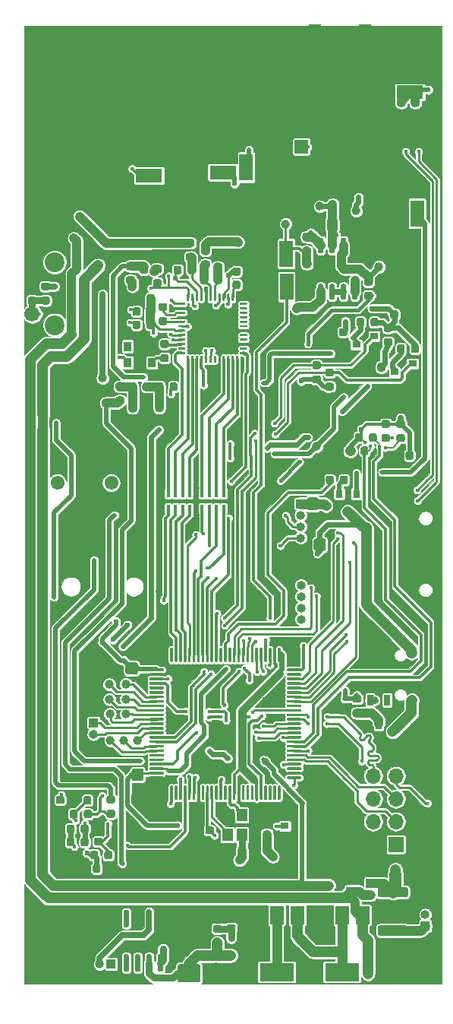
<source format=gbr>
G04 #@! TF.GenerationSoftware,KiCad,Pcbnew,5.1.6-c6e7f7d~87~ubuntu18.04.1*
G04 #@! TF.CreationDate,2020-07-23T00:25:39+02:00*
G04 #@! TF.ProjectId,Mainboard,4d61696e-626f-4617-9264-2e6b69636164,rev?*
G04 #@! TF.SameCoordinates,Original*
G04 #@! TF.FileFunction,Copper,L2,Bot*
G04 #@! TF.FilePolarity,Positive*
%FSLAX46Y46*%
G04 Gerber Fmt 4.6, Leading zero omitted, Abs format (unit mm)*
G04 Created by KiCad (PCBNEW 5.1.6-c6e7f7d~87~ubuntu18.04.1) date 2020-07-23 00:25:39*
%MOMM*%
%LPD*%
G01*
G04 APERTURE LIST*
G04 #@! TA.AperFunction,ComponentPad*
%ADD10C,1.200000*%
G04 #@! TD*
G04 #@! TA.AperFunction,ComponentPad*
%ADD11R,1.200000X1.200000*%
G04 #@! TD*
G04 #@! TA.AperFunction,SMDPad,CuDef*
%ADD12R,1.500000X3.000000*%
G04 #@! TD*
G04 #@! TA.AperFunction,SMDPad,CuDef*
%ADD13R,3.000000X1.500000*%
G04 #@! TD*
G04 #@! TA.AperFunction,ComponentPad*
%ADD14O,1.700000X1.700000*%
G04 #@! TD*
G04 #@! TA.AperFunction,ComponentPad*
%ADD15R,1.700000X1.700000*%
G04 #@! TD*
G04 #@! TA.AperFunction,SMDPad,CuDef*
%ADD16R,1.500000X1.500000*%
G04 #@! TD*
G04 #@! TA.AperFunction,SMDPad,CuDef*
%ADD17R,0.800000X0.900000*%
G04 #@! TD*
G04 #@! TA.AperFunction,SMDPad,CuDef*
%ADD18C,1.000000*%
G04 #@! TD*
G04 #@! TA.AperFunction,ComponentPad*
%ADD19C,3.800000*%
G04 #@! TD*
G04 #@! TA.AperFunction,ComponentPad*
%ADD20C,1.550000*%
G04 #@! TD*
G04 #@! TA.AperFunction,SMDPad,CuDef*
%ADD21R,2.300000X2.800000*%
G04 #@! TD*
G04 #@! TA.AperFunction,ViaPad*
%ADD22C,0.500000*%
G04 #@! TD*
G04 #@! TA.AperFunction,ComponentPad*
%ADD23O,1.000000X1.000000*%
G04 #@! TD*
G04 #@! TA.AperFunction,ComponentPad*
%ADD24R,1.000000X1.000000*%
G04 #@! TD*
G04 #@! TA.AperFunction,SMDPad,CuDef*
%ADD25R,0.400000X0.900000*%
G04 #@! TD*
G04 #@! TA.AperFunction,SMDPad,CuDef*
%ADD26R,0.850000X1.090000*%
G04 #@! TD*
G04 #@! TA.AperFunction,SMDPad,CuDef*
%ADD27R,4.100000X4.100000*%
G04 #@! TD*
G04 #@! TA.AperFunction,SMDPad,CuDef*
%ADD28R,0.900000X0.800000*%
G04 #@! TD*
G04 #@! TA.AperFunction,SMDPad,CuDef*
%ADD29R,1.500000X2.000000*%
G04 #@! TD*
G04 #@! TA.AperFunction,SMDPad,CuDef*
%ADD30R,3.800000X2.000000*%
G04 #@! TD*
G04 #@! TA.AperFunction,SMDPad,CuDef*
%ADD31R,0.900000X1.200000*%
G04 #@! TD*
G04 #@! TA.AperFunction,SMDPad,CuDef*
%ADD32R,0.650000X1.220000*%
G04 #@! TD*
G04 #@! TA.AperFunction,ComponentPad*
%ADD33C,0.600000*%
G04 #@! TD*
G04 #@! TA.AperFunction,ComponentPad*
%ADD34C,1.700000*%
G04 #@! TD*
G04 #@! TA.AperFunction,ComponentPad*
%ADD35C,2.200000*%
G04 #@! TD*
G04 #@! TA.AperFunction,SMDPad,CuDef*
%ADD36R,1.150000X1.400000*%
G04 #@! TD*
G04 #@! TA.AperFunction,SMDPad,CuDef*
%ADD37R,1.350000X4.200000*%
G04 #@! TD*
G04 #@! TA.AperFunction,ViaPad*
%ADD38C,0.450000*%
G04 #@! TD*
G04 #@! TA.AperFunction,ViaPad*
%ADD39C,0.400000*%
G04 #@! TD*
G04 #@! TA.AperFunction,ViaPad*
%ADD40C,0.600000*%
G04 #@! TD*
G04 #@! TA.AperFunction,ViaPad*
%ADD41C,0.800000*%
G04 #@! TD*
G04 #@! TA.AperFunction,ViaPad*
%ADD42C,1.000000*%
G04 #@! TD*
G04 #@! TA.AperFunction,Conductor*
%ADD43C,0.250000*%
G04 #@! TD*
G04 #@! TA.AperFunction,Conductor*
%ADD44C,0.300000*%
G04 #@! TD*
G04 #@! TA.AperFunction,Conductor*
%ADD45C,0.600000*%
G04 #@! TD*
G04 #@! TA.AperFunction,Conductor*
%ADD46C,1.000000*%
G04 #@! TD*
G04 #@! TA.AperFunction,Conductor*
%ADD47C,0.500000*%
G04 #@! TD*
G04 #@! TA.AperFunction,Conductor*
%ADD48C,0.800000*%
G04 #@! TD*
G04 #@! TA.AperFunction,Conductor*
%ADD49C,1.150000*%
G04 #@! TD*
G04 #@! TA.AperFunction,Conductor*
%ADD50C,1.200000*%
G04 #@! TD*
G04 #@! TA.AperFunction,Conductor*
%ADD51C,1.100000*%
G04 #@! TD*
G04 #@! TA.AperFunction,Conductor*
%ADD52C,0.400000*%
G04 #@! TD*
G04 #@! TA.AperFunction,Conductor*
%ADD53C,0.200000*%
G04 #@! TD*
G04 #@! TA.AperFunction,Conductor*
%ADD54C,1.050000*%
G04 #@! TD*
G04 #@! TA.AperFunction,Conductor*
%ADD55C,0.350000*%
G04 #@! TD*
G04 #@! TA.AperFunction,Conductor*
%ADD56C,0.900000*%
G04 #@! TD*
G04 #@! TA.AperFunction,Conductor*
%ADD57C,0.700000*%
G04 #@! TD*
G04 #@! TA.AperFunction,Conductor*
%ADD58C,0.650000*%
G04 #@! TD*
G04 #@! TA.AperFunction,Conductor*
%ADD59C,1.350000*%
G04 #@! TD*
G04 #@! TA.AperFunction,Conductor*
%ADD60C,0.104000*%
G04 #@! TD*
G04 APERTURE END LIST*
G04 #@! TA.AperFunction,SMDPad,CuDef*
G36*
G01*
X62583350Y-78861400D02*
X63095850Y-78861400D01*
G75*
G02*
X63314600Y-79080150I0J-218750D01*
G01*
X63314600Y-79517650D01*
G75*
G02*
X63095850Y-79736400I-218750J0D01*
G01*
X62583350Y-79736400D01*
G75*
G02*
X62364600Y-79517650I0J218750D01*
G01*
X62364600Y-79080150D01*
G75*
G02*
X62583350Y-78861400I218750J0D01*
G01*
G37*
G04 #@! TD.AperFunction*
G04 #@! TA.AperFunction,SMDPad,CuDef*
G36*
G01*
X62583350Y-77286400D02*
X63095850Y-77286400D01*
G75*
G02*
X63314600Y-77505150I0J-218750D01*
G01*
X63314600Y-77942650D01*
G75*
G02*
X63095850Y-78161400I-218750J0D01*
G01*
X62583350Y-78161400D01*
G75*
G02*
X62364600Y-77942650I0J218750D01*
G01*
X62364600Y-77505150D01*
G75*
G02*
X62583350Y-77286400I218750J0D01*
G01*
G37*
G04 #@! TD.AperFunction*
G04 #@! TA.AperFunction,SMDPad,CuDef*
G36*
G01*
X61033950Y-78861300D02*
X61546450Y-78861300D01*
G75*
G02*
X61765200Y-79080050I0J-218750D01*
G01*
X61765200Y-79517550D01*
G75*
G02*
X61546450Y-79736300I-218750J0D01*
G01*
X61033950Y-79736300D01*
G75*
G02*
X60815200Y-79517550I0J218750D01*
G01*
X60815200Y-79080050D01*
G75*
G02*
X61033950Y-78861300I218750J0D01*
G01*
G37*
G04 #@! TD.AperFunction*
G04 #@! TA.AperFunction,SMDPad,CuDef*
G36*
G01*
X61033950Y-77286300D02*
X61546450Y-77286300D01*
G75*
G02*
X61765200Y-77505050I0J-218750D01*
G01*
X61765200Y-77942550D01*
G75*
G02*
X61546450Y-78161300I-218750J0D01*
G01*
X61033950Y-78161300D01*
G75*
G02*
X60815200Y-77942550I0J218750D01*
G01*
X60815200Y-77505050D01*
G75*
G02*
X61033950Y-77286300I218750J0D01*
G01*
G37*
G04 #@! TD.AperFunction*
D10*
X55740300Y-163658800D03*
D11*
X55740300Y-165658800D03*
D12*
X48480980Y-98234500D03*
X43975020Y-84937600D03*
X48445420Y-94551500D03*
D13*
X33134300Y-85846920D03*
G04 #@! TA.AperFunction,SMDPad,CuDef*
G36*
G01*
X50051800Y-153057000D02*
X48601800Y-153057000D01*
G75*
G02*
X48526800Y-152982000I0J75000D01*
G01*
X48526800Y-152832000D01*
G75*
G02*
X48601800Y-152757000I75000J0D01*
G01*
X50051800Y-152757000D01*
G75*
G02*
X50126800Y-152832000I0J-75000D01*
G01*
X50126800Y-152982000D01*
G75*
G02*
X50051800Y-153057000I-75000J0D01*
G01*
G37*
G04 #@! TD.AperFunction*
G04 #@! TA.AperFunction,SMDPad,CuDef*
G36*
G01*
X50051800Y-152557000D02*
X48601800Y-152557000D01*
G75*
G02*
X48526800Y-152482000I0J75000D01*
G01*
X48526800Y-152332000D01*
G75*
G02*
X48601800Y-152257000I75000J0D01*
G01*
X50051800Y-152257000D01*
G75*
G02*
X50126800Y-152332000I0J-75000D01*
G01*
X50126800Y-152482000D01*
G75*
G02*
X50051800Y-152557000I-75000J0D01*
G01*
G37*
G04 #@! TD.AperFunction*
G04 #@! TA.AperFunction,SMDPad,CuDef*
G36*
G01*
X50051800Y-152057000D02*
X48601800Y-152057000D01*
G75*
G02*
X48526800Y-151982000I0J75000D01*
G01*
X48526800Y-151832000D01*
G75*
G02*
X48601800Y-151757000I75000J0D01*
G01*
X50051800Y-151757000D01*
G75*
G02*
X50126800Y-151832000I0J-75000D01*
G01*
X50126800Y-151982000D01*
G75*
G02*
X50051800Y-152057000I-75000J0D01*
G01*
G37*
G04 #@! TD.AperFunction*
G04 #@! TA.AperFunction,SMDPad,CuDef*
G36*
G01*
X50051800Y-151557000D02*
X48601800Y-151557000D01*
G75*
G02*
X48526800Y-151482000I0J75000D01*
G01*
X48526800Y-151332000D01*
G75*
G02*
X48601800Y-151257000I75000J0D01*
G01*
X50051800Y-151257000D01*
G75*
G02*
X50126800Y-151332000I0J-75000D01*
G01*
X50126800Y-151482000D01*
G75*
G02*
X50051800Y-151557000I-75000J0D01*
G01*
G37*
G04 #@! TD.AperFunction*
G04 #@! TA.AperFunction,SMDPad,CuDef*
G36*
G01*
X50051800Y-151057000D02*
X48601800Y-151057000D01*
G75*
G02*
X48526800Y-150982000I0J75000D01*
G01*
X48526800Y-150832000D01*
G75*
G02*
X48601800Y-150757000I75000J0D01*
G01*
X50051800Y-150757000D01*
G75*
G02*
X50126800Y-150832000I0J-75000D01*
G01*
X50126800Y-150982000D01*
G75*
G02*
X50051800Y-151057000I-75000J0D01*
G01*
G37*
G04 #@! TD.AperFunction*
G04 #@! TA.AperFunction,SMDPad,CuDef*
G36*
G01*
X50051800Y-150557000D02*
X48601800Y-150557000D01*
G75*
G02*
X48526800Y-150482000I0J75000D01*
G01*
X48526800Y-150332000D01*
G75*
G02*
X48601800Y-150257000I75000J0D01*
G01*
X50051800Y-150257000D01*
G75*
G02*
X50126800Y-150332000I0J-75000D01*
G01*
X50126800Y-150482000D01*
G75*
G02*
X50051800Y-150557000I-75000J0D01*
G01*
G37*
G04 #@! TD.AperFunction*
G04 #@! TA.AperFunction,SMDPad,CuDef*
G36*
G01*
X50051800Y-150057000D02*
X48601800Y-150057000D01*
G75*
G02*
X48526800Y-149982000I0J75000D01*
G01*
X48526800Y-149832000D01*
G75*
G02*
X48601800Y-149757000I75000J0D01*
G01*
X50051800Y-149757000D01*
G75*
G02*
X50126800Y-149832000I0J-75000D01*
G01*
X50126800Y-149982000D01*
G75*
G02*
X50051800Y-150057000I-75000J0D01*
G01*
G37*
G04 #@! TD.AperFunction*
G04 #@! TA.AperFunction,SMDPad,CuDef*
G36*
G01*
X50051800Y-149557000D02*
X48601800Y-149557000D01*
G75*
G02*
X48526800Y-149482000I0J75000D01*
G01*
X48526800Y-149332000D01*
G75*
G02*
X48601800Y-149257000I75000J0D01*
G01*
X50051800Y-149257000D01*
G75*
G02*
X50126800Y-149332000I0J-75000D01*
G01*
X50126800Y-149482000D01*
G75*
G02*
X50051800Y-149557000I-75000J0D01*
G01*
G37*
G04 #@! TD.AperFunction*
G04 #@! TA.AperFunction,SMDPad,CuDef*
G36*
G01*
X50051800Y-149057000D02*
X48601800Y-149057000D01*
G75*
G02*
X48526800Y-148982000I0J75000D01*
G01*
X48526800Y-148832000D01*
G75*
G02*
X48601800Y-148757000I75000J0D01*
G01*
X50051800Y-148757000D01*
G75*
G02*
X50126800Y-148832000I0J-75000D01*
G01*
X50126800Y-148982000D01*
G75*
G02*
X50051800Y-149057000I-75000J0D01*
G01*
G37*
G04 #@! TD.AperFunction*
G04 #@! TA.AperFunction,SMDPad,CuDef*
G36*
G01*
X50051800Y-148557000D02*
X48601800Y-148557000D01*
G75*
G02*
X48526800Y-148482000I0J75000D01*
G01*
X48526800Y-148332000D01*
G75*
G02*
X48601800Y-148257000I75000J0D01*
G01*
X50051800Y-148257000D01*
G75*
G02*
X50126800Y-148332000I0J-75000D01*
G01*
X50126800Y-148482000D01*
G75*
G02*
X50051800Y-148557000I-75000J0D01*
G01*
G37*
G04 #@! TD.AperFunction*
G04 #@! TA.AperFunction,SMDPad,CuDef*
G36*
G01*
X50051800Y-148057000D02*
X48601800Y-148057000D01*
G75*
G02*
X48526800Y-147982000I0J75000D01*
G01*
X48526800Y-147832000D01*
G75*
G02*
X48601800Y-147757000I75000J0D01*
G01*
X50051800Y-147757000D01*
G75*
G02*
X50126800Y-147832000I0J-75000D01*
G01*
X50126800Y-147982000D01*
G75*
G02*
X50051800Y-148057000I-75000J0D01*
G01*
G37*
G04 #@! TD.AperFunction*
G04 #@! TA.AperFunction,SMDPad,CuDef*
G36*
G01*
X50051800Y-147557000D02*
X48601800Y-147557000D01*
G75*
G02*
X48526800Y-147482000I0J75000D01*
G01*
X48526800Y-147332000D01*
G75*
G02*
X48601800Y-147257000I75000J0D01*
G01*
X50051800Y-147257000D01*
G75*
G02*
X50126800Y-147332000I0J-75000D01*
G01*
X50126800Y-147482000D01*
G75*
G02*
X50051800Y-147557000I-75000J0D01*
G01*
G37*
G04 #@! TD.AperFunction*
G04 #@! TA.AperFunction,SMDPad,CuDef*
G36*
G01*
X50051800Y-147057000D02*
X48601800Y-147057000D01*
G75*
G02*
X48526800Y-146982000I0J75000D01*
G01*
X48526800Y-146832000D01*
G75*
G02*
X48601800Y-146757000I75000J0D01*
G01*
X50051800Y-146757000D01*
G75*
G02*
X50126800Y-146832000I0J-75000D01*
G01*
X50126800Y-146982000D01*
G75*
G02*
X50051800Y-147057000I-75000J0D01*
G01*
G37*
G04 #@! TD.AperFunction*
G04 #@! TA.AperFunction,SMDPad,CuDef*
G36*
G01*
X50051800Y-146557000D02*
X48601800Y-146557000D01*
G75*
G02*
X48526800Y-146482000I0J75000D01*
G01*
X48526800Y-146332000D01*
G75*
G02*
X48601800Y-146257000I75000J0D01*
G01*
X50051800Y-146257000D01*
G75*
G02*
X50126800Y-146332000I0J-75000D01*
G01*
X50126800Y-146482000D01*
G75*
G02*
X50051800Y-146557000I-75000J0D01*
G01*
G37*
G04 #@! TD.AperFunction*
G04 #@! TA.AperFunction,SMDPad,CuDef*
G36*
G01*
X50051800Y-146057000D02*
X48601800Y-146057000D01*
G75*
G02*
X48526800Y-145982000I0J75000D01*
G01*
X48526800Y-145832000D01*
G75*
G02*
X48601800Y-145757000I75000J0D01*
G01*
X50051800Y-145757000D01*
G75*
G02*
X50126800Y-145832000I0J-75000D01*
G01*
X50126800Y-145982000D01*
G75*
G02*
X50051800Y-146057000I-75000J0D01*
G01*
G37*
G04 #@! TD.AperFunction*
G04 #@! TA.AperFunction,SMDPad,CuDef*
G36*
G01*
X50051800Y-145557000D02*
X48601800Y-145557000D01*
G75*
G02*
X48526800Y-145482000I0J75000D01*
G01*
X48526800Y-145332000D01*
G75*
G02*
X48601800Y-145257000I75000J0D01*
G01*
X50051800Y-145257000D01*
G75*
G02*
X50126800Y-145332000I0J-75000D01*
G01*
X50126800Y-145482000D01*
G75*
G02*
X50051800Y-145557000I-75000J0D01*
G01*
G37*
G04 #@! TD.AperFunction*
G04 #@! TA.AperFunction,SMDPad,CuDef*
G36*
G01*
X50051800Y-145057000D02*
X48601800Y-145057000D01*
G75*
G02*
X48526800Y-144982000I0J75000D01*
G01*
X48526800Y-144832000D01*
G75*
G02*
X48601800Y-144757000I75000J0D01*
G01*
X50051800Y-144757000D01*
G75*
G02*
X50126800Y-144832000I0J-75000D01*
G01*
X50126800Y-144982000D01*
G75*
G02*
X50051800Y-145057000I-75000J0D01*
G01*
G37*
G04 #@! TD.AperFunction*
G04 #@! TA.AperFunction,SMDPad,CuDef*
G36*
G01*
X50051800Y-144557000D02*
X48601800Y-144557000D01*
G75*
G02*
X48526800Y-144482000I0J75000D01*
G01*
X48526800Y-144332000D01*
G75*
G02*
X48601800Y-144257000I75000J0D01*
G01*
X50051800Y-144257000D01*
G75*
G02*
X50126800Y-144332000I0J-75000D01*
G01*
X50126800Y-144482000D01*
G75*
G02*
X50051800Y-144557000I-75000J0D01*
G01*
G37*
G04 #@! TD.AperFunction*
G04 #@! TA.AperFunction,SMDPad,CuDef*
G36*
G01*
X50051800Y-144057000D02*
X48601800Y-144057000D01*
G75*
G02*
X48526800Y-143982000I0J75000D01*
G01*
X48526800Y-143832000D01*
G75*
G02*
X48601800Y-143757000I75000J0D01*
G01*
X50051800Y-143757000D01*
G75*
G02*
X50126800Y-143832000I0J-75000D01*
G01*
X50126800Y-143982000D01*
G75*
G02*
X50051800Y-144057000I-75000J0D01*
G01*
G37*
G04 #@! TD.AperFunction*
G04 #@! TA.AperFunction,SMDPad,CuDef*
G36*
G01*
X50051800Y-143557000D02*
X48601800Y-143557000D01*
G75*
G02*
X48526800Y-143482000I0J75000D01*
G01*
X48526800Y-143332000D01*
G75*
G02*
X48601800Y-143257000I75000J0D01*
G01*
X50051800Y-143257000D01*
G75*
G02*
X50126800Y-143332000I0J-75000D01*
G01*
X50126800Y-143482000D01*
G75*
G02*
X50051800Y-143557000I-75000J0D01*
G01*
G37*
G04 #@! TD.AperFunction*
G04 #@! TA.AperFunction,SMDPad,CuDef*
G36*
G01*
X50051800Y-143057000D02*
X48601800Y-143057000D01*
G75*
G02*
X48526800Y-142982000I0J75000D01*
G01*
X48526800Y-142832000D01*
G75*
G02*
X48601800Y-142757000I75000J0D01*
G01*
X50051800Y-142757000D01*
G75*
G02*
X50126800Y-142832000I0J-75000D01*
G01*
X50126800Y-142982000D01*
G75*
G02*
X50051800Y-143057000I-75000J0D01*
G01*
G37*
G04 #@! TD.AperFunction*
G04 #@! TA.AperFunction,SMDPad,CuDef*
G36*
G01*
X50051800Y-142557000D02*
X48601800Y-142557000D01*
G75*
G02*
X48526800Y-142482000I0J75000D01*
G01*
X48526800Y-142332000D01*
G75*
G02*
X48601800Y-142257000I75000J0D01*
G01*
X50051800Y-142257000D01*
G75*
G02*
X50126800Y-142332000I0J-75000D01*
G01*
X50126800Y-142482000D01*
G75*
G02*
X50051800Y-142557000I-75000J0D01*
G01*
G37*
G04 #@! TD.AperFunction*
G04 #@! TA.AperFunction,SMDPad,CuDef*
G36*
G01*
X50051800Y-142057000D02*
X48601800Y-142057000D01*
G75*
G02*
X48526800Y-141982000I0J75000D01*
G01*
X48526800Y-141832000D01*
G75*
G02*
X48601800Y-141757000I75000J0D01*
G01*
X50051800Y-141757000D01*
G75*
G02*
X50126800Y-141832000I0J-75000D01*
G01*
X50126800Y-141982000D01*
G75*
G02*
X50051800Y-142057000I-75000J0D01*
G01*
G37*
G04 #@! TD.AperFunction*
G04 #@! TA.AperFunction,SMDPad,CuDef*
G36*
G01*
X50051800Y-141557000D02*
X48601800Y-141557000D01*
G75*
G02*
X48526800Y-141482000I0J75000D01*
G01*
X48526800Y-141332000D01*
G75*
G02*
X48601800Y-141257000I75000J0D01*
G01*
X50051800Y-141257000D01*
G75*
G02*
X50126800Y-141332000I0J-75000D01*
G01*
X50126800Y-141482000D01*
G75*
G02*
X50051800Y-141557000I-75000J0D01*
G01*
G37*
G04 #@! TD.AperFunction*
G04 #@! TA.AperFunction,SMDPad,CuDef*
G36*
G01*
X50051800Y-141057000D02*
X48601800Y-141057000D01*
G75*
G02*
X48526800Y-140982000I0J75000D01*
G01*
X48526800Y-140832000D01*
G75*
G02*
X48601800Y-140757000I75000J0D01*
G01*
X50051800Y-140757000D01*
G75*
G02*
X50126800Y-140832000I0J-75000D01*
G01*
X50126800Y-140982000D01*
G75*
G02*
X50051800Y-141057000I-75000J0D01*
G01*
G37*
G04 #@! TD.AperFunction*
G04 #@! TA.AperFunction,SMDPad,CuDef*
G36*
G01*
X47726800Y-140032000D02*
X47576800Y-140032000D01*
G75*
G02*
X47501800Y-139957000I0J75000D01*
G01*
X47501800Y-138507000D01*
G75*
G02*
X47576800Y-138432000I75000J0D01*
G01*
X47726800Y-138432000D01*
G75*
G02*
X47801800Y-138507000I0J-75000D01*
G01*
X47801800Y-139957000D01*
G75*
G02*
X47726800Y-140032000I-75000J0D01*
G01*
G37*
G04 #@! TD.AperFunction*
G04 #@! TA.AperFunction,SMDPad,CuDef*
G36*
G01*
X47226800Y-140032000D02*
X47076800Y-140032000D01*
G75*
G02*
X47001800Y-139957000I0J75000D01*
G01*
X47001800Y-138507000D01*
G75*
G02*
X47076800Y-138432000I75000J0D01*
G01*
X47226800Y-138432000D01*
G75*
G02*
X47301800Y-138507000I0J-75000D01*
G01*
X47301800Y-139957000D01*
G75*
G02*
X47226800Y-140032000I-75000J0D01*
G01*
G37*
G04 #@! TD.AperFunction*
G04 #@! TA.AperFunction,SMDPad,CuDef*
G36*
G01*
X46726800Y-140032000D02*
X46576800Y-140032000D01*
G75*
G02*
X46501800Y-139957000I0J75000D01*
G01*
X46501800Y-138507000D01*
G75*
G02*
X46576800Y-138432000I75000J0D01*
G01*
X46726800Y-138432000D01*
G75*
G02*
X46801800Y-138507000I0J-75000D01*
G01*
X46801800Y-139957000D01*
G75*
G02*
X46726800Y-140032000I-75000J0D01*
G01*
G37*
G04 #@! TD.AperFunction*
G04 #@! TA.AperFunction,SMDPad,CuDef*
G36*
G01*
X46226800Y-140032000D02*
X46076800Y-140032000D01*
G75*
G02*
X46001800Y-139957000I0J75000D01*
G01*
X46001800Y-138507000D01*
G75*
G02*
X46076800Y-138432000I75000J0D01*
G01*
X46226800Y-138432000D01*
G75*
G02*
X46301800Y-138507000I0J-75000D01*
G01*
X46301800Y-139957000D01*
G75*
G02*
X46226800Y-140032000I-75000J0D01*
G01*
G37*
G04 #@! TD.AperFunction*
G04 #@! TA.AperFunction,SMDPad,CuDef*
G36*
G01*
X45726800Y-140032000D02*
X45576800Y-140032000D01*
G75*
G02*
X45501800Y-139957000I0J75000D01*
G01*
X45501800Y-138507000D01*
G75*
G02*
X45576800Y-138432000I75000J0D01*
G01*
X45726800Y-138432000D01*
G75*
G02*
X45801800Y-138507000I0J-75000D01*
G01*
X45801800Y-139957000D01*
G75*
G02*
X45726800Y-140032000I-75000J0D01*
G01*
G37*
G04 #@! TD.AperFunction*
G04 #@! TA.AperFunction,SMDPad,CuDef*
G36*
G01*
X45226800Y-140032000D02*
X45076800Y-140032000D01*
G75*
G02*
X45001800Y-139957000I0J75000D01*
G01*
X45001800Y-138507000D01*
G75*
G02*
X45076800Y-138432000I75000J0D01*
G01*
X45226800Y-138432000D01*
G75*
G02*
X45301800Y-138507000I0J-75000D01*
G01*
X45301800Y-139957000D01*
G75*
G02*
X45226800Y-140032000I-75000J0D01*
G01*
G37*
G04 #@! TD.AperFunction*
G04 #@! TA.AperFunction,SMDPad,CuDef*
G36*
G01*
X44726800Y-140032000D02*
X44576800Y-140032000D01*
G75*
G02*
X44501800Y-139957000I0J75000D01*
G01*
X44501800Y-138507000D01*
G75*
G02*
X44576800Y-138432000I75000J0D01*
G01*
X44726800Y-138432000D01*
G75*
G02*
X44801800Y-138507000I0J-75000D01*
G01*
X44801800Y-139957000D01*
G75*
G02*
X44726800Y-140032000I-75000J0D01*
G01*
G37*
G04 #@! TD.AperFunction*
G04 #@! TA.AperFunction,SMDPad,CuDef*
G36*
G01*
X44226800Y-140032000D02*
X44076800Y-140032000D01*
G75*
G02*
X44001800Y-139957000I0J75000D01*
G01*
X44001800Y-138507000D01*
G75*
G02*
X44076800Y-138432000I75000J0D01*
G01*
X44226800Y-138432000D01*
G75*
G02*
X44301800Y-138507000I0J-75000D01*
G01*
X44301800Y-139957000D01*
G75*
G02*
X44226800Y-140032000I-75000J0D01*
G01*
G37*
G04 #@! TD.AperFunction*
G04 #@! TA.AperFunction,SMDPad,CuDef*
G36*
G01*
X43726800Y-140032000D02*
X43576800Y-140032000D01*
G75*
G02*
X43501800Y-139957000I0J75000D01*
G01*
X43501800Y-138507000D01*
G75*
G02*
X43576800Y-138432000I75000J0D01*
G01*
X43726800Y-138432000D01*
G75*
G02*
X43801800Y-138507000I0J-75000D01*
G01*
X43801800Y-139957000D01*
G75*
G02*
X43726800Y-140032000I-75000J0D01*
G01*
G37*
G04 #@! TD.AperFunction*
G04 #@! TA.AperFunction,SMDPad,CuDef*
G36*
G01*
X43226800Y-140032000D02*
X43076800Y-140032000D01*
G75*
G02*
X43001800Y-139957000I0J75000D01*
G01*
X43001800Y-138507000D01*
G75*
G02*
X43076800Y-138432000I75000J0D01*
G01*
X43226800Y-138432000D01*
G75*
G02*
X43301800Y-138507000I0J-75000D01*
G01*
X43301800Y-139957000D01*
G75*
G02*
X43226800Y-140032000I-75000J0D01*
G01*
G37*
G04 #@! TD.AperFunction*
G04 #@! TA.AperFunction,SMDPad,CuDef*
G36*
G01*
X42726800Y-140032000D02*
X42576800Y-140032000D01*
G75*
G02*
X42501800Y-139957000I0J75000D01*
G01*
X42501800Y-138507000D01*
G75*
G02*
X42576800Y-138432000I75000J0D01*
G01*
X42726800Y-138432000D01*
G75*
G02*
X42801800Y-138507000I0J-75000D01*
G01*
X42801800Y-139957000D01*
G75*
G02*
X42726800Y-140032000I-75000J0D01*
G01*
G37*
G04 #@! TD.AperFunction*
G04 #@! TA.AperFunction,SMDPad,CuDef*
G36*
G01*
X42226800Y-140032000D02*
X42076800Y-140032000D01*
G75*
G02*
X42001800Y-139957000I0J75000D01*
G01*
X42001800Y-138507000D01*
G75*
G02*
X42076800Y-138432000I75000J0D01*
G01*
X42226800Y-138432000D01*
G75*
G02*
X42301800Y-138507000I0J-75000D01*
G01*
X42301800Y-139957000D01*
G75*
G02*
X42226800Y-140032000I-75000J0D01*
G01*
G37*
G04 #@! TD.AperFunction*
G04 #@! TA.AperFunction,SMDPad,CuDef*
G36*
G01*
X41726800Y-140032000D02*
X41576800Y-140032000D01*
G75*
G02*
X41501800Y-139957000I0J75000D01*
G01*
X41501800Y-138507000D01*
G75*
G02*
X41576800Y-138432000I75000J0D01*
G01*
X41726800Y-138432000D01*
G75*
G02*
X41801800Y-138507000I0J-75000D01*
G01*
X41801800Y-139957000D01*
G75*
G02*
X41726800Y-140032000I-75000J0D01*
G01*
G37*
G04 #@! TD.AperFunction*
G04 #@! TA.AperFunction,SMDPad,CuDef*
G36*
G01*
X41226800Y-140032000D02*
X41076800Y-140032000D01*
G75*
G02*
X41001800Y-139957000I0J75000D01*
G01*
X41001800Y-138507000D01*
G75*
G02*
X41076800Y-138432000I75000J0D01*
G01*
X41226800Y-138432000D01*
G75*
G02*
X41301800Y-138507000I0J-75000D01*
G01*
X41301800Y-139957000D01*
G75*
G02*
X41226800Y-140032000I-75000J0D01*
G01*
G37*
G04 #@! TD.AperFunction*
G04 #@! TA.AperFunction,SMDPad,CuDef*
G36*
G01*
X40726800Y-140032000D02*
X40576800Y-140032000D01*
G75*
G02*
X40501800Y-139957000I0J75000D01*
G01*
X40501800Y-138507000D01*
G75*
G02*
X40576800Y-138432000I75000J0D01*
G01*
X40726800Y-138432000D01*
G75*
G02*
X40801800Y-138507000I0J-75000D01*
G01*
X40801800Y-139957000D01*
G75*
G02*
X40726800Y-140032000I-75000J0D01*
G01*
G37*
G04 #@! TD.AperFunction*
G04 #@! TA.AperFunction,SMDPad,CuDef*
G36*
G01*
X40226800Y-140032000D02*
X40076800Y-140032000D01*
G75*
G02*
X40001800Y-139957000I0J75000D01*
G01*
X40001800Y-138507000D01*
G75*
G02*
X40076800Y-138432000I75000J0D01*
G01*
X40226800Y-138432000D01*
G75*
G02*
X40301800Y-138507000I0J-75000D01*
G01*
X40301800Y-139957000D01*
G75*
G02*
X40226800Y-140032000I-75000J0D01*
G01*
G37*
G04 #@! TD.AperFunction*
G04 #@! TA.AperFunction,SMDPad,CuDef*
G36*
G01*
X39726800Y-140032000D02*
X39576800Y-140032000D01*
G75*
G02*
X39501800Y-139957000I0J75000D01*
G01*
X39501800Y-138507000D01*
G75*
G02*
X39576800Y-138432000I75000J0D01*
G01*
X39726800Y-138432000D01*
G75*
G02*
X39801800Y-138507000I0J-75000D01*
G01*
X39801800Y-139957000D01*
G75*
G02*
X39726800Y-140032000I-75000J0D01*
G01*
G37*
G04 #@! TD.AperFunction*
G04 #@! TA.AperFunction,SMDPad,CuDef*
G36*
G01*
X39226800Y-140032000D02*
X39076800Y-140032000D01*
G75*
G02*
X39001800Y-139957000I0J75000D01*
G01*
X39001800Y-138507000D01*
G75*
G02*
X39076800Y-138432000I75000J0D01*
G01*
X39226800Y-138432000D01*
G75*
G02*
X39301800Y-138507000I0J-75000D01*
G01*
X39301800Y-139957000D01*
G75*
G02*
X39226800Y-140032000I-75000J0D01*
G01*
G37*
G04 #@! TD.AperFunction*
G04 #@! TA.AperFunction,SMDPad,CuDef*
G36*
G01*
X38726800Y-140032000D02*
X38576800Y-140032000D01*
G75*
G02*
X38501800Y-139957000I0J75000D01*
G01*
X38501800Y-138507000D01*
G75*
G02*
X38576800Y-138432000I75000J0D01*
G01*
X38726800Y-138432000D01*
G75*
G02*
X38801800Y-138507000I0J-75000D01*
G01*
X38801800Y-139957000D01*
G75*
G02*
X38726800Y-140032000I-75000J0D01*
G01*
G37*
G04 #@! TD.AperFunction*
G04 #@! TA.AperFunction,SMDPad,CuDef*
G36*
G01*
X38226800Y-140032000D02*
X38076800Y-140032000D01*
G75*
G02*
X38001800Y-139957000I0J75000D01*
G01*
X38001800Y-138507000D01*
G75*
G02*
X38076800Y-138432000I75000J0D01*
G01*
X38226800Y-138432000D01*
G75*
G02*
X38301800Y-138507000I0J-75000D01*
G01*
X38301800Y-139957000D01*
G75*
G02*
X38226800Y-140032000I-75000J0D01*
G01*
G37*
G04 #@! TD.AperFunction*
G04 #@! TA.AperFunction,SMDPad,CuDef*
G36*
G01*
X37726800Y-140032000D02*
X37576800Y-140032000D01*
G75*
G02*
X37501800Y-139957000I0J75000D01*
G01*
X37501800Y-138507000D01*
G75*
G02*
X37576800Y-138432000I75000J0D01*
G01*
X37726800Y-138432000D01*
G75*
G02*
X37801800Y-138507000I0J-75000D01*
G01*
X37801800Y-139957000D01*
G75*
G02*
X37726800Y-140032000I-75000J0D01*
G01*
G37*
G04 #@! TD.AperFunction*
G04 #@! TA.AperFunction,SMDPad,CuDef*
G36*
G01*
X37226800Y-140032000D02*
X37076800Y-140032000D01*
G75*
G02*
X37001800Y-139957000I0J75000D01*
G01*
X37001800Y-138507000D01*
G75*
G02*
X37076800Y-138432000I75000J0D01*
G01*
X37226800Y-138432000D01*
G75*
G02*
X37301800Y-138507000I0J-75000D01*
G01*
X37301800Y-139957000D01*
G75*
G02*
X37226800Y-140032000I-75000J0D01*
G01*
G37*
G04 #@! TD.AperFunction*
G04 #@! TA.AperFunction,SMDPad,CuDef*
G36*
G01*
X36726800Y-140032000D02*
X36576800Y-140032000D01*
G75*
G02*
X36501800Y-139957000I0J75000D01*
G01*
X36501800Y-138507000D01*
G75*
G02*
X36576800Y-138432000I75000J0D01*
G01*
X36726800Y-138432000D01*
G75*
G02*
X36801800Y-138507000I0J-75000D01*
G01*
X36801800Y-139957000D01*
G75*
G02*
X36726800Y-140032000I-75000J0D01*
G01*
G37*
G04 #@! TD.AperFunction*
G04 #@! TA.AperFunction,SMDPad,CuDef*
G36*
G01*
X36226800Y-140032000D02*
X36076800Y-140032000D01*
G75*
G02*
X36001800Y-139957000I0J75000D01*
G01*
X36001800Y-138507000D01*
G75*
G02*
X36076800Y-138432000I75000J0D01*
G01*
X36226800Y-138432000D01*
G75*
G02*
X36301800Y-138507000I0J-75000D01*
G01*
X36301800Y-139957000D01*
G75*
G02*
X36226800Y-140032000I-75000J0D01*
G01*
G37*
G04 #@! TD.AperFunction*
G04 #@! TA.AperFunction,SMDPad,CuDef*
G36*
G01*
X35726800Y-140032000D02*
X35576800Y-140032000D01*
G75*
G02*
X35501800Y-139957000I0J75000D01*
G01*
X35501800Y-138507000D01*
G75*
G02*
X35576800Y-138432000I75000J0D01*
G01*
X35726800Y-138432000D01*
G75*
G02*
X35801800Y-138507000I0J-75000D01*
G01*
X35801800Y-139957000D01*
G75*
G02*
X35726800Y-140032000I-75000J0D01*
G01*
G37*
G04 #@! TD.AperFunction*
G04 #@! TA.AperFunction,SMDPad,CuDef*
G36*
G01*
X34701800Y-141057000D02*
X33251800Y-141057000D01*
G75*
G02*
X33176800Y-140982000I0J75000D01*
G01*
X33176800Y-140832000D01*
G75*
G02*
X33251800Y-140757000I75000J0D01*
G01*
X34701800Y-140757000D01*
G75*
G02*
X34776800Y-140832000I0J-75000D01*
G01*
X34776800Y-140982000D01*
G75*
G02*
X34701800Y-141057000I-75000J0D01*
G01*
G37*
G04 #@! TD.AperFunction*
G04 #@! TA.AperFunction,SMDPad,CuDef*
G36*
G01*
X34701800Y-141557000D02*
X33251800Y-141557000D01*
G75*
G02*
X33176800Y-141482000I0J75000D01*
G01*
X33176800Y-141332000D01*
G75*
G02*
X33251800Y-141257000I75000J0D01*
G01*
X34701800Y-141257000D01*
G75*
G02*
X34776800Y-141332000I0J-75000D01*
G01*
X34776800Y-141482000D01*
G75*
G02*
X34701800Y-141557000I-75000J0D01*
G01*
G37*
G04 #@! TD.AperFunction*
G04 #@! TA.AperFunction,SMDPad,CuDef*
G36*
G01*
X34701800Y-142057000D02*
X33251800Y-142057000D01*
G75*
G02*
X33176800Y-141982000I0J75000D01*
G01*
X33176800Y-141832000D01*
G75*
G02*
X33251800Y-141757000I75000J0D01*
G01*
X34701800Y-141757000D01*
G75*
G02*
X34776800Y-141832000I0J-75000D01*
G01*
X34776800Y-141982000D01*
G75*
G02*
X34701800Y-142057000I-75000J0D01*
G01*
G37*
G04 #@! TD.AperFunction*
G04 #@! TA.AperFunction,SMDPad,CuDef*
G36*
G01*
X34701800Y-142557000D02*
X33251800Y-142557000D01*
G75*
G02*
X33176800Y-142482000I0J75000D01*
G01*
X33176800Y-142332000D01*
G75*
G02*
X33251800Y-142257000I75000J0D01*
G01*
X34701800Y-142257000D01*
G75*
G02*
X34776800Y-142332000I0J-75000D01*
G01*
X34776800Y-142482000D01*
G75*
G02*
X34701800Y-142557000I-75000J0D01*
G01*
G37*
G04 #@! TD.AperFunction*
G04 #@! TA.AperFunction,SMDPad,CuDef*
G36*
G01*
X34701800Y-143057000D02*
X33251800Y-143057000D01*
G75*
G02*
X33176800Y-142982000I0J75000D01*
G01*
X33176800Y-142832000D01*
G75*
G02*
X33251800Y-142757000I75000J0D01*
G01*
X34701800Y-142757000D01*
G75*
G02*
X34776800Y-142832000I0J-75000D01*
G01*
X34776800Y-142982000D01*
G75*
G02*
X34701800Y-143057000I-75000J0D01*
G01*
G37*
G04 #@! TD.AperFunction*
G04 #@! TA.AperFunction,SMDPad,CuDef*
G36*
G01*
X34701800Y-143557000D02*
X33251800Y-143557000D01*
G75*
G02*
X33176800Y-143482000I0J75000D01*
G01*
X33176800Y-143332000D01*
G75*
G02*
X33251800Y-143257000I75000J0D01*
G01*
X34701800Y-143257000D01*
G75*
G02*
X34776800Y-143332000I0J-75000D01*
G01*
X34776800Y-143482000D01*
G75*
G02*
X34701800Y-143557000I-75000J0D01*
G01*
G37*
G04 #@! TD.AperFunction*
G04 #@! TA.AperFunction,SMDPad,CuDef*
G36*
G01*
X34701800Y-144057000D02*
X33251800Y-144057000D01*
G75*
G02*
X33176800Y-143982000I0J75000D01*
G01*
X33176800Y-143832000D01*
G75*
G02*
X33251800Y-143757000I75000J0D01*
G01*
X34701800Y-143757000D01*
G75*
G02*
X34776800Y-143832000I0J-75000D01*
G01*
X34776800Y-143982000D01*
G75*
G02*
X34701800Y-144057000I-75000J0D01*
G01*
G37*
G04 #@! TD.AperFunction*
G04 #@! TA.AperFunction,SMDPad,CuDef*
G36*
G01*
X34701800Y-144557000D02*
X33251800Y-144557000D01*
G75*
G02*
X33176800Y-144482000I0J75000D01*
G01*
X33176800Y-144332000D01*
G75*
G02*
X33251800Y-144257000I75000J0D01*
G01*
X34701800Y-144257000D01*
G75*
G02*
X34776800Y-144332000I0J-75000D01*
G01*
X34776800Y-144482000D01*
G75*
G02*
X34701800Y-144557000I-75000J0D01*
G01*
G37*
G04 #@! TD.AperFunction*
G04 #@! TA.AperFunction,SMDPad,CuDef*
G36*
G01*
X34701800Y-145057000D02*
X33251800Y-145057000D01*
G75*
G02*
X33176800Y-144982000I0J75000D01*
G01*
X33176800Y-144832000D01*
G75*
G02*
X33251800Y-144757000I75000J0D01*
G01*
X34701800Y-144757000D01*
G75*
G02*
X34776800Y-144832000I0J-75000D01*
G01*
X34776800Y-144982000D01*
G75*
G02*
X34701800Y-145057000I-75000J0D01*
G01*
G37*
G04 #@! TD.AperFunction*
G04 #@! TA.AperFunction,SMDPad,CuDef*
G36*
G01*
X34701800Y-145557000D02*
X33251800Y-145557000D01*
G75*
G02*
X33176800Y-145482000I0J75000D01*
G01*
X33176800Y-145332000D01*
G75*
G02*
X33251800Y-145257000I75000J0D01*
G01*
X34701800Y-145257000D01*
G75*
G02*
X34776800Y-145332000I0J-75000D01*
G01*
X34776800Y-145482000D01*
G75*
G02*
X34701800Y-145557000I-75000J0D01*
G01*
G37*
G04 #@! TD.AperFunction*
G04 #@! TA.AperFunction,SMDPad,CuDef*
G36*
G01*
X34701800Y-146057000D02*
X33251800Y-146057000D01*
G75*
G02*
X33176800Y-145982000I0J75000D01*
G01*
X33176800Y-145832000D01*
G75*
G02*
X33251800Y-145757000I75000J0D01*
G01*
X34701800Y-145757000D01*
G75*
G02*
X34776800Y-145832000I0J-75000D01*
G01*
X34776800Y-145982000D01*
G75*
G02*
X34701800Y-146057000I-75000J0D01*
G01*
G37*
G04 #@! TD.AperFunction*
G04 #@! TA.AperFunction,SMDPad,CuDef*
G36*
G01*
X34701800Y-146557000D02*
X33251800Y-146557000D01*
G75*
G02*
X33176800Y-146482000I0J75000D01*
G01*
X33176800Y-146332000D01*
G75*
G02*
X33251800Y-146257000I75000J0D01*
G01*
X34701800Y-146257000D01*
G75*
G02*
X34776800Y-146332000I0J-75000D01*
G01*
X34776800Y-146482000D01*
G75*
G02*
X34701800Y-146557000I-75000J0D01*
G01*
G37*
G04 #@! TD.AperFunction*
G04 #@! TA.AperFunction,SMDPad,CuDef*
G36*
G01*
X34701800Y-147057000D02*
X33251800Y-147057000D01*
G75*
G02*
X33176800Y-146982000I0J75000D01*
G01*
X33176800Y-146832000D01*
G75*
G02*
X33251800Y-146757000I75000J0D01*
G01*
X34701800Y-146757000D01*
G75*
G02*
X34776800Y-146832000I0J-75000D01*
G01*
X34776800Y-146982000D01*
G75*
G02*
X34701800Y-147057000I-75000J0D01*
G01*
G37*
G04 #@! TD.AperFunction*
G04 #@! TA.AperFunction,SMDPad,CuDef*
G36*
G01*
X34701800Y-147557000D02*
X33251800Y-147557000D01*
G75*
G02*
X33176800Y-147482000I0J75000D01*
G01*
X33176800Y-147332000D01*
G75*
G02*
X33251800Y-147257000I75000J0D01*
G01*
X34701800Y-147257000D01*
G75*
G02*
X34776800Y-147332000I0J-75000D01*
G01*
X34776800Y-147482000D01*
G75*
G02*
X34701800Y-147557000I-75000J0D01*
G01*
G37*
G04 #@! TD.AperFunction*
G04 #@! TA.AperFunction,SMDPad,CuDef*
G36*
G01*
X34701800Y-148057000D02*
X33251800Y-148057000D01*
G75*
G02*
X33176800Y-147982000I0J75000D01*
G01*
X33176800Y-147832000D01*
G75*
G02*
X33251800Y-147757000I75000J0D01*
G01*
X34701800Y-147757000D01*
G75*
G02*
X34776800Y-147832000I0J-75000D01*
G01*
X34776800Y-147982000D01*
G75*
G02*
X34701800Y-148057000I-75000J0D01*
G01*
G37*
G04 #@! TD.AperFunction*
G04 #@! TA.AperFunction,SMDPad,CuDef*
G36*
G01*
X34701800Y-148557000D02*
X33251800Y-148557000D01*
G75*
G02*
X33176800Y-148482000I0J75000D01*
G01*
X33176800Y-148332000D01*
G75*
G02*
X33251800Y-148257000I75000J0D01*
G01*
X34701800Y-148257000D01*
G75*
G02*
X34776800Y-148332000I0J-75000D01*
G01*
X34776800Y-148482000D01*
G75*
G02*
X34701800Y-148557000I-75000J0D01*
G01*
G37*
G04 #@! TD.AperFunction*
G04 #@! TA.AperFunction,SMDPad,CuDef*
G36*
G01*
X34701800Y-149057000D02*
X33251800Y-149057000D01*
G75*
G02*
X33176800Y-148982000I0J75000D01*
G01*
X33176800Y-148832000D01*
G75*
G02*
X33251800Y-148757000I75000J0D01*
G01*
X34701800Y-148757000D01*
G75*
G02*
X34776800Y-148832000I0J-75000D01*
G01*
X34776800Y-148982000D01*
G75*
G02*
X34701800Y-149057000I-75000J0D01*
G01*
G37*
G04 #@! TD.AperFunction*
G04 #@! TA.AperFunction,SMDPad,CuDef*
G36*
G01*
X34701800Y-149557000D02*
X33251800Y-149557000D01*
G75*
G02*
X33176800Y-149482000I0J75000D01*
G01*
X33176800Y-149332000D01*
G75*
G02*
X33251800Y-149257000I75000J0D01*
G01*
X34701800Y-149257000D01*
G75*
G02*
X34776800Y-149332000I0J-75000D01*
G01*
X34776800Y-149482000D01*
G75*
G02*
X34701800Y-149557000I-75000J0D01*
G01*
G37*
G04 #@! TD.AperFunction*
G04 #@! TA.AperFunction,SMDPad,CuDef*
G36*
G01*
X34701800Y-150057000D02*
X33251800Y-150057000D01*
G75*
G02*
X33176800Y-149982000I0J75000D01*
G01*
X33176800Y-149832000D01*
G75*
G02*
X33251800Y-149757000I75000J0D01*
G01*
X34701800Y-149757000D01*
G75*
G02*
X34776800Y-149832000I0J-75000D01*
G01*
X34776800Y-149982000D01*
G75*
G02*
X34701800Y-150057000I-75000J0D01*
G01*
G37*
G04 #@! TD.AperFunction*
G04 #@! TA.AperFunction,SMDPad,CuDef*
G36*
G01*
X34701800Y-150557000D02*
X33251800Y-150557000D01*
G75*
G02*
X33176800Y-150482000I0J75000D01*
G01*
X33176800Y-150332000D01*
G75*
G02*
X33251800Y-150257000I75000J0D01*
G01*
X34701800Y-150257000D01*
G75*
G02*
X34776800Y-150332000I0J-75000D01*
G01*
X34776800Y-150482000D01*
G75*
G02*
X34701800Y-150557000I-75000J0D01*
G01*
G37*
G04 #@! TD.AperFunction*
G04 #@! TA.AperFunction,SMDPad,CuDef*
G36*
G01*
X34701800Y-151057000D02*
X33251800Y-151057000D01*
G75*
G02*
X33176800Y-150982000I0J75000D01*
G01*
X33176800Y-150832000D01*
G75*
G02*
X33251800Y-150757000I75000J0D01*
G01*
X34701800Y-150757000D01*
G75*
G02*
X34776800Y-150832000I0J-75000D01*
G01*
X34776800Y-150982000D01*
G75*
G02*
X34701800Y-151057000I-75000J0D01*
G01*
G37*
G04 #@! TD.AperFunction*
G04 #@! TA.AperFunction,SMDPad,CuDef*
G36*
G01*
X34701800Y-151557000D02*
X33251800Y-151557000D01*
G75*
G02*
X33176800Y-151482000I0J75000D01*
G01*
X33176800Y-151332000D01*
G75*
G02*
X33251800Y-151257000I75000J0D01*
G01*
X34701800Y-151257000D01*
G75*
G02*
X34776800Y-151332000I0J-75000D01*
G01*
X34776800Y-151482000D01*
G75*
G02*
X34701800Y-151557000I-75000J0D01*
G01*
G37*
G04 #@! TD.AperFunction*
G04 #@! TA.AperFunction,SMDPad,CuDef*
G36*
G01*
X34701800Y-152057000D02*
X33251800Y-152057000D01*
G75*
G02*
X33176800Y-151982000I0J75000D01*
G01*
X33176800Y-151832000D01*
G75*
G02*
X33251800Y-151757000I75000J0D01*
G01*
X34701800Y-151757000D01*
G75*
G02*
X34776800Y-151832000I0J-75000D01*
G01*
X34776800Y-151982000D01*
G75*
G02*
X34701800Y-152057000I-75000J0D01*
G01*
G37*
G04 #@! TD.AperFunction*
G04 #@! TA.AperFunction,SMDPad,CuDef*
G36*
G01*
X34701800Y-152557000D02*
X33251800Y-152557000D01*
G75*
G02*
X33176800Y-152482000I0J75000D01*
G01*
X33176800Y-152332000D01*
G75*
G02*
X33251800Y-152257000I75000J0D01*
G01*
X34701800Y-152257000D01*
G75*
G02*
X34776800Y-152332000I0J-75000D01*
G01*
X34776800Y-152482000D01*
G75*
G02*
X34701800Y-152557000I-75000J0D01*
G01*
G37*
G04 #@! TD.AperFunction*
G04 #@! TA.AperFunction,SMDPad,CuDef*
G36*
G01*
X34701800Y-153057000D02*
X33251800Y-153057000D01*
G75*
G02*
X33176800Y-152982000I0J75000D01*
G01*
X33176800Y-152832000D01*
G75*
G02*
X33251800Y-152757000I75000J0D01*
G01*
X34701800Y-152757000D01*
G75*
G02*
X34776800Y-152832000I0J-75000D01*
G01*
X34776800Y-152982000D01*
G75*
G02*
X34701800Y-153057000I-75000J0D01*
G01*
G37*
G04 #@! TD.AperFunction*
G04 #@! TA.AperFunction,SMDPad,CuDef*
G36*
G01*
X35726800Y-155382000D02*
X35576800Y-155382000D01*
G75*
G02*
X35501800Y-155307000I0J75000D01*
G01*
X35501800Y-153857000D01*
G75*
G02*
X35576800Y-153782000I75000J0D01*
G01*
X35726800Y-153782000D01*
G75*
G02*
X35801800Y-153857000I0J-75000D01*
G01*
X35801800Y-155307000D01*
G75*
G02*
X35726800Y-155382000I-75000J0D01*
G01*
G37*
G04 #@! TD.AperFunction*
G04 #@! TA.AperFunction,SMDPad,CuDef*
G36*
G01*
X36226800Y-155382000D02*
X36076800Y-155382000D01*
G75*
G02*
X36001800Y-155307000I0J75000D01*
G01*
X36001800Y-153857000D01*
G75*
G02*
X36076800Y-153782000I75000J0D01*
G01*
X36226800Y-153782000D01*
G75*
G02*
X36301800Y-153857000I0J-75000D01*
G01*
X36301800Y-155307000D01*
G75*
G02*
X36226800Y-155382000I-75000J0D01*
G01*
G37*
G04 #@! TD.AperFunction*
G04 #@! TA.AperFunction,SMDPad,CuDef*
G36*
G01*
X36726800Y-155382000D02*
X36576800Y-155382000D01*
G75*
G02*
X36501800Y-155307000I0J75000D01*
G01*
X36501800Y-153857000D01*
G75*
G02*
X36576800Y-153782000I75000J0D01*
G01*
X36726800Y-153782000D01*
G75*
G02*
X36801800Y-153857000I0J-75000D01*
G01*
X36801800Y-155307000D01*
G75*
G02*
X36726800Y-155382000I-75000J0D01*
G01*
G37*
G04 #@! TD.AperFunction*
G04 #@! TA.AperFunction,SMDPad,CuDef*
G36*
G01*
X37226800Y-155382000D02*
X37076800Y-155382000D01*
G75*
G02*
X37001800Y-155307000I0J75000D01*
G01*
X37001800Y-153857000D01*
G75*
G02*
X37076800Y-153782000I75000J0D01*
G01*
X37226800Y-153782000D01*
G75*
G02*
X37301800Y-153857000I0J-75000D01*
G01*
X37301800Y-155307000D01*
G75*
G02*
X37226800Y-155382000I-75000J0D01*
G01*
G37*
G04 #@! TD.AperFunction*
G04 #@! TA.AperFunction,SMDPad,CuDef*
G36*
G01*
X37726800Y-155382000D02*
X37576800Y-155382000D01*
G75*
G02*
X37501800Y-155307000I0J75000D01*
G01*
X37501800Y-153857000D01*
G75*
G02*
X37576800Y-153782000I75000J0D01*
G01*
X37726800Y-153782000D01*
G75*
G02*
X37801800Y-153857000I0J-75000D01*
G01*
X37801800Y-155307000D01*
G75*
G02*
X37726800Y-155382000I-75000J0D01*
G01*
G37*
G04 #@! TD.AperFunction*
G04 #@! TA.AperFunction,SMDPad,CuDef*
G36*
G01*
X38226800Y-155382000D02*
X38076800Y-155382000D01*
G75*
G02*
X38001800Y-155307000I0J75000D01*
G01*
X38001800Y-153857000D01*
G75*
G02*
X38076800Y-153782000I75000J0D01*
G01*
X38226800Y-153782000D01*
G75*
G02*
X38301800Y-153857000I0J-75000D01*
G01*
X38301800Y-155307000D01*
G75*
G02*
X38226800Y-155382000I-75000J0D01*
G01*
G37*
G04 #@! TD.AperFunction*
G04 #@! TA.AperFunction,SMDPad,CuDef*
G36*
G01*
X38726800Y-155382000D02*
X38576800Y-155382000D01*
G75*
G02*
X38501800Y-155307000I0J75000D01*
G01*
X38501800Y-153857000D01*
G75*
G02*
X38576800Y-153782000I75000J0D01*
G01*
X38726800Y-153782000D01*
G75*
G02*
X38801800Y-153857000I0J-75000D01*
G01*
X38801800Y-155307000D01*
G75*
G02*
X38726800Y-155382000I-75000J0D01*
G01*
G37*
G04 #@! TD.AperFunction*
G04 #@! TA.AperFunction,SMDPad,CuDef*
G36*
G01*
X39226800Y-155382000D02*
X39076800Y-155382000D01*
G75*
G02*
X39001800Y-155307000I0J75000D01*
G01*
X39001800Y-153857000D01*
G75*
G02*
X39076800Y-153782000I75000J0D01*
G01*
X39226800Y-153782000D01*
G75*
G02*
X39301800Y-153857000I0J-75000D01*
G01*
X39301800Y-155307000D01*
G75*
G02*
X39226800Y-155382000I-75000J0D01*
G01*
G37*
G04 #@! TD.AperFunction*
G04 #@! TA.AperFunction,SMDPad,CuDef*
G36*
G01*
X39726800Y-155382000D02*
X39576800Y-155382000D01*
G75*
G02*
X39501800Y-155307000I0J75000D01*
G01*
X39501800Y-153857000D01*
G75*
G02*
X39576800Y-153782000I75000J0D01*
G01*
X39726800Y-153782000D01*
G75*
G02*
X39801800Y-153857000I0J-75000D01*
G01*
X39801800Y-155307000D01*
G75*
G02*
X39726800Y-155382000I-75000J0D01*
G01*
G37*
G04 #@! TD.AperFunction*
G04 #@! TA.AperFunction,SMDPad,CuDef*
G36*
G01*
X40226800Y-155382000D02*
X40076800Y-155382000D01*
G75*
G02*
X40001800Y-155307000I0J75000D01*
G01*
X40001800Y-153857000D01*
G75*
G02*
X40076800Y-153782000I75000J0D01*
G01*
X40226800Y-153782000D01*
G75*
G02*
X40301800Y-153857000I0J-75000D01*
G01*
X40301800Y-155307000D01*
G75*
G02*
X40226800Y-155382000I-75000J0D01*
G01*
G37*
G04 #@! TD.AperFunction*
G04 #@! TA.AperFunction,SMDPad,CuDef*
G36*
G01*
X40726800Y-155382000D02*
X40576800Y-155382000D01*
G75*
G02*
X40501800Y-155307000I0J75000D01*
G01*
X40501800Y-153857000D01*
G75*
G02*
X40576800Y-153782000I75000J0D01*
G01*
X40726800Y-153782000D01*
G75*
G02*
X40801800Y-153857000I0J-75000D01*
G01*
X40801800Y-155307000D01*
G75*
G02*
X40726800Y-155382000I-75000J0D01*
G01*
G37*
G04 #@! TD.AperFunction*
G04 #@! TA.AperFunction,SMDPad,CuDef*
G36*
G01*
X41226800Y-155382000D02*
X41076800Y-155382000D01*
G75*
G02*
X41001800Y-155307000I0J75000D01*
G01*
X41001800Y-153857000D01*
G75*
G02*
X41076800Y-153782000I75000J0D01*
G01*
X41226800Y-153782000D01*
G75*
G02*
X41301800Y-153857000I0J-75000D01*
G01*
X41301800Y-155307000D01*
G75*
G02*
X41226800Y-155382000I-75000J0D01*
G01*
G37*
G04 #@! TD.AperFunction*
G04 #@! TA.AperFunction,SMDPad,CuDef*
G36*
G01*
X41726800Y-155382000D02*
X41576800Y-155382000D01*
G75*
G02*
X41501800Y-155307000I0J75000D01*
G01*
X41501800Y-153857000D01*
G75*
G02*
X41576800Y-153782000I75000J0D01*
G01*
X41726800Y-153782000D01*
G75*
G02*
X41801800Y-153857000I0J-75000D01*
G01*
X41801800Y-155307000D01*
G75*
G02*
X41726800Y-155382000I-75000J0D01*
G01*
G37*
G04 #@! TD.AperFunction*
G04 #@! TA.AperFunction,SMDPad,CuDef*
G36*
G01*
X42226800Y-155382000D02*
X42076800Y-155382000D01*
G75*
G02*
X42001800Y-155307000I0J75000D01*
G01*
X42001800Y-153857000D01*
G75*
G02*
X42076800Y-153782000I75000J0D01*
G01*
X42226800Y-153782000D01*
G75*
G02*
X42301800Y-153857000I0J-75000D01*
G01*
X42301800Y-155307000D01*
G75*
G02*
X42226800Y-155382000I-75000J0D01*
G01*
G37*
G04 #@! TD.AperFunction*
G04 #@! TA.AperFunction,SMDPad,CuDef*
G36*
G01*
X42726800Y-155382000D02*
X42576800Y-155382000D01*
G75*
G02*
X42501800Y-155307000I0J75000D01*
G01*
X42501800Y-153857000D01*
G75*
G02*
X42576800Y-153782000I75000J0D01*
G01*
X42726800Y-153782000D01*
G75*
G02*
X42801800Y-153857000I0J-75000D01*
G01*
X42801800Y-155307000D01*
G75*
G02*
X42726800Y-155382000I-75000J0D01*
G01*
G37*
G04 #@! TD.AperFunction*
G04 #@! TA.AperFunction,SMDPad,CuDef*
G36*
G01*
X43226800Y-155382000D02*
X43076800Y-155382000D01*
G75*
G02*
X43001800Y-155307000I0J75000D01*
G01*
X43001800Y-153857000D01*
G75*
G02*
X43076800Y-153782000I75000J0D01*
G01*
X43226800Y-153782000D01*
G75*
G02*
X43301800Y-153857000I0J-75000D01*
G01*
X43301800Y-155307000D01*
G75*
G02*
X43226800Y-155382000I-75000J0D01*
G01*
G37*
G04 #@! TD.AperFunction*
G04 #@! TA.AperFunction,SMDPad,CuDef*
G36*
G01*
X43726800Y-155382000D02*
X43576800Y-155382000D01*
G75*
G02*
X43501800Y-155307000I0J75000D01*
G01*
X43501800Y-153857000D01*
G75*
G02*
X43576800Y-153782000I75000J0D01*
G01*
X43726800Y-153782000D01*
G75*
G02*
X43801800Y-153857000I0J-75000D01*
G01*
X43801800Y-155307000D01*
G75*
G02*
X43726800Y-155382000I-75000J0D01*
G01*
G37*
G04 #@! TD.AperFunction*
G04 #@! TA.AperFunction,SMDPad,CuDef*
G36*
G01*
X44226800Y-155382000D02*
X44076800Y-155382000D01*
G75*
G02*
X44001800Y-155307000I0J75000D01*
G01*
X44001800Y-153857000D01*
G75*
G02*
X44076800Y-153782000I75000J0D01*
G01*
X44226800Y-153782000D01*
G75*
G02*
X44301800Y-153857000I0J-75000D01*
G01*
X44301800Y-155307000D01*
G75*
G02*
X44226800Y-155382000I-75000J0D01*
G01*
G37*
G04 #@! TD.AperFunction*
G04 #@! TA.AperFunction,SMDPad,CuDef*
G36*
G01*
X44726800Y-155382000D02*
X44576800Y-155382000D01*
G75*
G02*
X44501800Y-155307000I0J75000D01*
G01*
X44501800Y-153857000D01*
G75*
G02*
X44576800Y-153782000I75000J0D01*
G01*
X44726800Y-153782000D01*
G75*
G02*
X44801800Y-153857000I0J-75000D01*
G01*
X44801800Y-155307000D01*
G75*
G02*
X44726800Y-155382000I-75000J0D01*
G01*
G37*
G04 #@! TD.AperFunction*
G04 #@! TA.AperFunction,SMDPad,CuDef*
G36*
G01*
X45226800Y-155382000D02*
X45076800Y-155382000D01*
G75*
G02*
X45001800Y-155307000I0J75000D01*
G01*
X45001800Y-153857000D01*
G75*
G02*
X45076800Y-153782000I75000J0D01*
G01*
X45226800Y-153782000D01*
G75*
G02*
X45301800Y-153857000I0J-75000D01*
G01*
X45301800Y-155307000D01*
G75*
G02*
X45226800Y-155382000I-75000J0D01*
G01*
G37*
G04 #@! TD.AperFunction*
G04 #@! TA.AperFunction,SMDPad,CuDef*
G36*
G01*
X45726800Y-155382000D02*
X45576800Y-155382000D01*
G75*
G02*
X45501800Y-155307000I0J75000D01*
G01*
X45501800Y-153857000D01*
G75*
G02*
X45576800Y-153782000I75000J0D01*
G01*
X45726800Y-153782000D01*
G75*
G02*
X45801800Y-153857000I0J-75000D01*
G01*
X45801800Y-155307000D01*
G75*
G02*
X45726800Y-155382000I-75000J0D01*
G01*
G37*
G04 #@! TD.AperFunction*
G04 #@! TA.AperFunction,SMDPad,CuDef*
G36*
G01*
X46226800Y-155382000D02*
X46076800Y-155382000D01*
G75*
G02*
X46001800Y-155307000I0J75000D01*
G01*
X46001800Y-153857000D01*
G75*
G02*
X46076800Y-153782000I75000J0D01*
G01*
X46226800Y-153782000D01*
G75*
G02*
X46301800Y-153857000I0J-75000D01*
G01*
X46301800Y-155307000D01*
G75*
G02*
X46226800Y-155382000I-75000J0D01*
G01*
G37*
G04 #@! TD.AperFunction*
G04 #@! TA.AperFunction,SMDPad,CuDef*
G36*
G01*
X46726800Y-155382000D02*
X46576800Y-155382000D01*
G75*
G02*
X46501800Y-155307000I0J75000D01*
G01*
X46501800Y-153857000D01*
G75*
G02*
X46576800Y-153782000I75000J0D01*
G01*
X46726800Y-153782000D01*
G75*
G02*
X46801800Y-153857000I0J-75000D01*
G01*
X46801800Y-155307000D01*
G75*
G02*
X46726800Y-155382000I-75000J0D01*
G01*
G37*
G04 #@! TD.AperFunction*
G04 #@! TA.AperFunction,SMDPad,CuDef*
G36*
G01*
X47226800Y-155382000D02*
X47076800Y-155382000D01*
G75*
G02*
X47001800Y-155307000I0J75000D01*
G01*
X47001800Y-153857000D01*
G75*
G02*
X47076800Y-153782000I75000J0D01*
G01*
X47226800Y-153782000D01*
G75*
G02*
X47301800Y-153857000I0J-75000D01*
G01*
X47301800Y-155307000D01*
G75*
G02*
X47226800Y-155382000I-75000J0D01*
G01*
G37*
G04 #@! TD.AperFunction*
G04 #@! TA.AperFunction,SMDPad,CuDef*
G36*
G01*
X47726800Y-155382000D02*
X47576800Y-155382000D01*
G75*
G02*
X47501800Y-155307000I0J75000D01*
G01*
X47501800Y-153857000D01*
G75*
G02*
X47576800Y-153782000I75000J0D01*
G01*
X47726800Y-153782000D01*
G75*
G02*
X47801800Y-153857000I0J-75000D01*
G01*
X47801800Y-155307000D01*
G75*
G02*
X47726800Y-155382000I-75000J0D01*
G01*
G37*
G04 #@! TD.AperFunction*
D14*
X58140600Y-152717500D03*
X60680600Y-152717500D03*
X58140600Y-155257500D03*
X60680600Y-155257500D03*
X58140600Y-157797500D03*
X60680600Y-157797500D03*
X58140600Y-160337500D03*
D15*
X60680600Y-160337500D03*
D16*
X50139600Y-82626200D03*
D13*
X62255400Y-76575920D03*
X41389300Y-85504020D03*
D12*
X63063120Y-90068400D03*
D17*
X55321200Y-123288300D03*
X56271200Y-121288300D03*
X54371200Y-121288300D03*
D18*
X31877000Y-148767800D03*
X30353000Y-148767800D03*
X28829000Y-148767800D03*
G04 #@! TA.AperFunction,SMDPad,CuDef*
G36*
G01*
X54452000Y-120004550D02*
X54452000Y-119492050D01*
G75*
G02*
X54670750Y-119273300I218750J0D01*
G01*
X55108250Y-119273300D01*
G75*
G02*
X55327000Y-119492050I0J-218750D01*
G01*
X55327000Y-120004550D01*
G75*
G02*
X55108250Y-120223300I-218750J0D01*
G01*
X54670750Y-120223300D01*
G75*
G02*
X54452000Y-120004550I0J218750D01*
G01*
G37*
G04 #@! TD.AperFunction*
G04 #@! TA.AperFunction,SMDPad,CuDef*
G36*
G01*
X52877000Y-120004550D02*
X52877000Y-119492050D01*
G75*
G02*
X53095750Y-119273300I218750J0D01*
G01*
X53533250Y-119273300D01*
G75*
G02*
X53752000Y-119492050I0J-218750D01*
G01*
X53752000Y-120004550D01*
G75*
G02*
X53533250Y-120223300I-218750J0D01*
G01*
X53095750Y-120223300D01*
G75*
G02*
X52877000Y-120004550I0J218750D01*
G01*
G37*
G04 #@! TD.AperFunction*
X30556200Y-142494000D03*
X28702000Y-142519400D03*
X30556200Y-144170400D03*
X28727400Y-144170400D03*
D19*
X62484000Y-173228000D03*
X21844000Y-173228000D03*
G04 #@! TA.AperFunction,SMDPad,CuDef*
G36*
G01*
X53020250Y-108922400D02*
X53532750Y-108922400D01*
G75*
G02*
X53751500Y-109141150I0J-218750D01*
G01*
X53751500Y-109578650D01*
G75*
G02*
X53532750Y-109797400I-218750J0D01*
G01*
X53020250Y-109797400D01*
G75*
G02*
X52801500Y-109578650I0J218750D01*
G01*
X52801500Y-109141150D01*
G75*
G02*
X53020250Y-108922400I218750J0D01*
G01*
G37*
G04 #@! TD.AperFunction*
G04 #@! TA.AperFunction,SMDPad,CuDef*
G36*
G01*
X53020250Y-107347400D02*
X53532750Y-107347400D01*
G75*
G02*
X53751500Y-107566150I0J-218750D01*
G01*
X53751500Y-108003650D01*
G75*
G02*
X53532750Y-108222400I-218750J0D01*
G01*
X53020250Y-108222400D01*
G75*
G02*
X52801500Y-108003650I0J218750D01*
G01*
X52801500Y-107566150D01*
G75*
G02*
X53020250Y-107347400I218750J0D01*
G01*
G37*
G04 #@! TD.AperFunction*
G04 #@! TA.AperFunction,SMDPad,CuDef*
G36*
G01*
X51572450Y-108109600D02*
X52084950Y-108109600D01*
G75*
G02*
X52303700Y-108328350I0J-218750D01*
G01*
X52303700Y-108765850D01*
G75*
G02*
X52084950Y-108984600I-218750J0D01*
G01*
X51572450Y-108984600D01*
G75*
G02*
X51353700Y-108765850I0J218750D01*
G01*
X51353700Y-108328350D01*
G75*
G02*
X51572450Y-108109600I218750J0D01*
G01*
G37*
G04 #@! TD.AperFunction*
G04 #@! TA.AperFunction,SMDPad,CuDef*
G36*
G01*
X51572450Y-106534600D02*
X52084950Y-106534600D01*
G75*
G02*
X52303700Y-106753350I0J-218750D01*
G01*
X52303700Y-107190850D01*
G75*
G02*
X52084950Y-107409600I-218750J0D01*
G01*
X51572450Y-107409600D01*
G75*
G02*
X51353700Y-107190850I0J218750D01*
G01*
X51353700Y-106753350D01*
G75*
G02*
X51572450Y-106534600I218750J0D01*
G01*
G37*
G04 #@! TD.AperFunction*
G04 #@! TA.AperFunction,SMDPad,CuDef*
G36*
G01*
X42547250Y-168509300D02*
X42034750Y-168509300D01*
G75*
G02*
X41816000Y-168290550I0J218750D01*
G01*
X41816000Y-167853050D01*
G75*
G02*
X42034750Y-167634300I218750J0D01*
G01*
X42547250Y-167634300D01*
G75*
G02*
X42766000Y-167853050I0J-218750D01*
G01*
X42766000Y-168290550D01*
G75*
G02*
X42547250Y-168509300I-218750J0D01*
G01*
G37*
G04 #@! TD.AperFunction*
G04 #@! TA.AperFunction,SMDPad,CuDef*
G36*
G01*
X42547250Y-170084300D02*
X42034750Y-170084300D01*
G75*
G02*
X41816000Y-169865550I0J218750D01*
G01*
X41816000Y-169428050D01*
G75*
G02*
X42034750Y-169209300I218750J0D01*
G01*
X42547250Y-169209300D01*
G75*
G02*
X42766000Y-169428050I0J-218750D01*
G01*
X42766000Y-169865550D01*
G75*
G02*
X42547250Y-170084300I-218750J0D01*
G01*
G37*
G04 #@! TD.AperFunction*
D20*
X28926300Y-120065800D03*
X22926300Y-120065800D03*
G04 #@! TA.AperFunction,SMDPad,CuDef*
G36*
G01*
X32442800Y-109615950D02*
X32442800Y-109103450D01*
G75*
G02*
X32661550Y-108884700I218750J0D01*
G01*
X33099050Y-108884700D01*
G75*
G02*
X33317800Y-109103450I0J-218750D01*
G01*
X33317800Y-109615950D01*
G75*
G02*
X33099050Y-109834700I-218750J0D01*
G01*
X32661550Y-109834700D01*
G75*
G02*
X32442800Y-109615950I0J218750D01*
G01*
G37*
G04 #@! TD.AperFunction*
G04 #@! TA.AperFunction,SMDPad,CuDef*
G36*
G01*
X30867800Y-109615950D02*
X30867800Y-109103450D01*
G75*
G02*
X31086550Y-108884700I218750J0D01*
G01*
X31524050Y-108884700D01*
G75*
G02*
X31742800Y-109103450I0J-218750D01*
G01*
X31742800Y-109615950D01*
G75*
G02*
X31524050Y-109834700I-218750J0D01*
G01*
X31086550Y-109834700D01*
G75*
G02*
X30867800Y-109615950I0J218750D01*
G01*
G37*
G04 #@! TD.AperFunction*
G04 #@! TA.AperFunction,SMDPad,CuDef*
G36*
G01*
X35440000Y-109628650D02*
X35440000Y-109116150D01*
G75*
G02*
X35658750Y-108897400I218750J0D01*
G01*
X36096250Y-108897400D01*
G75*
G02*
X36315000Y-109116150I0J-218750D01*
G01*
X36315000Y-109628650D01*
G75*
G02*
X36096250Y-109847400I-218750J0D01*
G01*
X35658750Y-109847400D01*
G75*
G02*
X35440000Y-109628650I0J218750D01*
G01*
G37*
G04 #@! TD.AperFunction*
G04 #@! TA.AperFunction,SMDPad,CuDef*
G36*
G01*
X33865000Y-109628650D02*
X33865000Y-109116150D01*
G75*
G02*
X34083750Y-108897400I218750J0D01*
G01*
X34521250Y-108897400D01*
G75*
G02*
X34740000Y-109116150I0J-218750D01*
G01*
X34740000Y-109628650D01*
G75*
G02*
X34521250Y-109847400I-218750J0D01*
G01*
X34083750Y-109847400D01*
G75*
G02*
X33865000Y-109628650I0J218750D01*
G01*
G37*
G04 #@! TD.AperFunction*
G04 #@! TA.AperFunction,SMDPad,CuDef*
G36*
G01*
X34727500Y-111440250D02*
X34727500Y-111952750D01*
G75*
G02*
X34508750Y-112171500I-218750J0D01*
G01*
X34071250Y-112171500D01*
G75*
G02*
X33852500Y-111952750I0J218750D01*
G01*
X33852500Y-111440250D01*
G75*
G02*
X34071250Y-111221500I218750J0D01*
G01*
X34508750Y-111221500D01*
G75*
G02*
X34727500Y-111440250I0J-218750D01*
G01*
G37*
G04 #@! TD.AperFunction*
G04 #@! TA.AperFunction,SMDPad,CuDef*
G36*
G01*
X36302500Y-111440250D02*
X36302500Y-111952750D01*
G75*
G02*
X36083750Y-112171500I-218750J0D01*
G01*
X35646250Y-112171500D01*
G75*
G02*
X35427500Y-111952750I0J218750D01*
G01*
X35427500Y-111440250D01*
G75*
G02*
X35646250Y-111221500I218750J0D01*
G01*
X36083750Y-111221500D01*
G75*
G02*
X36302500Y-111440250I0J-218750D01*
G01*
G37*
G04 #@! TD.AperFunction*
G04 #@! TA.AperFunction,SMDPad,CuDef*
G36*
G01*
X28115550Y-110738500D02*
X28628050Y-110738500D01*
G75*
G02*
X28846800Y-110957250I0J-218750D01*
G01*
X28846800Y-111394750D01*
G75*
G02*
X28628050Y-111613500I-218750J0D01*
G01*
X28115550Y-111613500D01*
G75*
G02*
X27896800Y-111394750I0J218750D01*
G01*
X27896800Y-110957250D01*
G75*
G02*
X28115550Y-110738500I218750J0D01*
G01*
G37*
G04 #@! TD.AperFunction*
G04 #@! TA.AperFunction,SMDPad,CuDef*
G36*
G01*
X28115550Y-109163500D02*
X28628050Y-109163500D01*
G75*
G02*
X28846800Y-109382250I0J-218750D01*
G01*
X28846800Y-109819750D01*
G75*
G02*
X28628050Y-110038500I-218750J0D01*
G01*
X28115550Y-110038500D01*
G75*
G02*
X27896800Y-109819750I0J218750D01*
G01*
X27896800Y-109382250D01*
G75*
G02*
X28115550Y-109163500I218750J0D01*
G01*
G37*
G04 #@! TD.AperFunction*
G04 #@! TA.AperFunction,SMDPad,CuDef*
G36*
G01*
X30139350Y-109771700D02*
X29626850Y-109771700D01*
G75*
G02*
X29408100Y-109552950I0J218750D01*
G01*
X29408100Y-109115450D01*
G75*
G02*
X29626850Y-108896700I218750J0D01*
G01*
X30139350Y-108896700D01*
G75*
G02*
X30358100Y-109115450I0J-218750D01*
G01*
X30358100Y-109552950D01*
G75*
G02*
X30139350Y-109771700I-218750J0D01*
G01*
G37*
G04 #@! TD.AperFunction*
G04 #@! TA.AperFunction,SMDPad,CuDef*
G36*
G01*
X30139350Y-111346700D02*
X29626850Y-111346700D01*
G75*
G02*
X29408100Y-111127950I0J218750D01*
G01*
X29408100Y-110690450D01*
G75*
G02*
X29626850Y-110471700I218750J0D01*
G01*
X30139350Y-110471700D01*
G75*
G02*
X30358100Y-110690450I0J-218750D01*
G01*
X30358100Y-111127950D01*
G75*
G02*
X30139350Y-111346700I-218750J0D01*
G01*
G37*
G04 #@! TD.AperFunction*
G04 #@! TA.AperFunction,SMDPad,CuDef*
G36*
G01*
X31743000Y-111465650D02*
X31743000Y-111978150D01*
G75*
G02*
X31524250Y-112196900I-218750J0D01*
G01*
X31086750Y-112196900D01*
G75*
G02*
X30868000Y-111978150I0J218750D01*
G01*
X30868000Y-111465650D01*
G75*
G02*
X31086750Y-111246900I218750J0D01*
G01*
X31524250Y-111246900D01*
G75*
G02*
X31743000Y-111465650I0J-218750D01*
G01*
G37*
G04 #@! TD.AperFunction*
G04 #@! TA.AperFunction,SMDPad,CuDef*
G36*
G01*
X33318000Y-111465650D02*
X33318000Y-111978150D01*
G75*
G02*
X33099250Y-112196900I-218750J0D01*
G01*
X32661750Y-112196900D01*
G75*
G02*
X32443000Y-111978150I0J218750D01*
G01*
X32443000Y-111465650D01*
G75*
G02*
X32661750Y-111246900I218750J0D01*
G01*
X33099250Y-111246900D01*
G75*
G02*
X33318000Y-111465650I0J-218750D01*
G01*
G37*
G04 #@! TD.AperFunction*
D21*
X47691800Y-82184600D03*
D22*
X47691800Y-81930600D03*
X47691800Y-82565600D03*
X48453800Y-83200600D03*
X46929800Y-83200600D03*
X48453800Y-81168600D03*
X46929800Y-81168600D03*
D18*
X51816000Y-116001800D03*
X48387000Y-91249500D03*
X58801000Y-96012000D03*
X52197000Y-89281000D03*
X56261000Y-89789000D03*
G04 #@! TA.AperFunction,SMDPad,CuDef*
G36*
G01*
X51771999Y-128967000D02*
X52622001Y-128967000D01*
G75*
G02*
X52872000Y-129216999I0J-249999D01*
G01*
X52872000Y-130117001D01*
G75*
G02*
X52622001Y-130367000I-249999J0D01*
G01*
X51771999Y-130367000D01*
G75*
G02*
X51522000Y-130117001I0J249999D01*
G01*
X51522000Y-129216999D01*
G75*
G02*
X51771999Y-128967000I249999J0D01*
G01*
G37*
G04 #@! TD.AperFunction*
G04 #@! TA.AperFunction,SMDPad,CuDef*
G36*
G01*
X51771999Y-126267000D02*
X52622001Y-126267000D01*
G75*
G02*
X52872000Y-126516999I0J-249999D01*
G01*
X52872000Y-127417001D01*
G75*
G02*
X52622001Y-127667000I-249999J0D01*
G01*
X51771999Y-127667000D01*
G75*
G02*
X51522000Y-127417001I0J249999D01*
G01*
X51522000Y-126516999D01*
G75*
G02*
X51771999Y-126267000I249999J0D01*
G01*
G37*
G04 #@! TD.AperFunction*
G04 #@! TA.AperFunction,SMDPad,CuDef*
G36*
G01*
X51834601Y-120410200D02*
X50984599Y-120410200D01*
G75*
G02*
X50734600Y-120160201I0J249999D01*
G01*
X50734600Y-119260199D01*
G75*
G02*
X50984599Y-119010200I249999J0D01*
G01*
X51834601Y-119010200D01*
G75*
G02*
X52084600Y-119260199I0J-249999D01*
G01*
X52084600Y-120160201D01*
G75*
G02*
X51834601Y-120410200I-249999J0D01*
G01*
G37*
G04 #@! TD.AperFunction*
G04 #@! TA.AperFunction,SMDPad,CuDef*
G36*
G01*
X51834601Y-123110200D02*
X50984599Y-123110200D01*
G75*
G02*
X50734600Y-122860201I0J249999D01*
G01*
X50734600Y-121960199D01*
G75*
G02*
X50984599Y-121710200I249999J0D01*
G01*
X51834601Y-121710200D01*
G75*
G02*
X52084600Y-121960199I0J-249999D01*
G01*
X52084600Y-122860201D01*
G75*
G02*
X51834601Y-123110200I-249999J0D01*
G01*
G37*
G04 #@! TD.AperFunction*
G04 #@! TA.AperFunction,SMDPad,CuDef*
G36*
G01*
X28429800Y-163286150D02*
X28429800Y-162773650D01*
G75*
G02*
X28648550Y-162554900I218750J0D01*
G01*
X29086050Y-162554900D01*
G75*
G02*
X29304800Y-162773650I0J-218750D01*
G01*
X29304800Y-163286150D01*
G75*
G02*
X29086050Y-163504900I-218750J0D01*
G01*
X28648550Y-163504900D01*
G75*
G02*
X28429800Y-163286150I0J218750D01*
G01*
G37*
G04 #@! TD.AperFunction*
G04 #@! TA.AperFunction,SMDPad,CuDef*
G36*
G01*
X26854800Y-163286150D02*
X26854800Y-162773650D01*
G75*
G02*
X27073550Y-162554900I218750J0D01*
G01*
X27511050Y-162554900D01*
G75*
G02*
X27729800Y-162773650I0J-218750D01*
G01*
X27729800Y-163286150D01*
G75*
G02*
X27511050Y-163504900I-218750J0D01*
G01*
X27073550Y-163504900D01*
G75*
G02*
X26854800Y-163286150I0J218750D01*
G01*
G37*
G04 #@! TD.AperFunction*
D23*
X50050700Y-127469900D03*
X50050700Y-126199900D03*
X50050700Y-124929900D03*
X50050700Y-123659900D03*
D24*
X50050700Y-122389900D03*
D23*
X50101500Y-135267700D03*
X50101500Y-133997700D03*
X50101500Y-132727700D03*
X50101500Y-131457700D03*
D24*
X50101500Y-130187700D03*
D25*
X37680600Y-122946900D03*
X36880600Y-122946900D03*
X36080600Y-122946900D03*
X35280600Y-122946900D03*
X37680600Y-121246900D03*
X35280600Y-121246900D03*
X36880600Y-121246900D03*
X36080600Y-121246900D03*
X41459000Y-122947800D03*
X40659000Y-122947800D03*
X39859000Y-122947800D03*
X39059000Y-122947800D03*
X41459000Y-121247800D03*
X39059000Y-121247800D03*
X40659000Y-121247800D03*
X39859000Y-121247800D03*
D23*
X57861200Y-165938200D03*
D24*
X57861200Y-164668200D03*
D26*
X30738900Y-104876600D03*
X33464500Y-106680000D03*
X30738900Y-106679900D03*
X33464500Y-104876600D03*
D22*
X42033600Y-104670000D03*
X42033600Y-103470000D03*
X42033600Y-102270000D03*
X42033600Y-101070000D03*
X40833600Y-104670000D03*
X40833600Y-103470000D03*
X40833600Y-102270000D03*
X40833600Y-101070000D03*
X39633600Y-104670000D03*
X39633600Y-103470000D03*
X39633600Y-102270000D03*
X39633600Y-101070000D03*
X38433600Y-104670000D03*
X38433600Y-103470000D03*
X38433600Y-102270000D03*
X38433600Y-101070000D03*
D27*
X40233600Y-102870000D03*
G04 #@! TA.AperFunction,SMDPad,CuDef*
G36*
G01*
X36446100Y-99995000D02*
X37121100Y-99995000D01*
G75*
G02*
X37183600Y-100057500I0J-62500D01*
G01*
X37183600Y-100182500D01*
G75*
G02*
X37121100Y-100245000I-62500J0D01*
G01*
X36446100Y-100245000D01*
G75*
G02*
X36383600Y-100182500I0J62500D01*
G01*
X36383600Y-100057500D01*
G75*
G02*
X36446100Y-99995000I62500J0D01*
G01*
G37*
G04 #@! TD.AperFunction*
G04 #@! TA.AperFunction,SMDPad,CuDef*
G36*
G01*
X36446100Y-100495000D02*
X37121100Y-100495000D01*
G75*
G02*
X37183600Y-100557500I0J-62500D01*
G01*
X37183600Y-100682500D01*
G75*
G02*
X37121100Y-100745000I-62500J0D01*
G01*
X36446100Y-100745000D01*
G75*
G02*
X36383600Y-100682500I0J62500D01*
G01*
X36383600Y-100557500D01*
G75*
G02*
X36446100Y-100495000I62500J0D01*
G01*
G37*
G04 #@! TD.AperFunction*
G04 #@! TA.AperFunction,SMDPad,CuDef*
G36*
G01*
X36446100Y-100995000D02*
X37121100Y-100995000D01*
G75*
G02*
X37183600Y-101057500I0J-62500D01*
G01*
X37183600Y-101182500D01*
G75*
G02*
X37121100Y-101245000I-62500J0D01*
G01*
X36446100Y-101245000D01*
G75*
G02*
X36383600Y-101182500I0J62500D01*
G01*
X36383600Y-101057500D01*
G75*
G02*
X36446100Y-100995000I62500J0D01*
G01*
G37*
G04 #@! TD.AperFunction*
G04 #@! TA.AperFunction,SMDPad,CuDef*
G36*
G01*
X36446100Y-101495000D02*
X37121100Y-101495000D01*
G75*
G02*
X37183600Y-101557500I0J-62500D01*
G01*
X37183600Y-101682500D01*
G75*
G02*
X37121100Y-101745000I-62500J0D01*
G01*
X36446100Y-101745000D01*
G75*
G02*
X36383600Y-101682500I0J62500D01*
G01*
X36383600Y-101557500D01*
G75*
G02*
X36446100Y-101495000I62500J0D01*
G01*
G37*
G04 #@! TD.AperFunction*
G04 #@! TA.AperFunction,SMDPad,CuDef*
G36*
G01*
X36446100Y-101995000D02*
X37121100Y-101995000D01*
G75*
G02*
X37183600Y-102057500I0J-62500D01*
G01*
X37183600Y-102182500D01*
G75*
G02*
X37121100Y-102245000I-62500J0D01*
G01*
X36446100Y-102245000D01*
G75*
G02*
X36383600Y-102182500I0J62500D01*
G01*
X36383600Y-102057500D01*
G75*
G02*
X36446100Y-101995000I62500J0D01*
G01*
G37*
G04 #@! TD.AperFunction*
G04 #@! TA.AperFunction,SMDPad,CuDef*
G36*
G01*
X36446100Y-102495000D02*
X37121100Y-102495000D01*
G75*
G02*
X37183600Y-102557500I0J-62500D01*
G01*
X37183600Y-102682500D01*
G75*
G02*
X37121100Y-102745000I-62500J0D01*
G01*
X36446100Y-102745000D01*
G75*
G02*
X36383600Y-102682500I0J62500D01*
G01*
X36383600Y-102557500D01*
G75*
G02*
X36446100Y-102495000I62500J0D01*
G01*
G37*
G04 #@! TD.AperFunction*
G04 #@! TA.AperFunction,SMDPad,CuDef*
G36*
G01*
X36446100Y-102995000D02*
X37121100Y-102995000D01*
G75*
G02*
X37183600Y-103057500I0J-62500D01*
G01*
X37183600Y-103182500D01*
G75*
G02*
X37121100Y-103245000I-62500J0D01*
G01*
X36446100Y-103245000D01*
G75*
G02*
X36383600Y-103182500I0J62500D01*
G01*
X36383600Y-103057500D01*
G75*
G02*
X36446100Y-102995000I62500J0D01*
G01*
G37*
G04 #@! TD.AperFunction*
G04 #@! TA.AperFunction,SMDPad,CuDef*
G36*
G01*
X36446100Y-103495000D02*
X37121100Y-103495000D01*
G75*
G02*
X37183600Y-103557500I0J-62500D01*
G01*
X37183600Y-103682500D01*
G75*
G02*
X37121100Y-103745000I-62500J0D01*
G01*
X36446100Y-103745000D01*
G75*
G02*
X36383600Y-103682500I0J62500D01*
G01*
X36383600Y-103557500D01*
G75*
G02*
X36446100Y-103495000I62500J0D01*
G01*
G37*
G04 #@! TD.AperFunction*
G04 #@! TA.AperFunction,SMDPad,CuDef*
G36*
G01*
X36446100Y-103995000D02*
X37121100Y-103995000D01*
G75*
G02*
X37183600Y-104057500I0J-62500D01*
G01*
X37183600Y-104182500D01*
G75*
G02*
X37121100Y-104245000I-62500J0D01*
G01*
X36446100Y-104245000D01*
G75*
G02*
X36383600Y-104182500I0J62500D01*
G01*
X36383600Y-104057500D01*
G75*
G02*
X36446100Y-103995000I62500J0D01*
G01*
G37*
G04 #@! TD.AperFunction*
G04 #@! TA.AperFunction,SMDPad,CuDef*
G36*
G01*
X36446100Y-104495000D02*
X37121100Y-104495000D01*
G75*
G02*
X37183600Y-104557500I0J-62500D01*
G01*
X37183600Y-104682500D01*
G75*
G02*
X37121100Y-104745000I-62500J0D01*
G01*
X36446100Y-104745000D01*
G75*
G02*
X36383600Y-104682500I0J62500D01*
G01*
X36383600Y-104557500D01*
G75*
G02*
X36446100Y-104495000I62500J0D01*
G01*
G37*
G04 #@! TD.AperFunction*
G04 #@! TA.AperFunction,SMDPad,CuDef*
G36*
G01*
X36446100Y-104995000D02*
X37121100Y-104995000D01*
G75*
G02*
X37183600Y-105057500I0J-62500D01*
G01*
X37183600Y-105182500D01*
G75*
G02*
X37121100Y-105245000I-62500J0D01*
G01*
X36446100Y-105245000D01*
G75*
G02*
X36383600Y-105182500I0J62500D01*
G01*
X36383600Y-105057500D01*
G75*
G02*
X36446100Y-104995000I62500J0D01*
G01*
G37*
G04 #@! TD.AperFunction*
G04 #@! TA.AperFunction,SMDPad,CuDef*
G36*
G01*
X36446100Y-105495000D02*
X37121100Y-105495000D01*
G75*
G02*
X37183600Y-105557500I0J-62500D01*
G01*
X37183600Y-105682500D01*
G75*
G02*
X37121100Y-105745000I-62500J0D01*
G01*
X36446100Y-105745000D01*
G75*
G02*
X36383600Y-105682500I0J62500D01*
G01*
X36383600Y-105557500D01*
G75*
G02*
X36446100Y-105495000I62500J0D01*
G01*
G37*
G04 #@! TD.AperFunction*
G04 #@! TA.AperFunction,SMDPad,CuDef*
G36*
G01*
X37421100Y-105920000D02*
X37546100Y-105920000D01*
G75*
G02*
X37608600Y-105982500I0J-62500D01*
G01*
X37608600Y-106657500D01*
G75*
G02*
X37546100Y-106720000I-62500J0D01*
G01*
X37421100Y-106720000D01*
G75*
G02*
X37358600Y-106657500I0J62500D01*
G01*
X37358600Y-105982500D01*
G75*
G02*
X37421100Y-105920000I62500J0D01*
G01*
G37*
G04 #@! TD.AperFunction*
G04 #@! TA.AperFunction,SMDPad,CuDef*
G36*
G01*
X37921100Y-105920000D02*
X38046100Y-105920000D01*
G75*
G02*
X38108600Y-105982500I0J-62500D01*
G01*
X38108600Y-106657500D01*
G75*
G02*
X38046100Y-106720000I-62500J0D01*
G01*
X37921100Y-106720000D01*
G75*
G02*
X37858600Y-106657500I0J62500D01*
G01*
X37858600Y-105982500D01*
G75*
G02*
X37921100Y-105920000I62500J0D01*
G01*
G37*
G04 #@! TD.AperFunction*
G04 #@! TA.AperFunction,SMDPad,CuDef*
G36*
G01*
X38421100Y-105920000D02*
X38546100Y-105920000D01*
G75*
G02*
X38608600Y-105982500I0J-62500D01*
G01*
X38608600Y-106657500D01*
G75*
G02*
X38546100Y-106720000I-62500J0D01*
G01*
X38421100Y-106720000D01*
G75*
G02*
X38358600Y-106657500I0J62500D01*
G01*
X38358600Y-105982500D01*
G75*
G02*
X38421100Y-105920000I62500J0D01*
G01*
G37*
G04 #@! TD.AperFunction*
G04 #@! TA.AperFunction,SMDPad,CuDef*
G36*
G01*
X38921100Y-105920000D02*
X39046100Y-105920000D01*
G75*
G02*
X39108600Y-105982500I0J-62500D01*
G01*
X39108600Y-106657500D01*
G75*
G02*
X39046100Y-106720000I-62500J0D01*
G01*
X38921100Y-106720000D01*
G75*
G02*
X38858600Y-106657500I0J62500D01*
G01*
X38858600Y-105982500D01*
G75*
G02*
X38921100Y-105920000I62500J0D01*
G01*
G37*
G04 #@! TD.AperFunction*
G04 #@! TA.AperFunction,SMDPad,CuDef*
G36*
G01*
X39421100Y-105920000D02*
X39546100Y-105920000D01*
G75*
G02*
X39608600Y-105982500I0J-62500D01*
G01*
X39608600Y-106657500D01*
G75*
G02*
X39546100Y-106720000I-62500J0D01*
G01*
X39421100Y-106720000D01*
G75*
G02*
X39358600Y-106657500I0J62500D01*
G01*
X39358600Y-105982500D01*
G75*
G02*
X39421100Y-105920000I62500J0D01*
G01*
G37*
G04 #@! TD.AperFunction*
G04 #@! TA.AperFunction,SMDPad,CuDef*
G36*
G01*
X39921100Y-105920000D02*
X40046100Y-105920000D01*
G75*
G02*
X40108600Y-105982500I0J-62500D01*
G01*
X40108600Y-106657500D01*
G75*
G02*
X40046100Y-106720000I-62500J0D01*
G01*
X39921100Y-106720000D01*
G75*
G02*
X39858600Y-106657500I0J62500D01*
G01*
X39858600Y-105982500D01*
G75*
G02*
X39921100Y-105920000I62500J0D01*
G01*
G37*
G04 #@! TD.AperFunction*
G04 #@! TA.AperFunction,SMDPad,CuDef*
G36*
G01*
X40421100Y-105920000D02*
X40546100Y-105920000D01*
G75*
G02*
X40608600Y-105982500I0J-62500D01*
G01*
X40608600Y-106657500D01*
G75*
G02*
X40546100Y-106720000I-62500J0D01*
G01*
X40421100Y-106720000D01*
G75*
G02*
X40358600Y-106657500I0J62500D01*
G01*
X40358600Y-105982500D01*
G75*
G02*
X40421100Y-105920000I62500J0D01*
G01*
G37*
G04 #@! TD.AperFunction*
G04 #@! TA.AperFunction,SMDPad,CuDef*
G36*
G01*
X40921100Y-105920000D02*
X41046100Y-105920000D01*
G75*
G02*
X41108600Y-105982500I0J-62500D01*
G01*
X41108600Y-106657500D01*
G75*
G02*
X41046100Y-106720000I-62500J0D01*
G01*
X40921100Y-106720000D01*
G75*
G02*
X40858600Y-106657500I0J62500D01*
G01*
X40858600Y-105982500D01*
G75*
G02*
X40921100Y-105920000I62500J0D01*
G01*
G37*
G04 #@! TD.AperFunction*
G04 #@! TA.AperFunction,SMDPad,CuDef*
G36*
G01*
X41421100Y-105920000D02*
X41546100Y-105920000D01*
G75*
G02*
X41608600Y-105982500I0J-62500D01*
G01*
X41608600Y-106657500D01*
G75*
G02*
X41546100Y-106720000I-62500J0D01*
G01*
X41421100Y-106720000D01*
G75*
G02*
X41358600Y-106657500I0J62500D01*
G01*
X41358600Y-105982500D01*
G75*
G02*
X41421100Y-105920000I62500J0D01*
G01*
G37*
G04 #@! TD.AperFunction*
G04 #@! TA.AperFunction,SMDPad,CuDef*
G36*
G01*
X41921100Y-105920000D02*
X42046100Y-105920000D01*
G75*
G02*
X42108600Y-105982500I0J-62500D01*
G01*
X42108600Y-106657500D01*
G75*
G02*
X42046100Y-106720000I-62500J0D01*
G01*
X41921100Y-106720000D01*
G75*
G02*
X41858600Y-106657500I0J62500D01*
G01*
X41858600Y-105982500D01*
G75*
G02*
X41921100Y-105920000I62500J0D01*
G01*
G37*
G04 #@! TD.AperFunction*
G04 #@! TA.AperFunction,SMDPad,CuDef*
G36*
G01*
X42421100Y-105920000D02*
X42546100Y-105920000D01*
G75*
G02*
X42608600Y-105982500I0J-62500D01*
G01*
X42608600Y-106657500D01*
G75*
G02*
X42546100Y-106720000I-62500J0D01*
G01*
X42421100Y-106720000D01*
G75*
G02*
X42358600Y-106657500I0J62500D01*
G01*
X42358600Y-105982500D01*
G75*
G02*
X42421100Y-105920000I62500J0D01*
G01*
G37*
G04 #@! TD.AperFunction*
G04 #@! TA.AperFunction,SMDPad,CuDef*
G36*
G01*
X42921100Y-105920000D02*
X43046100Y-105920000D01*
G75*
G02*
X43108600Y-105982500I0J-62500D01*
G01*
X43108600Y-106657500D01*
G75*
G02*
X43046100Y-106720000I-62500J0D01*
G01*
X42921100Y-106720000D01*
G75*
G02*
X42858600Y-106657500I0J62500D01*
G01*
X42858600Y-105982500D01*
G75*
G02*
X42921100Y-105920000I62500J0D01*
G01*
G37*
G04 #@! TD.AperFunction*
G04 #@! TA.AperFunction,SMDPad,CuDef*
G36*
G01*
X43346100Y-105495000D02*
X44021100Y-105495000D01*
G75*
G02*
X44083600Y-105557500I0J-62500D01*
G01*
X44083600Y-105682500D01*
G75*
G02*
X44021100Y-105745000I-62500J0D01*
G01*
X43346100Y-105745000D01*
G75*
G02*
X43283600Y-105682500I0J62500D01*
G01*
X43283600Y-105557500D01*
G75*
G02*
X43346100Y-105495000I62500J0D01*
G01*
G37*
G04 #@! TD.AperFunction*
G04 #@! TA.AperFunction,SMDPad,CuDef*
G36*
G01*
X43346100Y-104995000D02*
X44021100Y-104995000D01*
G75*
G02*
X44083600Y-105057500I0J-62500D01*
G01*
X44083600Y-105182500D01*
G75*
G02*
X44021100Y-105245000I-62500J0D01*
G01*
X43346100Y-105245000D01*
G75*
G02*
X43283600Y-105182500I0J62500D01*
G01*
X43283600Y-105057500D01*
G75*
G02*
X43346100Y-104995000I62500J0D01*
G01*
G37*
G04 #@! TD.AperFunction*
G04 #@! TA.AperFunction,SMDPad,CuDef*
G36*
G01*
X43346100Y-104495000D02*
X44021100Y-104495000D01*
G75*
G02*
X44083600Y-104557500I0J-62500D01*
G01*
X44083600Y-104682500D01*
G75*
G02*
X44021100Y-104745000I-62500J0D01*
G01*
X43346100Y-104745000D01*
G75*
G02*
X43283600Y-104682500I0J62500D01*
G01*
X43283600Y-104557500D01*
G75*
G02*
X43346100Y-104495000I62500J0D01*
G01*
G37*
G04 #@! TD.AperFunction*
G04 #@! TA.AperFunction,SMDPad,CuDef*
G36*
G01*
X43346100Y-103995000D02*
X44021100Y-103995000D01*
G75*
G02*
X44083600Y-104057500I0J-62500D01*
G01*
X44083600Y-104182500D01*
G75*
G02*
X44021100Y-104245000I-62500J0D01*
G01*
X43346100Y-104245000D01*
G75*
G02*
X43283600Y-104182500I0J62500D01*
G01*
X43283600Y-104057500D01*
G75*
G02*
X43346100Y-103995000I62500J0D01*
G01*
G37*
G04 #@! TD.AperFunction*
G04 #@! TA.AperFunction,SMDPad,CuDef*
G36*
G01*
X43346100Y-103495000D02*
X44021100Y-103495000D01*
G75*
G02*
X44083600Y-103557500I0J-62500D01*
G01*
X44083600Y-103682500D01*
G75*
G02*
X44021100Y-103745000I-62500J0D01*
G01*
X43346100Y-103745000D01*
G75*
G02*
X43283600Y-103682500I0J62500D01*
G01*
X43283600Y-103557500D01*
G75*
G02*
X43346100Y-103495000I62500J0D01*
G01*
G37*
G04 #@! TD.AperFunction*
G04 #@! TA.AperFunction,SMDPad,CuDef*
G36*
G01*
X43346100Y-102995000D02*
X44021100Y-102995000D01*
G75*
G02*
X44083600Y-103057500I0J-62500D01*
G01*
X44083600Y-103182500D01*
G75*
G02*
X44021100Y-103245000I-62500J0D01*
G01*
X43346100Y-103245000D01*
G75*
G02*
X43283600Y-103182500I0J62500D01*
G01*
X43283600Y-103057500D01*
G75*
G02*
X43346100Y-102995000I62500J0D01*
G01*
G37*
G04 #@! TD.AperFunction*
G04 #@! TA.AperFunction,SMDPad,CuDef*
G36*
G01*
X43346100Y-102495000D02*
X44021100Y-102495000D01*
G75*
G02*
X44083600Y-102557500I0J-62500D01*
G01*
X44083600Y-102682500D01*
G75*
G02*
X44021100Y-102745000I-62500J0D01*
G01*
X43346100Y-102745000D01*
G75*
G02*
X43283600Y-102682500I0J62500D01*
G01*
X43283600Y-102557500D01*
G75*
G02*
X43346100Y-102495000I62500J0D01*
G01*
G37*
G04 #@! TD.AperFunction*
G04 #@! TA.AperFunction,SMDPad,CuDef*
G36*
G01*
X43346100Y-101995000D02*
X44021100Y-101995000D01*
G75*
G02*
X44083600Y-102057500I0J-62500D01*
G01*
X44083600Y-102182500D01*
G75*
G02*
X44021100Y-102245000I-62500J0D01*
G01*
X43346100Y-102245000D01*
G75*
G02*
X43283600Y-102182500I0J62500D01*
G01*
X43283600Y-102057500D01*
G75*
G02*
X43346100Y-101995000I62500J0D01*
G01*
G37*
G04 #@! TD.AperFunction*
G04 #@! TA.AperFunction,SMDPad,CuDef*
G36*
G01*
X43346100Y-101495000D02*
X44021100Y-101495000D01*
G75*
G02*
X44083600Y-101557500I0J-62500D01*
G01*
X44083600Y-101682500D01*
G75*
G02*
X44021100Y-101745000I-62500J0D01*
G01*
X43346100Y-101745000D01*
G75*
G02*
X43283600Y-101682500I0J62500D01*
G01*
X43283600Y-101557500D01*
G75*
G02*
X43346100Y-101495000I62500J0D01*
G01*
G37*
G04 #@! TD.AperFunction*
G04 #@! TA.AperFunction,SMDPad,CuDef*
G36*
G01*
X43346100Y-100995000D02*
X44021100Y-100995000D01*
G75*
G02*
X44083600Y-101057500I0J-62500D01*
G01*
X44083600Y-101182500D01*
G75*
G02*
X44021100Y-101245000I-62500J0D01*
G01*
X43346100Y-101245000D01*
G75*
G02*
X43283600Y-101182500I0J62500D01*
G01*
X43283600Y-101057500D01*
G75*
G02*
X43346100Y-100995000I62500J0D01*
G01*
G37*
G04 #@! TD.AperFunction*
G04 #@! TA.AperFunction,SMDPad,CuDef*
G36*
G01*
X43346100Y-100495000D02*
X44021100Y-100495000D01*
G75*
G02*
X44083600Y-100557500I0J-62500D01*
G01*
X44083600Y-100682500D01*
G75*
G02*
X44021100Y-100745000I-62500J0D01*
G01*
X43346100Y-100745000D01*
G75*
G02*
X43283600Y-100682500I0J62500D01*
G01*
X43283600Y-100557500D01*
G75*
G02*
X43346100Y-100495000I62500J0D01*
G01*
G37*
G04 #@! TD.AperFunction*
G04 #@! TA.AperFunction,SMDPad,CuDef*
G36*
G01*
X43346100Y-99995000D02*
X44021100Y-99995000D01*
G75*
G02*
X44083600Y-100057500I0J-62500D01*
G01*
X44083600Y-100182500D01*
G75*
G02*
X44021100Y-100245000I-62500J0D01*
G01*
X43346100Y-100245000D01*
G75*
G02*
X43283600Y-100182500I0J62500D01*
G01*
X43283600Y-100057500D01*
G75*
G02*
X43346100Y-99995000I62500J0D01*
G01*
G37*
G04 #@! TD.AperFunction*
G04 #@! TA.AperFunction,SMDPad,CuDef*
G36*
G01*
X42921100Y-99020000D02*
X43046100Y-99020000D01*
G75*
G02*
X43108600Y-99082500I0J-62500D01*
G01*
X43108600Y-99757500D01*
G75*
G02*
X43046100Y-99820000I-62500J0D01*
G01*
X42921100Y-99820000D01*
G75*
G02*
X42858600Y-99757500I0J62500D01*
G01*
X42858600Y-99082500D01*
G75*
G02*
X42921100Y-99020000I62500J0D01*
G01*
G37*
G04 #@! TD.AperFunction*
G04 #@! TA.AperFunction,SMDPad,CuDef*
G36*
G01*
X42421100Y-99020000D02*
X42546100Y-99020000D01*
G75*
G02*
X42608600Y-99082500I0J-62500D01*
G01*
X42608600Y-99757500D01*
G75*
G02*
X42546100Y-99820000I-62500J0D01*
G01*
X42421100Y-99820000D01*
G75*
G02*
X42358600Y-99757500I0J62500D01*
G01*
X42358600Y-99082500D01*
G75*
G02*
X42421100Y-99020000I62500J0D01*
G01*
G37*
G04 #@! TD.AperFunction*
G04 #@! TA.AperFunction,SMDPad,CuDef*
G36*
G01*
X41921100Y-99020000D02*
X42046100Y-99020000D01*
G75*
G02*
X42108600Y-99082500I0J-62500D01*
G01*
X42108600Y-99757500D01*
G75*
G02*
X42046100Y-99820000I-62500J0D01*
G01*
X41921100Y-99820000D01*
G75*
G02*
X41858600Y-99757500I0J62500D01*
G01*
X41858600Y-99082500D01*
G75*
G02*
X41921100Y-99020000I62500J0D01*
G01*
G37*
G04 #@! TD.AperFunction*
G04 #@! TA.AperFunction,SMDPad,CuDef*
G36*
G01*
X41421100Y-99020000D02*
X41546100Y-99020000D01*
G75*
G02*
X41608600Y-99082500I0J-62500D01*
G01*
X41608600Y-99757500D01*
G75*
G02*
X41546100Y-99820000I-62500J0D01*
G01*
X41421100Y-99820000D01*
G75*
G02*
X41358600Y-99757500I0J62500D01*
G01*
X41358600Y-99082500D01*
G75*
G02*
X41421100Y-99020000I62500J0D01*
G01*
G37*
G04 #@! TD.AperFunction*
G04 #@! TA.AperFunction,SMDPad,CuDef*
G36*
G01*
X40921100Y-99020000D02*
X41046100Y-99020000D01*
G75*
G02*
X41108600Y-99082500I0J-62500D01*
G01*
X41108600Y-99757500D01*
G75*
G02*
X41046100Y-99820000I-62500J0D01*
G01*
X40921100Y-99820000D01*
G75*
G02*
X40858600Y-99757500I0J62500D01*
G01*
X40858600Y-99082500D01*
G75*
G02*
X40921100Y-99020000I62500J0D01*
G01*
G37*
G04 #@! TD.AperFunction*
G04 #@! TA.AperFunction,SMDPad,CuDef*
G36*
G01*
X40421100Y-99020000D02*
X40546100Y-99020000D01*
G75*
G02*
X40608600Y-99082500I0J-62500D01*
G01*
X40608600Y-99757500D01*
G75*
G02*
X40546100Y-99820000I-62500J0D01*
G01*
X40421100Y-99820000D01*
G75*
G02*
X40358600Y-99757500I0J62500D01*
G01*
X40358600Y-99082500D01*
G75*
G02*
X40421100Y-99020000I62500J0D01*
G01*
G37*
G04 #@! TD.AperFunction*
G04 #@! TA.AperFunction,SMDPad,CuDef*
G36*
G01*
X39921100Y-99020000D02*
X40046100Y-99020000D01*
G75*
G02*
X40108600Y-99082500I0J-62500D01*
G01*
X40108600Y-99757500D01*
G75*
G02*
X40046100Y-99820000I-62500J0D01*
G01*
X39921100Y-99820000D01*
G75*
G02*
X39858600Y-99757500I0J62500D01*
G01*
X39858600Y-99082500D01*
G75*
G02*
X39921100Y-99020000I62500J0D01*
G01*
G37*
G04 #@! TD.AperFunction*
G04 #@! TA.AperFunction,SMDPad,CuDef*
G36*
G01*
X39421100Y-99020000D02*
X39546100Y-99020000D01*
G75*
G02*
X39608600Y-99082500I0J-62500D01*
G01*
X39608600Y-99757500D01*
G75*
G02*
X39546100Y-99820000I-62500J0D01*
G01*
X39421100Y-99820000D01*
G75*
G02*
X39358600Y-99757500I0J62500D01*
G01*
X39358600Y-99082500D01*
G75*
G02*
X39421100Y-99020000I62500J0D01*
G01*
G37*
G04 #@! TD.AperFunction*
G04 #@! TA.AperFunction,SMDPad,CuDef*
G36*
G01*
X38921100Y-99020000D02*
X39046100Y-99020000D01*
G75*
G02*
X39108600Y-99082500I0J-62500D01*
G01*
X39108600Y-99757500D01*
G75*
G02*
X39046100Y-99820000I-62500J0D01*
G01*
X38921100Y-99820000D01*
G75*
G02*
X38858600Y-99757500I0J62500D01*
G01*
X38858600Y-99082500D01*
G75*
G02*
X38921100Y-99020000I62500J0D01*
G01*
G37*
G04 #@! TD.AperFunction*
G04 #@! TA.AperFunction,SMDPad,CuDef*
G36*
G01*
X38421100Y-99020000D02*
X38546100Y-99020000D01*
G75*
G02*
X38608600Y-99082500I0J-62500D01*
G01*
X38608600Y-99757500D01*
G75*
G02*
X38546100Y-99820000I-62500J0D01*
G01*
X38421100Y-99820000D01*
G75*
G02*
X38358600Y-99757500I0J62500D01*
G01*
X38358600Y-99082500D01*
G75*
G02*
X38421100Y-99020000I62500J0D01*
G01*
G37*
G04 #@! TD.AperFunction*
G04 #@! TA.AperFunction,SMDPad,CuDef*
G36*
G01*
X37921100Y-99020000D02*
X38046100Y-99020000D01*
G75*
G02*
X38108600Y-99082500I0J-62500D01*
G01*
X38108600Y-99757500D01*
G75*
G02*
X38046100Y-99820000I-62500J0D01*
G01*
X37921100Y-99820000D01*
G75*
G02*
X37858600Y-99757500I0J62500D01*
G01*
X37858600Y-99082500D01*
G75*
G02*
X37921100Y-99020000I62500J0D01*
G01*
G37*
G04 #@! TD.AperFunction*
G04 #@! TA.AperFunction,SMDPad,CuDef*
G36*
G01*
X37421100Y-99020000D02*
X37546100Y-99020000D01*
G75*
G02*
X37608600Y-99082500I0J-62500D01*
G01*
X37608600Y-99757500D01*
G75*
G02*
X37546100Y-99820000I-62500J0D01*
G01*
X37421100Y-99820000D01*
G75*
G02*
X37358600Y-99757500I0J62500D01*
G01*
X37358600Y-99082500D01*
G75*
G02*
X37421100Y-99020000I62500J0D01*
G01*
G37*
G04 #@! TD.AperFunction*
G04 #@! TA.AperFunction,SMDPad,CuDef*
G36*
G01*
X32187500Y-100734150D02*
X32187500Y-101246650D01*
G75*
G02*
X31968750Y-101465400I-218750J0D01*
G01*
X31531250Y-101465400D01*
G75*
G02*
X31312500Y-101246650I0J218750D01*
G01*
X31312500Y-100734150D01*
G75*
G02*
X31531250Y-100515400I218750J0D01*
G01*
X31968750Y-100515400D01*
G75*
G02*
X32187500Y-100734150I0J-218750D01*
G01*
G37*
G04 #@! TD.AperFunction*
G04 #@! TA.AperFunction,SMDPad,CuDef*
G36*
G01*
X33762500Y-100734150D02*
X33762500Y-101246650D01*
G75*
G02*
X33543750Y-101465400I-218750J0D01*
G01*
X33106250Y-101465400D01*
G75*
G02*
X32887500Y-101246650I0J218750D01*
G01*
X32887500Y-100734150D01*
G75*
G02*
X33106250Y-100515400I218750J0D01*
G01*
X33543750Y-100515400D01*
G75*
G02*
X33762500Y-100734150I0J-218750D01*
G01*
G37*
G04 #@! TD.AperFunction*
G04 #@! TA.AperFunction,SMDPad,CuDef*
G36*
G01*
X32174800Y-102207350D02*
X32174800Y-102719850D01*
G75*
G02*
X31956050Y-102938600I-218750J0D01*
G01*
X31518550Y-102938600D01*
G75*
G02*
X31299800Y-102719850I0J218750D01*
G01*
X31299800Y-102207350D01*
G75*
G02*
X31518550Y-101988600I218750J0D01*
G01*
X31956050Y-101988600D01*
G75*
G02*
X32174800Y-102207350I0J-218750D01*
G01*
G37*
G04 #@! TD.AperFunction*
G04 #@! TA.AperFunction,SMDPad,CuDef*
G36*
G01*
X33749800Y-102207350D02*
X33749800Y-102719850D01*
G75*
G02*
X33531050Y-102938600I-218750J0D01*
G01*
X33093550Y-102938600D01*
G75*
G02*
X32874800Y-102719850I0J218750D01*
G01*
X32874800Y-102207350D01*
G75*
G02*
X33093550Y-101988600I218750J0D01*
G01*
X33531050Y-101988600D01*
G75*
G02*
X33749800Y-102207350I0J-218750D01*
G01*
G37*
G04 #@! TD.AperFunction*
G04 #@! TA.AperFunction,SMDPad,CuDef*
G36*
G01*
X34330350Y-96690600D02*
X33817850Y-96690600D01*
G75*
G02*
X33599100Y-96471850I0J218750D01*
G01*
X33599100Y-96034350D01*
G75*
G02*
X33817850Y-95815600I218750J0D01*
G01*
X34330350Y-95815600D01*
G75*
G02*
X34549100Y-96034350I0J-218750D01*
G01*
X34549100Y-96471850D01*
G75*
G02*
X34330350Y-96690600I-218750J0D01*
G01*
G37*
G04 #@! TD.AperFunction*
G04 #@! TA.AperFunction,SMDPad,CuDef*
G36*
G01*
X34330350Y-98265600D02*
X33817850Y-98265600D01*
G75*
G02*
X33599100Y-98046850I0J218750D01*
G01*
X33599100Y-97609350D01*
G75*
G02*
X33817850Y-97390600I218750J0D01*
G01*
X34330350Y-97390600D01*
G75*
G02*
X34549100Y-97609350I0J-218750D01*
G01*
X34549100Y-98046850D01*
G75*
G02*
X34330350Y-98265600I-218750J0D01*
G01*
G37*
G04 #@! TD.AperFunction*
G04 #@! TA.AperFunction,SMDPad,CuDef*
G36*
G01*
X30807950Y-97073100D02*
X31320450Y-97073100D01*
G75*
G02*
X31539200Y-97291850I0J-218750D01*
G01*
X31539200Y-97729350D01*
G75*
G02*
X31320450Y-97948100I-218750J0D01*
G01*
X30807950Y-97948100D01*
G75*
G02*
X30589200Y-97729350I0J218750D01*
G01*
X30589200Y-97291850D01*
G75*
G02*
X30807950Y-97073100I218750J0D01*
G01*
G37*
G04 #@! TD.AperFunction*
G04 #@! TA.AperFunction,SMDPad,CuDef*
G36*
G01*
X30807950Y-95498100D02*
X31320450Y-95498100D01*
G75*
G02*
X31539200Y-95716850I0J-218750D01*
G01*
X31539200Y-96154350D01*
G75*
G02*
X31320450Y-96373100I-218750J0D01*
G01*
X30807950Y-96373100D01*
G75*
G02*
X30589200Y-96154350I0J218750D01*
G01*
X30589200Y-95716850D01*
G75*
G02*
X30807950Y-95498100I218750J0D01*
G01*
G37*
G04 #@! TD.AperFunction*
G04 #@! TA.AperFunction,SMDPad,CuDef*
G36*
G01*
X32306550Y-95879500D02*
X32819050Y-95879500D01*
G75*
G02*
X33037800Y-96098250I0J-218750D01*
G01*
X33037800Y-96535750D01*
G75*
G02*
X32819050Y-96754500I-218750J0D01*
G01*
X32306550Y-96754500D01*
G75*
G02*
X32087800Y-96535750I0J218750D01*
G01*
X32087800Y-96098250D01*
G75*
G02*
X32306550Y-95879500I218750J0D01*
G01*
G37*
G04 #@! TD.AperFunction*
G04 #@! TA.AperFunction,SMDPad,CuDef*
G36*
G01*
X32306550Y-94304500D02*
X32819050Y-94304500D01*
G75*
G02*
X33037800Y-94523250I0J-218750D01*
G01*
X33037800Y-94960750D01*
G75*
G02*
X32819050Y-95179500I-218750J0D01*
G01*
X32306550Y-95179500D01*
G75*
G02*
X32087800Y-94960750I0J218750D01*
G01*
X32087800Y-94523250D01*
G75*
G02*
X32306550Y-94304500I218750J0D01*
G01*
G37*
G04 #@! TD.AperFunction*
G04 #@! TA.AperFunction,SMDPad,CuDef*
G36*
G01*
X34440150Y-101632600D02*
X34952650Y-101632600D01*
G75*
G02*
X35171400Y-101851350I0J-218750D01*
G01*
X35171400Y-102288850D01*
G75*
G02*
X34952650Y-102507600I-218750J0D01*
G01*
X34440150Y-102507600D01*
G75*
G02*
X34221400Y-102288850I0J218750D01*
G01*
X34221400Y-101851350D01*
G75*
G02*
X34440150Y-101632600I218750J0D01*
G01*
G37*
G04 #@! TD.AperFunction*
G04 #@! TA.AperFunction,SMDPad,CuDef*
G36*
G01*
X34440150Y-100057600D02*
X34952650Y-100057600D01*
G75*
G02*
X35171400Y-100276350I0J-218750D01*
G01*
X35171400Y-100713850D01*
G75*
G02*
X34952650Y-100932600I-218750J0D01*
G01*
X34440150Y-100932600D01*
G75*
G02*
X34221400Y-100713850I0J218750D01*
G01*
X34221400Y-100276350D01*
G75*
G02*
X34440150Y-100057600I218750J0D01*
G01*
G37*
G04 #@! TD.AperFunction*
G04 #@! TA.AperFunction,SMDPad,CuDef*
G36*
G01*
X40405900Y-97703350D02*
X40405900Y-97190850D01*
G75*
G02*
X40624650Y-96972100I218750J0D01*
G01*
X41062150Y-96972100D01*
G75*
G02*
X41280900Y-97190850I0J-218750D01*
G01*
X41280900Y-97703350D01*
G75*
G02*
X41062150Y-97922100I-218750J0D01*
G01*
X40624650Y-97922100D01*
G75*
G02*
X40405900Y-97703350I0J218750D01*
G01*
G37*
G04 #@! TD.AperFunction*
G04 #@! TA.AperFunction,SMDPad,CuDef*
G36*
G01*
X38830900Y-97703350D02*
X38830900Y-97190850D01*
G75*
G02*
X39049650Y-96972100I218750J0D01*
G01*
X39487150Y-96972100D01*
G75*
G02*
X39705900Y-97190850I0J-218750D01*
G01*
X39705900Y-97703350D01*
G75*
G02*
X39487150Y-97922100I-218750J0D01*
G01*
X39049650Y-97922100D01*
G75*
G02*
X38830900Y-97703350I0J218750D01*
G01*
G37*
G04 #@! TD.AperFunction*
G04 #@! TA.AperFunction,SMDPad,CuDef*
G36*
G01*
X37459300Y-96623850D02*
X37459300Y-96111350D01*
G75*
G02*
X37678050Y-95892600I218750J0D01*
G01*
X38115550Y-95892600D01*
G75*
G02*
X38334300Y-96111350I0J-218750D01*
G01*
X38334300Y-96623850D01*
G75*
G02*
X38115550Y-96842600I-218750J0D01*
G01*
X37678050Y-96842600D01*
G75*
G02*
X37459300Y-96623850I0J218750D01*
G01*
G37*
G04 #@! TD.AperFunction*
G04 #@! TA.AperFunction,SMDPad,CuDef*
G36*
G01*
X35884300Y-96623850D02*
X35884300Y-96111350D01*
G75*
G02*
X36103050Y-95892600I218750J0D01*
G01*
X36540550Y-95892600D01*
G75*
G02*
X36759300Y-96111350I0J-218750D01*
G01*
X36759300Y-96623850D01*
G75*
G02*
X36540550Y-96842600I-218750J0D01*
G01*
X36103050Y-96842600D01*
G75*
G02*
X35884300Y-96623850I0J218750D01*
G01*
G37*
G04 #@! TD.AperFunction*
G04 #@! TA.AperFunction,SMDPad,CuDef*
G36*
G01*
X34605250Y-105747200D02*
X35117750Y-105747200D01*
G75*
G02*
X35336500Y-105965950I0J-218750D01*
G01*
X35336500Y-106403450D01*
G75*
G02*
X35117750Y-106622200I-218750J0D01*
G01*
X34605250Y-106622200D01*
G75*
G02*
X34386500Y-106403450I0J218750D01*
G01*
X34386500Y-105965950D01*
G75*
G02*
X34605250Y-105747200I218750J0D01*
G01*
G37*
G04 #@! TD.AperFunction*
G04 #@! TA.AperFunction,SMDPad,CuDef*
G36*
G01*
X34605250Y-104172200D02*
X35117750Y-104172200D01*
G75*
G02*
X35336500Y-104390950I0J-218750D01*
G01*
X35336500Y-104828450D01*
G75*
G02*
X35117750Y-105047200I-218750J0D01*
G01*
X34605250Y-105047200D01*
G75*
G02*
X34386500Y-104828450I0J218750D01*
G01*
X34386500Y-104390950D01*
G75*
G02*
X34605250Y-104172200I218750J0D01*
G01*
G37*
G04 #@! TD.AperFunction*
G04 #@! TA.AperFunction,SMDPad,CuDef*
G36*
G01*
X32187500Y-99273650D02*
X32187500Y-99786150D01*
G75*
G02*
X31968750Y-100004900I-218750J0D01*
G01*
X31531250Y-100004900D01*
G75*
G02*
X31312500Y-99786150I0J218750D01*
G01*
X31312500Y-99273650D01*
G75*
G02*
X31531250Y-99054900I218750J0D01*
G01*
X31968750Y-99054900D01*
G75*
G02*
X32187500Y-99273650I0J-218750D01*
G01*
G37*
G04 #@! TD.AperFunction*
G04 #@! TA.AperFunction,SMDPad,CuDef*
G36*
G01*
X33762500Y-99273650D02*
X33762500Y-99786150D01*
G75*
G02*
X33543750Y-100004900I-218750J0D01*
G01*
X33106250Y-100004900D01*
G75*
G02*
X32887500Y-99786150I0J218750D01*
G01*
X32887500Y-99273650D01*
G75*
G02*
X33106250Y-99054900I218750J0D01*
G01*
X33543750Y-99054900D01*
G75*
G02*
X33762500Y-99273650I0J-218750D01*
G01*
G37*
G04 #@! TD.AperFunction*
G04 #@! TA.AperFunction,SMDPad,CuDef*
G36*
G01*
X44038000Y-98274850D02*
X44038000Y-97762350D01*
G75*
G02*
X44256750Y-97543600I218750J0D01*
G01*
X44694250Y-97543600D01*
G75*
G02*
X44913000Y-97762350I0J-218750D01*
G01*
X44913000Y-98274850D01*
G75*
G02*
X44694250Y-98493600I-218750J0D01*
G01*
X44256750Y-98493600D01*
G75*
G02*
X44038000Y-98274850I0J218750D01*
G01*
G37*
G04 #@! TD.AperFunction*
G04 #@! TA.AperFunction,SMDPad,CuDef*
G36*
G01*
X42463000Y-98274850D02*
X42463000Y-97762350D01*
G75*
G02*
X42681750Y-97543600I218750J0D01*
G01*
X43119250Y-97543600D01*
G75*
G02*
X43338000Y-97762350I0J-218750D01*
G01*
X43338000Y-98274850D01*
G75*
G02*
X43119250Y-98493600I-218750J0D01*
G01*
X42681750Y-98493600D01*
G75*
G02*
X42463000Y-98274850I0J218750D01*
G01*
G37*
G04 #@! TD.AperFunction*
G04 #@! TA.AperFunction,SMDPad,CuDef*
G36*
G01*
X44038000Y-96801650D02*
X44038000Y-96289150D01*
G75*
G02*
X44256750Y-96070400I218750J0D01*
G01*
X44694250Y-96070400D01*
G75*
G02*
X44913000Y-96289150I0J-218750D01*
G01*
X44913000Y-96801650D01*
G75*
G02*
X44694250Y-97020400I-218750J0D01*
G01*
X44256750Y-97020400D01*
G75*
G02*
X44038000Y-96801650I0J218750D01*
G01*
G37*
G04 #@! TD.AperFunction*
G04 #@! TA.AperFunction,SMDPad,CuDef*
G36*
G01*
X42463000Y-96801650D02*
X42463000Y-96289150D01*
G75*
G02*
X42681750Y-96070400I218750J0D01*
G01*
X43119250Y-96070400D01*
G75*
G02*
X43338000Y-96289150I0J-218750D01*
G01*
X43338000Y-96801650D01*
G75*
G02*
X43119250Y-97020400I-218750J0D01*
G01*
X42681750Y-97020400D01*
G75*
G02*
X42463000Y-96801650I0J218750D01*
G01*
G37*
G04 #@! TD.AperFunction*
G04 #@! TA.AperFunction,SMDPad,CuDef*
G36*
G01*
X41074050Y-94899900D02*
X40561550Y-94899900D01*
G75*
G02*
X40342800Y-94681150I0J218750D01*
G01*
X40342800Y-94243650D01*
G75*
G02*
X40561550Y-94024900I218750J0D01*
G01*
X41074050Y-94024900D01*
G75*
G02*
X41292800Y-94243650I0J-218750D01*
G01*
X41292800Y-94681150D01*
G75*
G02*
X41074050Y-94899900I-218750J0D01*
G01*
G37*
G04 #@! TD.AperFunction*
G04 #@! TA.AperFunction,SMDPad,CuDef*
G36*
G01*
X41074050Y-96474900D02*
X40561550Y-96474900D01*
G75*
G02*
X40342800Y-96256150I0J218750D01*
G01*
X40342800Y-95818650D01*
G75*
G02*
X40561550Y-95599900I218750J0D01*
G01*
X41074050Y-95599900D01*
G75*
G02*
X41292800Y-95818650I0J-218750D01*
G01*
X41292800Y-96256150D01*
G75*
G02*
X41074050Y-96474900I-218750J0D01*
G01*
G37*
G04 #@! TD.AperFunction*
G04 #@! TA.AperFunction,SMDPad,CuDef*
G36*
G01*
X39164550Y-95333400D02*
X39677050Y-95333400D01*
G75*
G02*
X39895800Y-95552150I0J-218750D01*
G01*
X39895800Y-95989650D01*
G75*
G02*
X39677050Y-96208400I-218750J0D01*
G01*
X39164550Y-96208400D01*
G75*
G02*
X38945800Y-95989650I0J218750D01*
G01*
X38945800Y-95552150D01*
G75*
G02*
X39164550Y-95333400I218750J0D01*
G01*
G37*
G04 #@! TD.AperFunction*
G04 #@! TA.AperFunction,SMDPad,CuDef*
G36*
G01*
X39164550Y-93758400D02*
X39677050Y-93758400D01*
G75*
G02*
X39895800Y-93977150I0J-218750D01*
G01*
X39895800Y-94414650D01*
G75*
G02*
X39677050Y-94633400I-218750J0D01*
G01*
X39164550Y-94633400D01*
G75*
G02*
X38945800Y-94414650I0J218750D01*
G01*
X38945800Y-93977150D01*
G75*
G02*
X39164550Y-93758400I218750J0D01*
G01*
G37*
G04 #@! TD.AperFunction*
G04 #@! TA.AperFunction,SMDPad,CuDef*
G36*
G01*
X37462750Y-94495200D02*
X37975250Y-94495200D01*
G75*
G02*
X38194000Y-94713950I0J-218750D01*
G01*
X38194000Y-95151450D01*
G75*
G02*
X37975250Y-95370200I-218750J0D01*
G01*
X37462750Y-95370200D01*
G75*
G02*
X37244000Y-95151450I0J218750D01*
G01*
X37244000Y-94713950D01*
G75*
G02*
X37462750Y-94495200I218750J0D01*
G01*
G37*
G04 #@! TD.AperFunction*
G04 #@! TA.AperFunction,SMDPad,CuDef*
G36*
G01*
X37462750Y-92920200D02*
X37975250Y-92920200D01*
G75*
G02*
X38194000Y-93138950I0J-218750D01*
G01*
X38194000Y-93576450D01*
G75*
G02*
X37975250Y-93795200I-218750J0D01*
G01*
X37462750Y-93795200D01*
G75*
G02*
X37244000Y-93576450I0J218750D01*
G01*
X37244000Y-93138950D01*
G75*
G02*
X37462750Y-92920200I218750J0D01*
G01*
G37*
G04 #@! TD.AperFunction*
D23*
X63962280Y-166898320D03*
X63962280Y-168168320D03*
D24*
X63962280Y-169438320D03*
G04 #@! TA.AperFunction,SMDPad,CuDef*
G36*
G01*
X39634450Y-159912900D02*
X40146950Y-159912900D01*
G75*
G02*
X40365700Y-160131650I0J-218750D01*
G01*
X40365700Y-160569150D01*
G75*
G02*
X40146950Y-160787900I-218750J0D01*
G01*
X39634450Y-160787900D01*
G75*
G02*
X39415700Y-160569150I0J218750D01*
G01*
X39415700Y-160131650D01*
G75*
G02*
X39634450Y-159912900I218750J0D01*
G01*
G37*
G04 #@! TD.AperFunction*
G04 #@! TA.AperFunction,SMDPad,CuDef*
G36*
G01*
X39634450Y-158337900D02*
X40146950Y-158337900D01*
G75*
G02*
X40365700Y-158556650I0J-218750D01*
G01*
X40365700Y-158994150D01*
G75*
G02*
X40146950Y-159212900I-218750J0D01*
G01*
X39634450Y-159212900D01*
G75*
G02*
X39415700Y-158994150I0J218750D01*
G01*
X39415700Y-158556650D01*
G75*
G02*
X39634450Y-158337900I218750J0D01*
G01*
G37*
G04 #@! TD.AperFunction*
G04 #@! TA.AperFunction,SMDPad,CuDef*
G36*
G01*
X43072800Y-161292250D02*
X43072800Y-160779750D01*
G75*
G02*
X43291550Y-160561000I218750J0D01*
G01*
X43729050Y-160561000D01*
G75*
G02*
X43947800Y-160779750I0J-218750D01*
G01*
X43947800Y-161292250D01*
G75*
G02*
X43729050Y-161511000I-218750J0D01*
G01*
X43291550Y-161511000D01*
G75*
G02*
X43072800Y-161292250I0J218750D01*
G01*
G37*
G04 #@! TD.AperFunction*
G04 #@! TA.AperFunction,SMDPad,CuDef*
G36*
G01*
X41497800Y-161292250D02*
X41497800Y-160779750D01*
G75*
G02*
X41716550Y-160561000I218750J0D01*
G01*
X42154050Y-160561000D01*
G75*
G02*
X42372800Y-160779750I0J-218750D01*
G01*
X42372800Y-161292250D01*
G75*
G02*
X42154050Y-161511000I-218750J0D01*
G01*
X41716550Y-161511000D01*
G75*
G02*
X41497800Y-161292250I0J218750D01*
G01*
G37*
G04 #@! TD.AperFunction*
G04 #@! TA.AperFunction,SMDPad,CuDef*
G36*
G01*
X61067100Y-116774250D02*
X61067100Y-117286750D01*
G75*
G02*
X60848350Y-117505500I-218750J0D01*
G01*
X60410850Y-117505500D01*
G75*
G02*
X60192100Y-117286750I0J218750D01*
G01*
X60192100Y-116774250D01*
G75*
G02*
X60410850Y-116555500I218750J0D01*
G01*
X60848350Y-116555500D01*
G75*
G02*
X61067100Y-116774250I0J-218750D01*
G01*
G37*
G04 #@! TD.AperFunction*
G04 #@! TA.AperFunction,SMDPad,CuDef*
G36*
G01*
X62642100Y-116774250D02*
X62642100Y-117286750D01*
G75*
G02*
X62423350Y-117505500I-218750J0D01*
G01*
X61985850Y-117505500D01*
G75*
G02*
X61767100Y-117286750I0J218750D01*
G01*
X61767100Y-116774250D01*
G75*
G02*
X61985850Y-116555500I218750J0D01*
G01*
X62423350Y-116555500D01*
G75*
G02*
X62642100Y-116774250I0J-218750D01*
G01*
G37*
G04 #@! TD.AperFunction*
D28*
X46291500Y-159232600D03*
X48291500Y-160182600D03*
X48291500Y-158282600D03*
G04 #@! TA.AperFunction,SMDPad,CuDef*
G36*
G01*
X50505650Y-96819200D02*
X51018150Y-96819200D01*
G75*
G02*
X51236900Y-97037950I0J-218750D01*
G01*
X51236900Y-97475450D01*
G75*
G02*
X51018150Y-97694200I-218750J0D01*
G01*
X50505650Y-97694200D01*
G75*
G02*
X50286900Y-97475450I0J218750D01*
G01*
X50286900Y-97037950D01*
G75*
G02*
X50505650Y-96819200I218750J0D01*
G01*
G37*
G04 #@! TD.AperFunction*
G04 #@! TA.AperFunction,SMDPad,CuDef*
G36*
G01*
X50505650Y-95244200D02*
X51018150Y-95244200D01*
G75*
G02*
X51236900Y-95462950I0J-218750D01*
G01*
X51236900Y-95900450D01*
G75*
G02*
X51018150Y-96119200I-218750J0D01*
G01*
X50505650Y-96119200D01*
G75*
G02*
X50286900Y-95900450I0J218750D01*
G01*
X50286900Y-95462950D01*
G75*
G02*
X50505650Y-95244200I218750J0D01*
G01*
G37*
G04 #@! TD.AperFunction*
G04 #@! TA.AperFunction,SMDPad,CuDef*
G36*
G01*
X50480250Y-93822000D02*
X50992750Y-93822000D01*
G75*
G02*
X51211500Y-94040750I0J-218750D01*
G01*
X51211500Y-94478250D01*
G75*
G02*
X50992750Y-94697000I-218750J0D01*
G01*
X50480250Y-94697000D01*
G75*
G02*
X50261500Y-94478250I0J218750D01*
G01*
X50261500Y-94040750D01*
G75*
G02*
X50480250Y-93822000I218750J0D01*
G01*
G37*
G04 #@! TD.AperFunction*
G04 #@! TA.AperFunction,SMDPad,CuDef*
G36*
G01*
X50480250Y-92247000D02*
X50992750Y-92247000D01*
G75*
G02*
X51211500Y-92465750I0J-218750D01*
G01*
X51211500Y-92903250D01*
G75*
G02*
X50992750Y-93122000I-218750J0D01*
G01*
X50480250Y-93122000D01*
G75*
G02*
X50261500Y-92903250I0J218750D01*
G01*
X50261500Y-92465750D01*
G75*
G02*
X50480250Y-92247000I218750J0D01*
G01*
G37*
G04 #@! TD.AperFunction*
D19*
X22098000Y-71882000D03*
G04 #@! TA.AperFunction,SMDPad,CuDef*
G36*
G01*
X61800401Y-166221300D02*
X58900399Y-166221300D01*
G75*
G02*
X58650400Y-165971301I0J249999D01*
G01*
X58650400Y-165346299D01*
G75*
G02*
X58900399Y-165096300I249999J0D01*
G01*
X61800401Y-165096300D01*
G75*
G02*
X62050400Y-165346299I0J-249999D01*
G01*
X62050400Y-165971301D01*
G75*
G02*
X61800401Y-166221300I-249999J0D01*
G01*
G37*
G04 #@! TD.AperFunction*
G04 #@! TA.AperFunction,SMDPad,CuDef*
G36*
G01*
X61800401Y-170496300D02*
X58900399Y-170496300D01*
G75*
G02*
X58650400Y-170246301I0J249999D01*
G01*
X58650400Y-169621299D01*
G75*
G02*
X58900399Y-169371300I249999J0D01*
G01*
X61800401Y-169371300D01*
G75*
G02*
X62050400Y-169621299I0J-249999D01*
G01*
X62050400Y-170246301D01*
G75*
G02*
X61800401Y-170496300I-249999J0D01*
G01*
G37*
G04 #@! TD.AperFunction*
D29*
X52360800Y-168249200D03*
X56960800Y-168249200D03*
X54660800Y-168249200D03*
D30*
X54660800Y-174549200D03*
D29*
X45096400Y-168249600D03*
X49696400Y-168249600D03*
X47396400Y-168249600D03*
D30*
X47396400Y-174549600D03*
D31*
X63930800Y-163677600D03*
X60630800Y-163677600D03*
D23*
X26375360Y-173664880D03*
X27645360Y-173664880D03*
D24*
X28915360Y-173664880D03*
D23*
X26949400Y-149326600D03*
X26949400Y-148056600D03*
D24*
X26949400Y-146786600D03*
D32*
X57810400Y-144284700D03*
X58760400Y-146904700D03*
X59710400Y-144284700D03*
D33*
X34554160Y-78527460D03*
X34554160Y-77511460D03*
X34554160Y-76495460D03*
X33919160Y-77003460D03*
X33919160Y-78019460D03*
X35189160Y-78019460D03*
X35189160Y-77003460D03*
X26045160Y-76972160D03*
X25410160Y-76464160D03*
X25410160Y-78496160D03*
X24775160Y-76972160D03*
X26045160Y-77988160D03*
X25410160Y-77480160D03*
X24775160Y-77988160D03*
G04 #@! TA.AperFunction,SMDPad,CuDef*
G36*
G01*
X30449380Y-172574080D02*
X30749380Y-172574080D01*
G75*
G02*
X30899380Y-172724080I0J-150000D01*
G01*
X30899380Y-174374080D01*
G75*
G02*
X30749380Y-174524080I-150000J0D01*
G01*
X30449380Y-174524080D01*
G75*
G02*
X30299380Y-174374080I0J150000D01*
G01*
X30299380Y-172724080D01*
G75*
G02*
X30449380Y-172574080I150000J0D01*
G01*
G37*
G04 #@! TD.AperFunction*
G04 #@! TA.AperFunction,SMDPad,CuDef*
G36*
G01*
X31719380Y-172574080D02*
X32019380Y-172574080D01*
G75*
G02*
X32169380Y-172724080I0J-150000D01*
G01*
X32169380Y-174374080D01*
G75*
G02*
X32019380Y-174524080I-150000J0D01*
G01*
X31719380Y-174524080D01*
G75*
G02*
X31569380Y-174374080I0J150000D01*
G01*
X31569380Y-172724080D01*
G75*
G02*
X31719380Y-172574080I150000J0D01*
G01*
G37*
G04 #@! TD.AperFunction*
G04 #@! TA.AperFunction,SMDPad,CuDef*
G36*
G01*
X32989380Y-172574080D02*
X33289380Y-172574080D01*
G75*
G02*
X33439380Y-172724080I0J-150000D01*
G01*
X33439380Y-174374080D01*
G75*
G02*
X33289380Y-174524080I-150000J0D01*
G01*
X32989380Y-174524080D01*
G75*
G02*
X32839380Y-174374080I0J150000D01*
G01*
X32839380Y-172724080D01*
G75*
G02*
X32989380Y-172574080I150000J0D01*
G01*
G37*
G04 #@! TD.AperFunction*
G04 #@! TA.AperFunction,SMDPad,CuDef*
G36*
G01*
X34259380Y-172574080D02*
X34559380Y-172574080D01*
G75*
G02*
X34709380Y-172724080I0J-150000D01*
G01*
X34709380Y-174374080D01*
G75*
G02*
X34559380Y-174524080I-150000J0D01*
G01*
X34259380Y-174524080D01*
G75*
G02*
X34109380Y-174374080I0J150000D01*
G01*
X34109380Y-172724080D01*
G75*
G02*
X34259380Y-172574080I150000J0D01*
G01*
G37*
G04 #@! TD.AperFunction*
G04 #@! TA.AperFunction,SMDPad,CuDef*
G36*
G01*
X34259380Y-167624080D02*
X34559380Y-167624080D01*
G75*
G02*
X34709380Y-167774080I0J-150000D01*
G01*
X34709380Y-169424080D01*
G75*
G02*
X34559380Y-169574080I-150000J0D01*
G01*
X34259380Y-169574080D01*
G75*
G02*
X34109380Y-169424080I0J150000D01*
G01*
X34109380Y-167774080D01*
G75*
G02*
X34259380Y-167624080I150000J0D01*
G01*
G37*
G04 #@! TD.AperFunction*
G04 #@! TA.AperFunction,SMDPad,CuDef*
G36*
G01*
X32989380Y-167624080D02*
X33289380Y-167624080D01*
G75*
G02*
X33439380Y-167774080I0J-150000D01*
G01*
X33439380Y-169424080D01*
G75*
G02*
X33289380Y-169574080I-150000J0D01*
G01*
X32989380Y-169574080D01*
G75*
G02*
X32839380Y-169424080I0J150000D01*
G01*
X32839380Y-167774080D01*
G75*
G02*
X32989380Y-167624080I150000J0D01*
G01*
G37*
G04 #@! TD.AperFunction*
G04 #@! TA.AperFunction,SMDPad,CuDef*
G36*
G01*
X31719380Y-167624080D02*
X32019380Y-167624080D01*
G75*
G02*
X32169380Y-167774080I0J-150000D01*
G01*
X32169380Y-169424080D01*
G75*
G02*
X32019380Y-169574080I-150000J0D01*
G01*
X31719380Y-169574080D01*
G75*
G02*
X31569380Y-169424080I0J150000D01*
G01*
X31569380Y-167774080D01*
G75*
G02*
X31719380Y-167624080I150000J0D01*
G01*
G37*
G04 #@! TD.AperFunction*
G04 #@! TA.AperFunction,SMDPad,CuDef*
G36*
G01*
X30449380Y-167624080D02*
X30749380Y-167624080D01*
G75*
G02*
X30899380Y-167774080I0J-150000D01*
G01*
X30899380Y-169424080D01*
G75*
G02*
X30749380Y-169574080I-150000J0D01*
G01*
X30449380Y-169574080D01*
G75*
G02*
X30299380Y-169424080I0J150000D01*
G01*
X30299380Y-167774080D01*
G75*
G02*
X30449380Y-167624080I150000J0D01*
G01*
G37*
G04 #@! TD.AperFunction*
G04 #@! TA.AperFunction,SMDPad,CuDef*
G36*
G01*
X52135900Y-97915200D02*
X52435900Y-97915200D01*
G75*
G02*
X52585900Y-98065200I0J-150000D01*
G01*
X52585900Y-99515200D01*
G75*
G02*
X52435900Y-99665200I-150000J0D01*
G01*
X52135900Y-99665200D01*
G75*
G02*
X51985900Y-99515200I0J150000D01*
G01*
X51985900Y-98065200D01*
G75*
G02*
X52135900Y-97915200I150000J0D01*
G01*
G37*
G04 #@! TD.AperFunction*
G04 #@! TA.AperFunction,SMDPad,CuDef*
G36*
G01*
X53405900Y-97915200D02*
X53705900Y-97915200D01*
G75*
G02*
X53855900Y-98065200I0J-150000D01*
G01*
X53855900Y-99515200D01*
G75*
G02*
X53705900Y-99665200I-150000J0D01*
G01*
X53405900Y-99665200D01*
G75*
G02*
X53255900Y-99515200I0J150000D01*
G01*
X53255900Y-98065200D01*
G75*
G02*
X53405900Y-97915200I150000J0D01*
G01*
G37*
G04 #@! TD.AperFunction*
G04 #@! TA.AperFunction,SMDPad,CuDef*
G36*
G01*
X54675900Y-97915200D02*
X54975900Y-97915200D01*
G75*
G02*
X55125900Y-98065200I0J-150000D01*
G01*
X55125900Y-99515200D01*
G75*
G02*
X54975900Y-99665200I-150000J0D01*
G01*
X54675900Y-99665200D01*
G75*
G02*
X54525900Y-99515200I0J150000D01*
G01*
X54525900Y-98065200D01*
G75*
G02*
X54675900Y-97915200I150000J0D01*
G01*
G37*
G04 #@! TD.AperFunction*
G04 #@! TA.AperFunction,SMDPad,CuDef*
G36*
G01*
X55945900Y-97915200D02*
X56245900Y-97915200D01*
G75*
G02*
X56395900Y-98065200I0J-150000D01*
G01*
X56395900Y-99515200D01*
G75*
G02*
X56245900Y-99665200I-150000J0D01*
G01*
X55945900Y-99665200D01*
G75*
G02*
X55795900Y-99515200I0J150000D01*
G01*
X55795900Y-98065200D01*
G75*
G02*
X55945900Y-97915200I150000J0D01*
G01*
G37*
G04 #@! TD.AperFunction*
G04 #@! TA.AperFunction,SMDPad,CuDef*
G36*
G01*
X55945900Y-92765200D02*
X56245900Y-92765200D01*
G75*
G02*
X56395900Y-92915200I0J-150000D01*
G01*
X56395900Y-94365200D01*
G75*
G02*
X56245900Y-94515200I-150000J0D01*
G01*
X55945900Y-94515200D01*
G75*
G02*
X55795900Y-94365200I0J150000D01*
G01*
X55795900Y-92915200D01*
G75*
G02*
X55945900Y-92765200I150000J0D01*
G01*
G37*
G04 #@! TD.AperFunction*
G04 #@! TA.AperFunction,SMDPad,CuDef*
G36*
G01*
X54675900Y-92765200D02*
X54975900Y-92765200D01*
G75*
G02*
X55125900Y-92915200I0J-150000D01*
G01*
X55125900Y-94365200D01*
G75*
G02*
X54975900Y-94515200I-150000J0D01*
G01*
X54675900Y-94515200D01*
G75*
G02*
X54525900Y-94365200I0J150000D01*
G01*
X54525900Y-92915200D01*
G75*
G02*
X54675900Y-92765200I150000J0D01*
G01*
G37*
G04 #@! TD.AperFunction*
G04 #@! TA.AperFunction,SMDPad,CuDef*
G36*
G01*
X53405900Y-92765200D02*
X53705900Y-92765200D01*
G75*
G02*
X53855900Y-92915200I0J-150000D01*
G01*
X53855900Y-94365200D01*
G75*
G02*
X53705900Y-94515200I-150000J0D01*
G01*
X53405900Y-94515200D01*
G75*
G02*
X53255900Y-94365200I0J150000D01*
G01*
X53255900Y-92915200D01*
G75*
G02*
X53405900Y-92765200I150000J0D01*
G01*
G37*
G04 #@! TD.AperFunction*
G04 #@! TA.AperFunction,SMDPad,CuDef*
G36*
G01*
X52135900Y-92765200D02*
X52435900Y-92765200D01*
G75*
G02*
X52585900Y-92915200I0J-150000D01*
G01*
X52585900Y-94365200D01*
G75*
G02*
X52435900Y-94515200I-150000J0D01*
G01*
X52135900Y-94515200D01*
G75*
G02*
X51985900Y-94365200I0J150000D01*
G01*
X51985900Y-92915200D01*
G75*
G02*
X52135900Y-92765200I150000J0D01*
G01*
G37*
G04 #@! TD.AperFunction*
D34*
X20106000Y-101254000D03*
X20106000Y-96754000D03*
D35*
X22606000Y-102504000D03*
X22606000Y-95504000D03*
G04 #@! TA.AperFunction,SMDPad,CuDef*
G36*
G01*
X57677700Y-115292850D02*
X57677700Y-114780350D01*
G75*
G02*
X57896450Y-114561600I218750J0D01*
G01*
X58333950Y-114561600D01*
G75*
G02*
X58552700Y-114780350I0J-218750D01*
G01*
X58552700Y-115292850D01*
G75*
G02*
X58333950Y-115511600I-218750J0D01*
G01*
X57896450Y-115511600D01*
G75*
G02*
X57677700Y-115292850I0J218750D01*
G01*
G37*
G04 #@! TD.AperFunction*
G04 #@! TA.AperFunction,SMDPad,CuDef*
G36*
G01*
X56102700Y-115292850D02*
X56102700Y-114780350D01*
G75*
G02*
X56321450Y-114561600I218750J0D01*
G01*
X56758950Y-114561600D01*
G75*
G02*
X56977700Y-114780350I0J-218750D01*
G01*
X56977700Y-115292850D01*
G75*
G02*
X56758950Y-115511600I-218750J0D01*
G01*
X56321450Y-115511600D01*
G75*
G02*
X56102700Y-115292850I0J218750D01*
G01*
G37*
G04 #@! TD.AperFunction*
G04 #@! TA.AperFunction,SMDPad,CuDef*
G36*
G01*
X56737900Y-116766050D02*
X56737900Y-116253550D01*
G75*
G02*
X56956650Y-116034800I218750J0D01*
G01*
X57394150Y-116034800D01*
G75*
G02*
X57612900Y-116253550I0J-218750D01*
G01*
X57612900Y-116766050D01*
G75*
G02*
X57394150Y-116984800I-218750J0D01*
G01*
X56956650Y-116984800D01*
G75*
G02*
X56737900Y-116766050I0J218750D01*
G01*
G37*
G04 #@! TD.AperFunction*
G04 #@! TA.AperFunction,SMDPad,CuDef*
G36*
G01*
X55162900Y-116766050D02*
X55162900Y-116253550D01*
G75*
G02*
X55381650Y-116034800I218750J0D01*
G01*
X55819150Y-116034800D01*
G75*
G02*
X56037900Y-116253550I0J-218750D01*
G01*
X56037900Y-116766050D01*
G75*
G02*
X55819150Y-116984800I-218750J0D01*
G01*
X55381650Y-116984800D01*
G75*
G02*
X55162900Y-116766050I0J218750D01*
G01*
G37*
G04 #@! TD.AperFunction*
G04 #@! TA.AperFunction,SMDPad,CuDef*
G36*
G01*
X59281350Y-114649900D02*
X59793850Y-114649900D01*
G75*
G02*
X60012600Y-114868650I0J-218750D01*
G01*
X60012600Y-115306150D01*
G75*
G02*
X59793850Y-115524900I-218750J0D01*
G01*
X59281350Y-115524900D01*
G75*
G02*
X59062600Y-115306150I0J218750D01*
G01*
X59062600Y-114868650D01*
G75*
G02*
X59281350Y-114649900I218750J0D01*
G01*
G37*
G04 #@! TD.AperFunction*
G04 #@! TA.AperFunction,SMDPad,CuDef*
G36*
G01*
X59281350Y-113074900D02*
X59793850Y-113074900D01*
G75*
G02*
X60012600Y-113293650I0J-218750D01*
G01*
X60012600Y-113731150D01*
G75*
G02*
X59793850Y-113949900I-218750J0D01*
G01*
X59281350Y-113949900D01*
G75*
G02*
X59062600Y-113731150I0J218750D01*
G01*
X59062600Y-113293650D01*
G75*
G02*
X59281350Y-113074900I218750J0D01*
G01*
G37*
G04 #@! TD.AperFunction*
G04 #@! TA.AperFunction,SMDPad,CuDef*
G36*
G01*
X60957750Y-114649900D02*
X61470250Y-114649900D01*
G75*
G02*
X61689000Y-114868650I0J-218750D01*
G01*
X61689000Y-115306150D01*
G75*
G02*
X61470250Y-115524900I-218750J0D01*
G01*
X60957750Y-115524900D01*
G75*
G02*
X60739000Y-115306150I0J218750D01*
G01*
X60739000Y-114868650D01*
G75*
G02*
X60957750Y-114649900I218750J0D01*
G01*
G37*
G04 #@! TD.AperFunction*
G04 #@! TA.AperFunction,SMDPad,CuDef*
G36*
G01*
X60957750Y-113074900D02*
X61470250Y-113074900D01*
G75*
G02*
X61689000Y-113293650I0J-218750D01*
G01*
X61689000Y-113731150D01*
G75*
G02*
X61470250Y-113949900I-218750J0D01*
G01*
X60957750Y-113949900D01*
G75*
G02*
X60739000Y-113731150I0J218750D01*
G01*
X60739000Y-113293650D01*
G75*
G02*
X60957750Y-113074900I218750J0D01*
G01*
G37*
G04 #@! TD.AperFunction*
G04 #@! TA.AperFunction,SMDPad,CuDef*
G36*
G01*
X21333750Y-99333700D02*
X21846250Y-99333700D01*
G75*
G02*
X22065000Y-99552450I0J-218750D01*
G01*
X22065000Y-99989950D01*
G75*
G02*
X21846250Y-100208700I-218750J0D01*
G01*
X21333750Y-100208700D01*
G75*
G02*
X21115000Y-99989950I0J218750D01*
G01*
X21115000Y-99552450D01*
G75*
G02*
X21333750Y-99333700I218750J0D01*
G01*
G37*
G04 #@! TD.AperFunction*
G04 #@! TA.AperFunction,SMDPad,CuDef*
G36*
G01*
X21333750Y-97758700D02*
X21846250Y-97758700D01*
G75*
G02*
X22065000Y-97977450I0J-218750D01*
G01*
X22065000Y-98414950D01*
G75*
G02*
X21846250Y-98633700I-218750J0D01*
G01*
X21333750Y-98633700D01*
G75*
G02*
X21115000Y-98414950I0J218750D01*
G01*
X21115000Y-97977450D01*
G75*
G02*
X21333750Y-97758700I218750J0D01*
G01*
G37*
G04 #@! TD.AperFunction*
G04 #@! TA.AperFunction,SMDPad,CuDef*
G36*
G01*
X25164300Y-156708130D02*
X25164300Y-157220630D01*
G75*
G02*
X24945550Y-157439380I-218750J0D01*
G01*
X24508050Y-157439380D01*
G75*
G02*
X24289300Y-157220630I0J218750D01*
G01*
X24289300Y-156708130D01*
G75*
G02*
X24508050Y-156489380I218750J0D01*
G01*
X24945550Y-156489380D01*
G75*
G02*
X25164300Y-156708130I0J-218750D01*
G01*
G37*
G04 #@! TD.AperFunction*
G04 #@! TA.AperFunction,SMDPad,CuDef*
G36*
G01*
X26739300Y-156708130D02*
X26739300Y-157220630D01*
G75*
G02*
X26520550Y-157439380I-218750J0D01*
G01*
X26083050Y-157439380D01*
G75*
G02*
X25864300Y-157220630I0J218750D01*
G01*
X25864300Y-156708130D01*
G75*
G02*
X26083050Y-156489380I218750J0D01*
G01*
X26520550Y-156489380D01*
G75*
G02*
X26739300Y-156708130I0J-218750D01*
G01*
G37*
G04 #@! TD.AperFunction*
G04 #@! TA.AperFunction,SMDPad,CuDef*
G36*
G01*
X27450300Y-161280130D02*
X27450300Y-161792630D01*
G75*
G02*
X27231550Y-162011380I-218750J0D01*
G01*
X26794050Y-162011380D01*
G75*
G02*
X26575300Y-161792630I0J218750D01*
G01*
X26575300Y-161280130D01*
G75*
G02*
X26794050Y-161061380I218750J0D01*
G01*
X27231550Y-161061380D01*
G75*
G02*
X27450300Y-161280130I0J-218750D01*
G01*
G37*
G04 #@! TD.AperFunction*
G04 #@! TA.AperFunction,SMDPad,CuDef*
G36*
G01*
X29025300Y-161280130D02*
X29025300Y-161792630D01*
G75*
G02*
X28806550Y-162011380I-218750J0D01*
G01*
X28369050Y-162011380D01*
G75*
G02*
X28150300Y-161792630I0J218750D01*
G01*
X28150300Y-161280130D01*
G75*
G02*
X28369050Y-161061380I218750J0D01*
G01*
X28806550Y-161061380D01*
G75*
G02*
X29025300Y-161280130I0J-218750D01*
G01*
G37*
G04 #@! TD.AperFunction*
G04 #@! TA.AperFunction,SMDPad,CuDef*
G36*
G01*
X24821300Y-158359130D02*
X24821300Y-158871630D01*
G75*
G02*
X24602550Y-159090380I-218750J0D01*
G01*
X24165050Y-159090380D01*
G75*
G02*
X23946300Y-158871630I0J218750D01*
G01*
X23946300Y-158359130D01*
G75*
G02*
X24165050Y-158140380I218750J0D01*
G01*
X24602550Y-158140380D01*
G75*
G02*
X24821300Y-158359130I0J-218750D01*
G01*
G37*
G04 #@! TD.AperFunction*
G04 #@! TA.AperFunction,SMDPad,CuDef*
G36*
G01*
X26396300Y-158359130D02*
X26396300Y-158871630D01*
G75*
G02*
X26177550Y-159090380I-218750J0D01*
G01*
X25740050Y-159090380D01*
G75*
G02*
X25521300Y-158871630I0J218750D01*
G01*
X25521300Y-158359130D01*
G75*
G02*
X25740050Y-158140380I218750J0D01*
G01*
X26177550Y-158140380D01*
G75*
G02*
X26396300Y-158359130I0J-218750D01*
G01*
G37*
G04 #@! TD.AperFunction*
G04 #@! TA.AperFunction,SMDPad,CuDef*
G36*
G01*
X57155600Y-101927950D02*
X57155600Y-102440450D01*
G75*
G02*
X56936850Y-102659200I-218750J0D01*
G01*
X56499350Y-102659200D01*
G75*
G02*
X56280600Y-102440450I0J218750D01*
G01*
X56280600Y-101927950D01*
G75*
G02*
X56499350Y-101709200I218750J0D01*
G01*
X56936850Y-101709200D01*
G75*
G02*
X57155600Y-101927950I0J-218750D01*
G01*
G37*
G04 #@! TD.AperFunction*
G04 #@! TA.AperFunction,SMDPad,CuDef*
G36*
G01*
X58730600Y-101927950D02*
X58730600Y-102440450D01*
G75*
G02*
X58511850Y-102659200I-218750J0D01*
G01*
X58074350Y-102659200D01*
G75*
G02*
X57855600Y-102440450I0J218750D01*
G01*
X57855600Y-101927950D01*
G75*
G02*
X58074350Y-101709200I218750J0D01*
G01*
X58511850Y-101709200D01*
G75*
G02*
X58730600Y-101927950I0J-218750D01*
G01*
G37*
G04 #@! TD.AperFunction*
G04 #@! TA.AperFunction,SMDPad,CuDef*
G36*
G01*
X61676800Y-104874350D02*
X61676800Y-105386850D01*
G75*
G02*
X61458050Y-105605600I-218750J0D01*
G01*
X61020550Y-105605600D01*
G75*
G02*
X60801800Y-105386850I0J218750D01*
G01*
X60801800Y-104874350D01*
G75*
G02*
X61020550Y-104655600I218750J0D01*
G01*
X61458050Y-104655600D01*
G75*
G02*
X61676800Y-104874350I0J-218750D01*
G01*
G37*
G04 #@! TD.AperFunction*
G04 #@! TA.AperFunction,SMDPad,CuDef*
G36*
G01*
X63251800Y-104874350D02*
X63251800Y-105386850D01*
G75*
G02*
X63033050Y-105605600I-218750J0D01*
G01*
X62595550Y-105605600D01*
G75*
G02*
X62376800Y-105386850I0J218750D01*
G01*
X62376800Y-104874350D01*
G75*
G02*
X62595550Y-104655600I218750J0D01*
G01*
X63033050Y-104655600D01*
G75*
G02*
X63251800Y-104874350I0J-218750D01*
G01*
G37*
G04 #@! TD.AperFunction*
G04 #@! TA.AperFunction,SMDPad,CuDef*
G36*
G01*
X57363650Y-98800400D02*
X57876150Y-98800400D01*
G75*
G02*
X58094900Y-99019150I0J-218750D01*
G01*
X58094900Y-99456650D01*
G75*
G02*
X57876150Y-99675400I-218750J0D01*
G01*
X57363650Y-99675400D01*
G75*
G02*
X57144900Y-99456650I0J218750D01*
G01*
X57144900Y-99019150D01*
G75*
G02*
X57363650Y-98800400I218750J0D01*
G01*
G37*
G04 #@! TD.AperFunction*
G04 #@! TA.AperFunction,SMDPad,CuDef*
G36*
G01*
X57363650Y-97225400D02*
X57876150Y-97225400D01*
G75*
G02*
X58094900Y-97444150I0J-218750D01*
G01*
X58094900Y-97881650D01*
G75*
G02*
X57876150Y-98100400I-218750J0D01*
G01*
X57363650Y-98100400D01*
G75*
G02*
X57144900Y-97881650I0J218750D01*
G01*
X57144900Y-97444150D01*
G75*
G02*
X57363650Y-97225400I218750J0D01*
G01*
G37*
G04 #@! TD.AperFunction*
D28*
X56267600Y-104688600D03*
X58267600Y-105638600D03*
X58267600Y-103738600D03*
X60534800Y-107736600D03*
X62534800Y-108686600D03*
X62534800Y-106786600D03*
D36*
X41884800Y-157073600D03*
X43484800Y-157073600D03*
X41884800Y-159273600D03*
X43484800Y-159273600D03*
G04 #@! TA.AperFunction,SMDPad,CuDef*
G36*
G01*
X56080950Y-145269600D02*
X56593450Y-145269600D01*
G75*
G02*
X56812200Y-145488350I0J-218750D01*
G01*
X56812200Y-145925850D01*
G75*
G02*
X56593450Y-146144600I-218750J0D01*
G01*
X56080950Y-146144600D01*
G75*
G02*
X55862200Y-145925850I0J218750D01*
G01*
X55862200Y-145488350D01*
G75*
G02*
X56080950Y-145269600I218750J0D01*
G01*
G37*
G04 #@! TD.AperFunction*
G04 #@! TA.AperFunction,SMDPad,CuDef*
G36*
G01*
X56080950Y-143694600D02*
X56593450Y-143694600D01*
G75*
G02*
X56812200Y-143913350I0J-218750D01*
G01*
X56812200Y-144350850D01*
G75*
G02*
X56593450Y-144569600I-218750J0D01*
G01*
X56080950Y-144569600D01*
G75*
G02*
X55862200Y-144350850I0J218750D01*
G01*
X55862200Y-143913350D01*
G75*
G02*
X56080950Y-143694600I218750J0D01*
G01*
G37*
G04 #@! TD.AperFunction*
D37*
X51627000Y-71120000D03*
X57277000Y-71120000D03*
D18*
X30556200Y-145821400D03*
X28778200Y-145821400D03*
D19*
X62484000Y-71882000D03*
G04 #@! TA.AperFunction,SMDPad,CuDef*
G36*
G01*
X40510750Y-170870460D02*
X41023250Y-170870460D01*
G75*
G02*
X41242000Y-171089210I0J-218750D01*
G01*
X41242000Y-171526710D01*
G75*
G02*
X41023250Y-171745460I-218750J0D01*
G01*
X40510750Y-171745460D01*
G75*
G02*
X40292000Y-171526710I0J218750D01*
G01*
X40292000Y-171089210D01*
G75*
G02*
X40510750Y-170870460I218750J0D01*
G01*
G37*
G04 #@! TD.AperFunction*
G04 #@! TA.AperFunction,SMDPad,CuDef*
G36*
G01*
X40510750Y-169295460D02*
X41023250Y-169295460D01*
G75*
G02*
X41242000Y-169514210I0J-218750D01*
G01*
X41242000Y-169951710D01*
G75*
G02*
X41023250Y-170170460I-218750J0D01*
G01*
X40510750Y-170170460D01*
G75*
G02*
X40292000Y-169951710I0J218750D01*
G01*
X40292000Y-169514210D01*
G75*
G02*
X40510750Y-169295460I218750J0D01*
G01*
G37*
G04 #@! TD.AperFunction*
G04 #@! TA.AperFunction,SMDPad,CuDef*
G36*
G01*
X59548050Y-103956600D02*
X60060550Y-103956600D01*
G75*
G02*
X60279300Y-104175350I0J-218750D01*
G01*
X60279300Y-104612850D01*
G75*
G02*
X60060550Y-104831600I-218750J0D01*
G01*
X59548050Y-104831600D01*
G75*
G02*
X59329300Y-104612850I0J218750D01*
G01*
X59329300Y-104175350D01*
G75*
G02*
X59548050Y-103956600I218750J0D01*
G01*
G37*
G04 #@! TD.AperFunction*
G04 #@! TA.AperFunction,SMDPad,CuDef*
G36*
G01*
X59548050Y-102381600D02*
X60060550Y-102381600D01*
G75*
G02*
X60279300Y-102600350I0J-218750D01*
G01*
X60279300Y-103037850D01*
G75*
G02*
X60060550Y-103256600I-218750J0D01*
G01*
X59548050Y-103256600D01*
G75*
G02*
X59329300Y-103037850I0J218750D01*
G01*
X59329300Y-102600350D01*
G75*
G02*
X59548050Y-102381600I218750J0D01*
G01*
G37*
G04 #@! TD.AperFunction*
G04 #@! TA.AperFunction,SMDPad,CuDef*
G36*
G01*
X19835150Y-99333800D02*
X20347650Y-99333800D01*
G75*
G02*
X20566400Y-99552550I0J-218750D01*
G01*
X20566400Y-99990050D01*
G75*
G02*
X20347650Y-100208800I-218750J0D01*
G01*
X19835150Y-100208800D01*
G75*
G02*
X19616400Y-99990050I0J218750D01*
G01*
X19616400Y-99552550D01*
G75*
G02*
X19835150Y-99333800I218750J0D01*
G01*
G37*
G04 #@! TD.AperFunction*
G04 #@! TA.AperFunction,SMDPad,CuDef*
G36*
G01*
X19835150Y-97758800D02*
X20347650Y-97758800D01*
G75*
G02*
X20566400Y-97977550I0J-218750D01*
G01*
X20566400Y-98415050D01*
G75*
G02*
X20347650Y-98633800I-218750J0D01*
G01*
X19835150Y-98633800D01*
G75*
G02*
X19616400Y-98415050I0J218750D01*
G01*
X19616400Y-97977550D01*
G75*
G02*
X19835150Y-97758800I218750J0D01*
G01*
G37*
G04 #@! TD.AperFunction*
G04 #@! TA.AperFunction,SMDPad,CuDef*
G36*
G01*
X38627160Y-169502000D02*
X36577160Y-169502000D01*
G75*
G02*
X36327160Y-169252000I0J250000D01*
G01*
X36327160Y-167677000D01*
G75*
G02*
X36577160Y-167427000I250000J0D01*
G01*
X38627160Y-167427000D01*
G75*
G02*
X38877160Y-167677000I0J-250000D01*
G01*
X38877160Y-169252000D01*
G75*
G02*
X38627160Y-169502000I-250000J0D01*
G01*
G37*
G04 #@! TD.AperFunction*
G04 #@! TA.AperFunction,SMDPad,CuDef*
G36*
G01*
X38627160Y-175727000D02*
X36577160Y-175727000D01*
G75*
G02*
X36327160Y-175477000I0J250000D01*
G01*
X36327160Y-173902000D01*
G75*
G02*
X36577160Y-173652000I250000J0D01*
G01*
X38627160Y-173652000D01*
G75*
G02*
X38877160Y-173902000I0J-250000D01*
G01*
X38877160Y-175477000D01*
G75*
G02*
X38627160Y-175727000I-250000J0D01*
G01*
G37*
G04 #@! TD.AperFunction*
G04 #@! TA.AperFunction,SMDPad,CuDef*
G36*
G01*
X40515830Y-173837180D02*
X41028330Y-173837180D01*
G75*
G02*
X41247080Y-174055930I0J-218750D01*
G01*
X41247080Y-174493430D01*
G75*
G02*
X41028330Y-174712180I-218750J0D01*
G01*
X40515830Y-174712180D01*
G75*
G02*
X40297080Y-174493430I0J218750D01*
G01*
X40297080Y-174055930D01*
G75*
G02*
X40515830Y-173837180I218750J0D01*
G01*
G37*
G04 #@! TD.AperFunction*
G04 #@! TA.AperFunction,SMDPad,CuDef*
G36*
G01*
X40515830Y-172262180D02*
X41028330Y-172262180D01*
G75*
G02*
X41247080Y-172480930I0J-218750D01*
G01*
X41247080Y-172918430D01*
G75*
G02*
X41028330Y-173137180I-218750J0D01*
G01*
X40515830Y-173137180D01*
G75*
G02*
X40297080Y-172918430I0J218750D01*
G01*
X40297080Y-172480930D01*
G75*
G02*
X40515830Y-172262180I218750J0D01*
G01*
G37*
G04 #@! TD.AperFunction*
G04 #@! TA.AperFunction,SMDPad,CuDef*
G36*
G01*
X42014430Y-173842260D02*
X42526930Y-173842260D01*
G75*
G02*
X42745680Y-174061010I0J-218750D01*
G01*
X42745680Y-174498510D01*
G75*
G02*
X42526930Y-174717260I-218750J0D01*
G01*
X42014430Y-174717260D01*
G75*
G02*
X41795680Y-174498510I0J218750D01*
G01*
X41795680Y-174061010D01*
G75*
G02*
X42014430Y-173842260I218750J0D01*
G01*
G37*
G04 #@! TD.AperFunction*
G04 #@! TA.AperFunction,SMDPad,CuDef*
G36*
G01*
X42014430Y-172267260D02*
X42526930Y-172267260D01*
G75*
G02*
X42745680Y-172486010I0J-218750D01*
G01*
X42745680Y-172923510D01*
G75*
G02*
X42526930Y-173142260I-218750J0D01*
G01*
X42014430Y-173142260D01*
G75*
G02*
X41795680Y-172923510I0J218750D01*
G01*
X41795680Y-172486010D01*
G75*
G02*
X42014430Y-172267260I218750J0D01*
G01*
G37*
G04 #@! TD.AperFunction*
G04 #@! TA.AperFunction,SMDPad,CuDef*
G36*
G01*
X28623550Y-156488880D02*
X29136050Y-156488880D01*
G75*
G02*
X29354800Y-156707630I0J-218750D01*
G01*
X29354800Y-157145130D01*
G75*
G02*
X29136050Y-157363880I-218750J0D01*
G01*
X28623550Y-157363880D01*
G75*
G02*
X28404800Y-157145130I0J218750D01*
G01*
X28404800Y-156707630D01*
G75*
G02*
X28623550Y-156488880I218750J0D01*
G01*
G37*
G04 #@! TD.AperFunction*
G04 #@! TA.AperFunction,SMDPad,CuDef*
G36*
G01*
X28623550Y-154913880D02*
X29136050Y-154913880D01*
G75*
G02*
X29354800Y-155132630I0J-218750D01*
G01*
X29354800Y-155570130D01*
G75*
G02*
X29136050Y-155788880I-218750J0D01*
G01*
X28623550Y-155788880D01*
G75*
G02*
X28404800Y-155570130I0J218750D01*
G01*
X28404800Y-155132630D01*
G75*
G02*
X28623550Y-154913880I218750J0D01*
G01*
G37*
G04 #@! TD.AperFunction*
G04 #@! TA.AperFunction,SMDPad,CuDef*
G36*
G01*
X27226550Y-159600380D02*
X27739050Y-159600380D01*
G75*
G02*
X27957800Y-159819130I0J-218750D01*
G01*
X27957800Y-160256630D01*
G75*
G02*
X27739050Y-160475380I-218750J0D01*
G01*
X27226550Y-160475380D01*
G75*
G02*
X27007800Y-160256630I0J218750D01*
G01*
X27007800Y-159819130D01*
G75*
G02*
X27226550Y-159600380I218750J0D01*
G01*
G37*
G04 #@! TD.AperFunction*
G04 #@! TA.AperFunction,SMDPad,CuDef*
G36*
G01*
X27226550Y-158025380D02*
X27739050Y-158025380D01*
G75*
G02*
X27957800Y-158244130I0J-218750D01*
G01*
X27957800Y-158681630D01*
G75*
G02*
X27739050Y-158900380I-218750J0D01*
G01*
X27226550Y-158900380D01*
G75*
G02*
X27007800Y-158681630I0J218750D01*
G01*
X27007800Y-158244130D01*
G75*
G02*
X27226550Y-158025380I218750J0D01*
G01*
G37*
G04 #@! TD.AperFunction*
G04 #@! TA.AperFunction,SMDPad,CuDef*
G36*
G01*
X25126300Y-155184130D02*
X25126300Y-155696630D01*
G75*
G02*
X24907550Y-155915380I-218750J0D01*
G01*
X24470050Y-155915380D01*
G75*
G02*
X24251300Y-155696630I0J218750D01*
G01*
X24251300Y-155184130D01*
G75*
G02*
X24470050Y-154965380I218750J0D01*
G01*
X24907550Y-154965380D01*
G75*
G02*
X25126300Y-155184130I0J-218750D01*
G01*
G37*
G04 #@! TD.AperFunction*
G04 #@! TA.AperFunction,SMDPad,CuDef*
G36*
G01*
X26701300Y-155184130D02*
X26701300Y-155696630D01*
G75*
G02*
X26482550Y-155915380I-218750J0D01*
G01*
X26045050Y-155915380D01*
G75*
G02*
X25826300Y-155696630I0J218750D01*
G01*
X25826300Y-155184130D01*
G75*
G02*
X26045050Y-154965380I218750J0D01*
G01*
X26482550Y-154965380D01*
G75*
G02*
X26701300Y-155184130I0J-218750D01*
G01*
G37*
G04 #@! TD.AperFunction*
G04 #@! TA.AperFunction,SMDPad,CuDef*
G36*
G01*
X57930300Y-106931750D02*
X57930300Y-107444250D01*
G75*
G02*
X57711550Y-107663000I-218750J0D01*
G01*
X57274050Y-107663000D01*
G75*
G02*
X57055300Y-107444250I0J218750D01*
G01*
X57055300Y-106931750D01*
G75*
G02*
X57274050Y-106713000I218750J0D01*
G01*
X57711550Y-106713000D01*
G75*
G02*
X57930300Y-106931750I0J-218750D01*
G01*
G37*
G04 #@! TD.AperFunction*
G04 #@! TA.AperFunction,SMDPad,CuDef*
G36*
G01*
X59505300Y-106931750D02*
X59505300Y-107444250D01*
G75*
G02*
X59286550Y-107663000I-218750J0D01*
G01*
X58849050Y-107663000D01*
G75*
G02*
X58630300Y-107444250I0J218750D01*
G01*
X58630300Y-106931750D01*
G75*
G02*
X58849050Y-106713000I218750J0D01*
G01*
X59286550Y-106713000D01*
G75*
G02*
X59505300Y-106931750I0J-218750D01*
G01*
G37*
G04 #@! TD.AperFunction*
G04 #@! TA.AperFunction,SMDPad,CuDef*
G36*
G01*
X22972050Y-156526880D02*
X23484550Y-156526880D01*
G75*
G02*
X23703300Y-156745630I0J-218750D01*
G01*
X23703300Y-157183130D01*
G75*
G02*
X23484550Y-157401880I-218750J0D01*
G01*
X22972050Y-157401880D01*
G75*
G02*
X22753300Y-157183130I0J218750D01*
G01*
X22753300Y-156745630D01*
G75*
G02*
X22972050Y-156526880I218750J0D01*
G01*
G37*
G04 #@! TD.AperFunction*
G04 #@! TA.AperFunction,SMDPad,CuDef*
G36*
G01*
X22972050Y-154951880D02*
X23484550Y-154951880D01*
G75*
G02*
X23703300Y-155170630I0J-218750D01*
G01*
X23703300Y-155608130D01*
G75*
G02*
X23484550Y-155826880I-218750J0D01*
G01*
X22972050Y-155826880D01*
G75*
G02*
X22753300Y-155608130I0J218750D01*
G01*
X22753300Y-155170630D01*
G75*
G02*
X22972050Y-154951880I218750J0D01*
G01*
G37*
G04 #@! TD.AperFunction*
G04 #@! TA.AperFunction,SMDPad,CuDef*
G36*
G01*
X54556950Y-104413800D02*
X55069450Y-104413800D01*
G75*
G02*
X55288200Y-104632550I0J-218750D01*
G01*
X55288200Y-105070050D01*
G75*
G02*
X55069450Y-105288800I-218750J0D01*
G01*
X54556950Y-105288800D01*
G75*
G02*
X54338200Y-105070050I0J218750D01*
G01*
X54338200Y-104632550D01*
G75*
G02*
X54556950Y-104413800I218750J0D01*
G01*
G37*
G04 #@! TD.AperFunction*
G04 #@! TA.AperFunction,SMDPad,CuDef*
G36*
G01*
X54556950Y-102838800D02*
X55069450Y-102838800D01*
G75*
G02*
X55288200Y-103057550I0J-218750D01*
G01*
X55288200Y-103495050D01*
G75*
G02*
X55069450Y-103713800I-218750J0D01*
G01*
X54556950Y-103713800D01*
G75*
G02*
X54338200Y-103495050I0J218750D01*
G01*
X54338200Y-103057550D01*
G75*
G02*
X54556950Y-102838800I218750J0D01*
G01*
G37*
G04 #@! TD.AperFunction*
G04 #@! TA.AperFunction,SMDPad,CuDef*
G36*
G01*
X24821300Y-159819630D02*
X24821300Y-160332130D01*
G75*
G02*
X24602550Y-160550880I-218750J0D01*
G01*
X24165050Y-160550880D01*
G75*
G02*
X23946300Y-160332130I0J218750D01*
G01*
X23946300Y-159819630D01*
G75*
G02*
X24165050Y-159600880I218750J0D01*
G01*
X24602550Y-159600880D01*
G75*
G02*
X24821300Y-159819630I0J-218750D01*
G01*
G37*
G04 #@! TD.AperFunction*
G04 #@! TA.AperFunction,SMDPad,CuDef*
G36*
G01*
X26396300Y-159819630D02*
X26396300Y-160332130D01*
G75*
G02*
X26177550Y-160550880I-218750J0D01*
G01*
X25740050Y-160550880D01*
G75*
G02*
X25521300Y-160332130I0J218750D01*
G01*
X25521300Y-159819630D01*
G75*
G02*
X25740050Y-159600880I218750J0D01*
G01*
X26177550Y-159600880D01*
G75*
G02*
X26396300Y-159819630I0J-218750D01*
G01*
G37*
G04 #@! TD.AperFunction*
G04 #@! TA.AperFunction,SMDPad,CuDef*
G36*
G01*
X61640200Y-101576850D02*
X61640200Y-101064350D01*
G75*
G02*
X61858950Y-100845600I218750J0D01*
G01*
X62296450Y-100845600D01*
G75*
G02*
X62515200Y-101064350I0J-218750D01*
G01*
X62515200Y-101576850D01*
G75*
G02*
X62296450Y-101795600I-218750J0D01*
G01*
X61858950Y-101795600D01*
G75*
G02*
X61640200Y-101576850I0J218750D01*
G01*
G37*
G04 #@! TD.AperFunction*
G04 #@! TA.AperFunction,SMDPad,CuDef*
G36*
G01*
X60065200Y-101576850D02*
X60065200Y-101064350D01*
G75*
G02*
X60283950Y-100845600I218750J0D01*
G01*
X60721450Y-100845600D01*
G75*
G02*
X60940200Y-101064350I0J-218750D01*
G01*
X60940200Y-101576850D01*
G75*
G02*
X60721450Y-101795600I-218750J0D01*
G01*
X60283950Y-101795600D01*
G75*
G02*
X60065200Y-101576850I0J218750D01*
G01*
G37*
G04 #@! TD.AperFunction*
G04 #@! TA.AperFunction,SMDPad,CuDef*
G36*
G01*
X50992750Y-99395800D02*
X50480250Y-99395800D01*
G75*
G02*
X50261500Y-99177050I0J218750D01*
G01*
X50261500Y-98739550D01*
G75*
G02*
X50480250Y-98520800I218750J0D01*
G01*
X50992750Y-98520800D01*
G75*
G02*
X51211500Y-98739550I0J-218750D01*
G01*
X51211500Y-99177050D01*
G75*
G02*
X50992750Y-99395800I-218750J0D01*
G01*
G37*
G04 #@! TD.AperFunction*
G04 #@! TA.AperFunction,SMDPad,CuDef*
G36*
G01*
X50992750Y-100970800D02*
X50480250Y-100970800D01*
G75*
G02*
X50261500Y-100752050I0J218750D01*
G01*
X50261500Y-100314550D01*
G75*
G02*
X50480250Y-100095800I218750J0D01*
G01*
X50992750Y-100095800D01*
G75*
G02*
X51211500Y-100314550I0J-218750D01*
G01*
X51211500Y-100752050D01*
G75*
G02*
X50992750Y-100970800I-218750J0D01*
G01*
G37*
G04 #@! TD.AperFunction*
G04 #@! TA.AperFunction,SMDPad,CuDef*
G36*
G01*
X54731500Y-92001050D02*
X54731500Y-91488550D01*
G75*
G02*
X54950250Y-91269800I218750J0D01*
G01*
X55387750Y-91269800D01*
G75*
G02*
X55606500Y-91488550I0J-218750D01*
G01*
X55606500Y-92001050D01*
G75*
G02*
X55387750Y-92219800I-218750J0D01*
G01*
X54950250Y-92219800D01*
G75*
G02*
X54731500Y-92001050I0J218750D01*
G01*
G37*
G04 #@! TD.AperFunction*
G04 #@! TA.AperFunction,SMDPad,CuDef*
G36*
G01*
X53156500Y-92001050D02*
X53156500Y-91488550D01*
G75*
G02*
X53375250Y-91269800I218750J0D01*
G01*
X53812750Y-91269800D01*
G75*
G02*
X54031500Y-91488550I0J-218750D01*
G01*
X54031500Y-92001050D01*
G75*
G02*
X53812750Y-92219800I-218750J0D01*
G01*
X53375250Y-92219800D01*
G75*
G02*
X53156500Y-92001050I0J218750D01*
G01*
G37*
G04 #@! TD.AperFunction*
G04 #@! TA.AperFunction,SMDPad,CuDef*
G36*
G01*
X29216600Y-140316399D02*
X29216600Y-141166401D01*
G75*
G02*
X28966601Y-141416400I-249999J0D01*
G01*
X28066599Y-141416400D01*
G75*
G02*
X27816600Y-141166401I0J249999D01*
G01*
X27816600Y-140316399D01*
G75*
G02*
X28066599Y-140066400I249999J0D01*
G01*
X28966601Y-140066400D01*
G75*
G02*
X29216600Y-140316399I0J-249999D01*
G01*
G37*
G04 #@! TD.AperFunction*
G04 #@! TA.AperFunction,SMDPad,CuDef*
G36*
G01*
X31916600Y-140316399D02*
X31916600Y-141166401D01*
G75*
G02*
X31666601Y-141416400I-249999J0D01*
G01*
X30766599Y-141416400D01*
G75*
G02*
X30516600Y-141166401I0J249999D01*
G01*
X30516600Y-140316399D01*
G75*
G02*
X30766599Y-140066400I249999J0D01*
G01*
X31666601Y-140066400D01*
G75*
G02*
X31916600Y-140316399I0J-249999D01*
G01*
G37*
G04 #@! TD.AperFunction*
G04 #@! TA.AperFunction,SMDPad,CuDef*
G36*
G01*
X31439299Y-154590500D02*
X32289301Y-154590500D01*
G75*
G02*
X32539300Y-154840499I0J-249999D01*
G01*
X32539300Y-155740501D01*
G75*
G02*
X32289301Y-155990500I-249999J0D01*
G01*
X31439299Y-155990500D01*
G75*
G02*
X31189300Y-155740501I0J249999D01*
G01*
X31189300Y-154840499D01*
G75*
G02*
X31439299Y-154590500I249999J0D01*
G01*
G37*
G04 #@! TD.AperFunction*
G04 #@! TA.AperFunction,SMDPad,CuDef*
G36*
G01*
X31439299Y-151890500D02*
X32289301Y-151890500D01*
G75*
G02*
X32539300Y-152140499I0J-249999D01*
G01*
X32539300Y-153040501D01*
G75*
G02*
X32289301Y-153290500I-249999J0D01*
G01*
X31439299Y-153290500D01*
G75*
G02*
X31189300Y-153040501I0J249999D01*
G01*
X31189300Y-152140499D01*
G75*
G02*
X31439299Y-151890500I249999J0D01*
G01*
G37*
G04 #@! TD.AperFunction*
D38*
X51485800Y-80860900D03*
X50698400Y-80530700D03*
X47701200Y-143002000D03*
X39454618Y-98409988D03*
X52933600Y-94716600D03*
X62778640Y-119613680D03*
X63073280Y-146796760D03*
X58597800Y-137998200D03*
X58470800Y-136372600D03*
X33616900Y-78740000D03*
X51485800Y-82499200D03*
X38417500Y-94132400D03*
X38836600Y-94957900D03*
X63881000Y-136423400D03*
X27178000Y-74930000D03*
X29210000Y-74930000D03*
X21463000Y-74930000D03*
X25400000Y-74930000D03*
X23495000Y-74930000D03*
X52984400Y-167741600D03*
X37846000Y-168656000D03*
X23561040Y-117144800D03*
X23926800Y-162933380D03*
X23101300Y-157916880D03*
X26847800Y-159250380D03*
X62661800Y-109512100D03*
X62839600Y-103479600D03*
X54305200Y-109524800D03*
X59639200Y-109651800D03*
X62052200Y-105892600D03*
X32943800Y-153352500D03*
X48775500Y-81836380D03*
X46324400Y-81836380D03*
X56121300Y-94742000D03*
X58267600Y-106400600D03*
X60248800Y-105613200D03*
X61341000Y-106705400D03*
X60858400Y-104063800D03*
X54254400Y-101955600D03*
X52360800Y-170249200D03*
X39474938Y-100053368D03*
X55016400Y-114058700D03*
X57823100Y-112903000D03*
X39878000Y-148849080D03*
X41310560Y-147325080D03*
X38663880Y-150134320D03*
X26197560Y-144404080D03*
X47091600Y-132115560D03*
X45994320Y-133096000D03*
X44185840Y-132801360D03*
X45003720Y-132085080D03*
X46487080Y-118739920D03*
X46548040Y-119766080D03*
X47208440Y-118008400D03*
X47320200Y-118953280D03*
X43134280Y-117449600D03*
X43068240Y-118242080D03*
X44759880Y-113670080D03*
X44759880Y-111902240D03*
X44688760Y-110429040D03*
X46710600Y-109794040D03*
X46578520Y-111968280D03*
X43047920Y-113497360D03*
X43180000Y-115722400D03*
X39080440Y-111673640D03*
X39811960Y-110596680D03*
X36123880Y-110571280D03*
X36068000Y-112882680D03*
X36149280Y-113908840D03*
X34950400Y-114960400D03*
X31897320Y-114721640D03*
X31953200Y-119075200D03*
X32308800Y-120294400D03*
X23728680Y-123672600D03*
X25273000Y-122285760D03*
X25374600Y-118948200D03*
X22479000Y-118653560D03*
X23708360Y-118811040D03*
X22641560Y-116601240D03*
X22423120Y-111805720D03*
X23327360Y-112588040D03*
X23677880Y-114401600D03*
X43319700Y-82969100D03*
X43891200Y-82384900D03*
X42494200Y-84213700D03*
X26619200Y-86309200D03*
X27381200Y-86995000D03*
X26466800Y-87376000D03*
X26593800Y-89966800D03*
X24282400Y-89281000D03*
X24231600Y-90398600D03*
X24828500Y-91338400D03*
X27305000Y-94386400D03*
X28981400Y-92202000D03*
X30327600Y-92227400D03*
X35306000Y-92151200D03*
X38455600Y-92151200D03*
X37033200Y-92024200D03*
X38557200Y-89763600D03*
X37236400Y-91211400D03*
X40513000Y-92125800D03*
X42138600Y-92125800D03*
X41986200Y-91262200D03*
X42468800Y-94284800D03*
X43916600Y-94589600D03*
X45567600Y-94869000D03*
X23342600Y-132435600D03*
X25196800Y-132715000D03*
X26060400Y-131622800D03*
X31115000Y-157657800D03*
X33324800Y-159004000D03*
X35280600Y-158953200D03*
X35153600Y-159969200D03*
X30861000Y-158953200D03*
X62801500Y-162420300D03*
X64287400Y-162560000D03*
X23749000Y-167436800D03*
X25831800Y-167436800D03*
X28270200Y-167436800D03*
X31470600Y-167487600D03*
X36347400Y-167462200D03*
X39954200Y-168783000D03*
X39319200Y-170129200D03*
X40868600Y-175387000D03*
X41732200Y-175412400D03*
X31470600Y-175234600D03*
X29337000Y-175234600D03*
X27254200Y-175234600D03*
X24638000Y-175183800D03*
X24688800Y-173837600D03*
X24511000Y-172135800D03*
X26416000Y-172491400D03*
X23241000Y-170586400D03*
X21386800Y-169037000D03*
X20370800Y-167132000D03*
X19634200Y-166344600D03*
X35407600Y-161417000D03*
X35458400Y-163017200D03*
X36779200Y-163525200D03*
X38582600Y-163576000D03*
X40665400Y-163499800D03*
X42722800Y-163601400D03*
X38354000Y-161874200D03*
X37261800Y-160477200D03*
X44704000Y-162433000D03*
X51308000Y-167843200D03*
X51155600Y-163703000D03*
X52933600Y-162979100D03*
X22453600Y-154381200D03*
X23418800Y-130098800D03*
X24892000Y-129971800D03*
X26085800Y-130073400D03*
X19685000Y-104546400D03*
X20523200Y-103632000D03*
X23291800Y-100888800D03*
X27101800Y-98425000D03*
X27101800Y-101371400D03*
X27025600Y-104292400D03*
X25603200Y-106273600D03*
X23774400Y-107162600D03*
X22682200Y-107518200D03*
X22555200Y-109499400D03*
X22529800Y-110667800D03*
X36804600Y-94361000D03*
X34620200Y-94361000D03*
X33832800Y-94361000D03*
X28244800Y-98234500D03*
X53365400Y-161620200D03*
X41605200Y-148945600D03*
X47701200Y-144576800D03*
X46329600Y-146583400D03*
X46913800Y-145999200D03*
X42392600Y-144348200D03*
X43561000Y-143357600D03*
X50993040Y-85826600D03*
X50993040Y-87340440D03*
X52999640Y-87274400D03*
X47111920Y-86161880D03*
X45902880Y-85643720D03*
X55666640Y-74589640D03*
X55681880Y-75615800D03*
X56372760Y-76464160D03*
X56413400Y-77530960D03*
X54025800Y-77591920D03*
X53426360Y-76840080D03*
X53131720Y-75956160D03*
X53116480Y-75153520D03*
X53101240Y-74315320D03*
X39916100Y-80276700D03*
X40035480Y-83073240D03*
X31993840Y-82946240D03*
X31541720Y-80878680D03*
X28341320Y-80924400D03*
X28839160Y-80944720D03*
X28138120Y-83164680D03*
X28097480Y-84043520D03*
X28879800Y-84129880D03*
X28895040Y-83139280D03*
X24307800Y-87315040D03*
X22753320Y-82834480D03*
X22707600Y-84261960D03*
X22738080Y-86161880D03*
X22646640Y-81742280D03*
X22433280Y-80086200D03*
X28290520Y-79390240D03*
X42786300Y-79705200D03*
X44404280Y-79720440D03*
X48549560Y-78546960D03*
X47213520Y-78531720D03*
X52329080Y-77266800D03*
X55986680Y-81361280D03*
X55925720Y-82184240D03*
X57825640Y-84612480D03*
X57769760Y-85638640D03*
X56189880Y-85887560D03*
X54828440Y-85750400D03*
X53873400Y-85765640D03*
X52821840Y-85841840D03*
D39*
X28244800Y-146558000D03*
D38*
X28117800Y-145034000D03*
X27828240Y-143352520D03*
X25816560Y-145699480D03*
X25694640Y-147279360D03*
X25938480Y-148523960D03*
X26162000Y-149936200D03*
X27787600Y-149910800D03*
X40881300Y-156044900D03*
X41483280Y-156001720D03*
X51981100Y-149275800D03*
X52044600Y-150050500D03*
X46522640Y-152948640D03*
X46878240Y-150058120D03*
X47421800Y-149981920D03*
X37363400Y-80772000D03*
X25384760Y-81371440D03*
X25384760Y-81371440D03*
X25384760Y-81371440D03*
X25384760Y-81371440D03*
X25384760Y-81371440D03*
X27482800Y-88214200D03*
X27940000Y-90017600D03*
X31165800Y-88671400D03*
X42494200Y-87731600D03*
X44119800Y-87833200D03*
X44119800Y-89154000D03*
X45897800Y-87630000D03*
X47625000Y-90525600D03*
X47625000Y-92481400D03*
X20955000Y-93345000D03*
X20955000Y-91440000D03*
X20955000Y-89535000D03*
X20955000Y-87630000D03*
X20955000Y-85725000D03*
X20955000Y-83820000D03*
X20955000Y-81788000D03*
X20955000Y-79883000D03*
X20955000Y-77978000D03*
X20955000Y-76200000D03*
X35687000Y-94361000D03*
X45085000Y-94234000D03*
X59436000Y-93345000D03*
X57531000Y-93345000D03*
X59436000Y-91313000D03*
X59436000Y-89408000D03*
X59436000Y-87376000D03*
X59436000Y-85344000D03*
X59436000Y-83312000D03*
X59436000Y-81407000D03*
X59436000Y-76708000D03*
X59436000Y-75565000D03*
X58674000Y-74930000D03*
X56769000Y-74930000D03*
X52451000Y-74930000D03*
X50419000Y-74930000D03*
X48514000Y-74930000D03*
X46609000Y-74930000D03*
X44450000Y-74930000D03*
X42545000Y-74930000D03*
X40640000Y-74930000D03*
X38735000Y-74930000D03*
X36830000Y-74930000D03*
X34925000Y-74930000D03*
X32893000Y-74930000D03*
X31115000Y-74930000D03*
X29425900Y-108521500D03*
X41770300Y-151879300D03*
X42062400Y-153149300D03*
X42024300Y-152539700D03*
X46215300Y-156146500D03*
X47332900Y-156133800D03*
X26263600Y-134086600D03*
X24942800Y-135356600D03*
X24587200Y-150825200D03*
X27355800Y-135280400D03*
X28676600Y-133908800D03*
X29540200Y-124739400D03*
X33350200Y-157327600D03*
X25603200Y-92024200D03*
X26390600Y-92900500D03*
X37325300Y-146253200D03*
X35483800Y-145910300D03*
X35483800Y-147574000D03*
X26377900Y-163131500D03*
X29819600Y-163271200D03*
X28143200Y-163068000D03*
X29375100Y-162572700D03*
X31000700Y-162140900D03*
X28829000Y-152984200D03*
X25527000Y-153009600D03*
X23431500Y-152831800D03*
X26809700Y-138963400D03*
X25654000Y-140093700D03*
X43256200Y-152958800D03*
X43713400Y-153276300D03*
D39*
X31623000Y-159918400D03*
D38*
X33286700Y-155663900D03*
X33235900Y-161226500D03*
X33210500Y-163652200D03*
X63449200Y-140830300D03*
X62357000Y-134747000D03*
X60401200Y-132676900D03*
X59715400Y-124409200D03*
X58966100Y-123647200D03*
X58127900Y-122783600D03*
X57708800Y-117424200D03*
X58331100Y-116509800D03*
X44526200Y-81978500D03*
X54025800Y-82473800D03*
X52501800Y-82486500D03*
X47726600Y-83693000D03*
X48742600Y-83680300D03*
X32385000Y-98488500D03*
X35631120Y-100804980D03*
X37630100Y-102031800D03*
X30226000Y-96888300D03*
X41821100Y-94957900D03*
X34912300Y-97612200D03*
X40195500Y-84201000D03*
X39370000Y-85217000D03*
X39370000Y-86106000D03*
X40005000Y-86804500D03*
X41275000Y-86868000D03*
X43942000Y-87058500D03*
X45148500Y-87058500D03*
X45402500Y-86233000D03*
X32512000Y-84645500D03*
X33909000Y-84645500D03*
X35115500Y-85534500D03*
X35115500Y-86550500D03*
X34226500Y-87122000D03*
X33083500Y-87122000D03*
X31623000Y-87122000D03*
X31115000Y-86169500D03*
X31940500Y-89852500D03*
X34848800Y-89916000D03*
X33782000Y-89916000D03*
X44312600Y-90878900D03*
X46418500Y-90741500D03*
X46418500Y-91948000D03*
X46418500Y-92773500D03*
X45339000Y-92773500D03*
X44513500Y-92773500D03*
X46418500Y-89598500D03*
X50850800Y-151638000D03*
X50647600Y-152196800D03*
X55219600Y-144881600D03*
X54610000Y-145592800D03*
X55270400Y-145592800D03*
X35814000Y-105257600D03*
X31165800Y-79705200D03*
X31153100Y-78740000D03*
X29933900Y-77851000D03*
X28676600Y-78498700D03*
X27051000Y-78625700D03*
X23799800Y-78740000D03*
X32829500Y-78206600D03*
X36283900Y-78219300D03*
X35674300Y-78689200D03*
X35712400Y-84518500D03*
X37007800Y-85344000D03*
X38176200Y-83426300D03*
X37490400Y-82931000D03*
X45732700Y-78359000D03*
X47371000Y-80543400D03*
X53822600Y-79502000D03*
X56451500Y-78841600D03*
X57594500Y-79121000D03*
X58826400Y-79641700D03*
X58864500Y-80797400D03*
X57962800Y-81470500D03*
X56896000Y-81432400D03*
X30264100Y-120180100D03*
X30264100Y-118618000D03*
X29679900Y-117563900D03*
X29502100Y-115824000D03*
X26847800Y-109347000D03*
X26911300Y-110883700D03*
X26949400Y-112928400D03*
X26936700Y-106324400D03*
X26797000Y-107924600D03*
X22720300Y-162255200D03*
X22606000Y-160070800D03*
X41694100Y-158051500D03*
X44577000Y-157772100D03*
X43637200Y-155879800D03*
X40830500Y-158788100D03*
X42430700Y-158013400D03*
X49542700Y-159029400D03*
X49530000Y-157759400D03*
X49555400Y-156425900D03*
X51511200Y-155397200D03*
X52590700Y-154305000D03*
X53047900Y-152146000D03*
X59448700Y-156006800D03*
X59423300Y-154838400D03*
X59385200Y-157353000D03*
X59563000Y-158419800D03*
X62217300Y-151917400D03*
X61861700Y-153377900D03*
X59397900Y-151904700D03*
X56794400Y-159486600D03*
X61887100Y-154762200D03*
X42773600Y-82397600D03*
X30911800Y-83019900D03*
X24828500Y-82715100D03*
X25920700Y-82702400D03*
X55105300Y-89268300D03*
X57251600Y-161836100D03*
X31813500Y-103352600D03*
X32194500Y-105130600D03*
X47688500Y-104863900D03*
X49999900Y-104851200D03*
X48653700Y-103174800D03*
X49288700Y-101917500D03*
X53111400Y-100304600D03*
X51993800Y-101320600D03*
X50393600Y-102781100D03*
X51701700Y-103784400D03*
X52793900Y-102603300D03*
X53873400Y-101561900D03*
X52387500Y-104927400D03*
X52908200Y-106375200D03*
X50139600Y-106362500D03*
X50177700Y-109778800D03*
X50203100Y-111556800D03*
X49530000Y-112204500D03*
X49504600Y-110667800D03*
X50774600Y-113284000D03*
X51828700Y-111112300D03*
X51790600Y-109385100D03*
X53555900Y-110147100D03*
X52870100Y-111417100D03*
X52793900Y-112585500D03*
X51422300Y-113995200D03*
X58762900Y-110756700D03*
X57302400Y-111137700D03*
X63195200Y-114884200D03*
X63144400Y-112687100D03*
X63195200Y-110591600D03*
X61125100Y-111163100D03*
X62992000Y-100025200D03*
X63004700Y-98272600D03*
X63030100Y-96532700D03*
X62953900Y-94742000D03*
X62966600Y-93383100D03*
X56476900Y-122593100D03*
X58661300Y-125526800D03*
X58623200Y-127088900D03*
X58712100Y-130568700D03*
X59423300Y-134086600D03*
X62750700Y-137401300D03*
X61188600Y-142595600D03*
X56794400Y-137375900D03*
X56819800Y-138252200D03*
X60198000Y-139738100D03*
X60147200Y-137972800D03*
X60896500Y-140550900D03*
X57315100Y-135229600D03*
X57302400Y-139763500D03*
X60756800Y-145694400D03*
X61310520Y-144713960D03*
X61655960Y-148061680D03*
X63550800Y-144780000D03*
X63581280Y-143134080D03*
X64683640Y-141696440D03*
X63530480Y-133370320D03*
X62260480Y-132166360D03*
X61315600Y-131246880D03*
X61249560Y-127894080D03*
X60700920Y-123271280D03*
X59446160Y-121838720D03*
X61356240Y-119644160D03*
X64109600Y-118216680D03*
X61965840Y-118145560D03*
X63078360Y-117190520D03*
X30607000Y-151749760D03*
X35717480Y-152984200D03*
X31211520Y-125653800D03*
X32598360Y-125714760D03*
X32771080Y-127213360D03*
X31892240Y-128762760D03*
X27990800Y-128056640D03*
X23723600Y-125994160D03*
X25140920Y-124576840D03*
X25765760Y-125994160D03*
X27650440Y-124353320D03*
X28112720Y-121361200D03*
X31115000Y-129428240D03*
X27919680Y-131714240D03*
X27274520Y-133090920D03*
X45989240Y-103352600D03*
X47594520Y-101620320D03*
X46654720Y-100385880D03*
X46085760Y-98323400D03*
X43256200Y-99009200D03*
X38374320Y-117932200D03*
X38303200Y-122011440D03*
X37404040Y-124901960D03*
X41000680Y-133837680D03*
X40919400Y-132455920D03*
X42224960Y-131841240D03*
X43875960Y-119171720D03*
X42123360Y-119212360D03*
X34381440Y-121330720D03*
X34071560Y-132125720D03*
X34386520Y-130713480D03*
X34925000Y-134609840D03*
X34762440Y-136509760D03*
X35016440Y-137744200D03*
X32379920Y-141991080D03*
X37287200Y-144500600D03*
X37287200Y-143083280D03*
X36931600Y-140644880D03*
X38216840Y-140553440D03*
X49611280Y-140091160D03*
X49728120Y-138633200D03*
X52903120Y-135143240D03*
X52400200Y-135747760D03*
X52440840Y-134386320D03*
X53037380Y-130000100D03*
X38247320Y-85252560D03*
X38628320Y-77200760D03*
X41015920Y-77292200D03*
X40040560Y-77947520D03*
X39989760Y-78821280D03*
X42326560Y-78038960D03*
X42377360Y-78897480D03*
X37668200Y-77703680D03*
X37485320Y-78846680D03*
X37424360Y-79730600D03*
X57774840Y-83108800D03*
X56941720Y-82179160D03*
X52059840Y-87355680D03*
X52461160Y-86644480D03*
X48681640Y-77022960D03*
X49773840Y-75778360D03*
X50927000Y-76200000D03*
X51145440Y-77241400D03*
X48900080Y-76047600D03*
X47457360Y-85420200D03*
X47561500Y-84650580D03*
X47294800Y-86898480D03*
X45694600Y-130479800D03*
X45603160Y-127335280D03*
X45582840Y-123916440D03*
X45552360Y-121488200D03*
X47548800Y-121183400D03*
X49052480Y-120370600D03*
X48828960Y-122016520D03*
X47360840Y-123581160D03*
X47965360Y-122895360D03*
X48204120Y-120670320D03*
X47675800Y-126146560D03*
X49453800Y-128717040D03*
X50271680Y-128605280D03*
X50845720Y-129067560D03*
X51724560Y-123753880D03*
X51170840Y-124698760D03*
X51104800Y-126029720D03*
X51018440Y-127182880D03*
X54127400Y-123662440D03*
X55265320Y-121345960D03*
X54152800Y-118948200D03*
X52892960Y-117027960D03*
X54386480Y-114980720D03*
X50957480Y-118064280D03*
X52638960Y-118318280D03*
X54477920Y-117647720D03*
X56459120Y-117764560D03*
X58988960Y-118038880D03*
X58994040Y-99669600D03*
X58577480Y-98404680D03*
X58856880Y-97236280D03*
X59908440Y-96499680D03*
X60695840Y-100030280D03*
X39466520Y-167279320D03*
X59065160Y-167010080D03*
X60584080Y-166979600D03*
X61925200Y-166918640D03*
X60584080Y-167985440D03*
X61955680Y-167970200D03*
X62804040Y-165364160D03*
X63957200Y-165237160D03*
X64881760Y-165160960D03*
X59512200Y-101508560D03*
X55895240Y-101909880D03*
X58816240Y-104663240D03*
X57109360Y-103855520D03*
X54269640Y-143784320D03*
X53365400Y-144734280D03*
D40*
X45867320Y-170403520D03*
X45958760Y-171358560D03*
X46172120Y-171983400D03*
X44714160Y-169692320D03*
X44678600Y-168925240D03*
X43657520Y-167365680D03*
X43703240Y-168615360D03*
X51247040Y-169651680D03*
X51277520Y-170540680D03*
D38*
X33350200Y-110515400D03*
X32512000Y-110591600D03*
X32054800Y-106045000D03*
X29946600Y-103835200D03*
X31013400Y-94538800D03*
X30048200Y-94462600D03*
X62885320Y-115834160D03*
X58658760Y-112908080D03*
X56890920Y-106791760D03*
X51724560Y-94787720D03*
X49626520Y-94533720D03*
X47056040Y-96286320D03*
X49733200Y-96311720D03*
X54234080Y-130759200D03*
X54239160Y-131856480D03*
X54229000Y-133680200D03*
X49326800Y-133583680D03*
X42047160Y-141472920D03*
X41148000Y-142351760D03*
X39771320Y-144840960D03*
X40060880Y-147355560D03*
X46629320Y-141076680D03*
X45272960Y-149225000D03*
X22372320Y-133471920D03*
X40764460Y-140614400D03*
X41495980Y-134302500D03*
X41300400Y-137469880D03*
X41429940Y-136951720D03*
X40843200Y-109042200D03*
X54737000Y-106400600D03*
X46405800Y-144830800D03*
X47167800Y-144805400D03*
X45999400Y-144145000D03*
X31623000Y-138150600D03*
X32994600Y-138226800D03*
X33985200Y-139115800D03*
X33934400Y-139979400D03*
X31927800Y-139420600D03*
X32766000Y-139903200D03*
X55346600Y-149199600D03*
X56083200Y-149860000D03*
X55549800Y-151714200D03*
X54457600Y-150571200D03*
X54279800Y-149352000D03*
X49860200Y-93268800D03*
X64135000Y-79171800D03*
X64084200Y-80899000D03*
X64058800Y-81584800D03*
X60807600Y-81661000D03*
X60198000Y-80365600D03*
X60045600Y-78486000D03*
X63423800Y-75209400D03*
X62230000Y-75285600D03*
X61188600Y-75260200D03*
X25857200Y-138861800D03*
X26238200Y-139700000D03*
X63969900Y-156743400D03*
X62052200Y-159791400D03*
X61874400Y-158369000D03*
X61798200Y-156819600D03*
X64897000Y-152908000D03*
X63423800Y-151612600D03*
X37608596Y-152795067D03*
X38295735Y-152888023D03*
X35263132Y-141894156D03*
X46583600Y-140385800D03*
D41*
X58318400Y-144283798D03*
D40*
X57988200Y-100660200D03*
D42*
X57556400Y-174752000D03*
D40*
X42316400Y-170789600D03*
D42*
X24752300Y-92811600D03*
D40*
X24506001Y-96804399D03*
D38*
X35521900Y-155803600D03*
D40*
X52285900Y-99665200D03*
X54660800Y-172262800D03*
X21275020Y-140967480D03*
X29108400Y-137528300D03*
X30721300Y-135915400D03*
X27444700Y-95885000D03*
D42*
X49618900Y-100660200D03*
D41*
X46107350Y-151098250D03*
X53213000Y-164909500D03*
D38*
X54929547Y-144132300D03*
D40*
X26212800Y-161282380D03*
X36042600Y-97307400D03*
D38*
X57277000Y-115595400D03*
D40*
X56832500Y-114096800D03*
X47396400Y-170459400D03*
D42*
X62445900Y-139001500D03*
X62465229Y-144289495D03*
X60325000Y-147777200D03*
D40*
X27952700Y-99098100D03*
D42*
X57378600Y-125095000D03*
D40*
X51924200Y-127939800D03*
X42033590Y-96974810D03*
D38*
X29808400Y-106070600D03*
X49310498Y-153722519D03*
D40*
X29451300Y-135534400D03*
X27927300Y-137833100D03*
X50114200Y-108730400D03*
X36300300Y-158238300D03*
X30787801Y-153041989D03*
X30314900Y-139852400D03*
X64287400Y-76301600D03*
X43230800Y-162077400D03*
D42*
X27952700Y-108407200D03*
X44780200Y-153073100D03*
D40*
X22580600Y-98196400D03*
D38*
X39464646Y-105345001D03*
D42*
X52895500Y-122618500D03*
D38*
X35834320Y-104129840D03*
X44255025Y-146141452D03*
X37434218Y-102651585D03*
X61214000Y-112826800D03*
X50858581Y-82669781D03*
D42*
X25380950Y-90392250D03*
X43078400Y-93268800D03*
D38*
X31280100Y-98221800D03*
X33477400Y-96505502D03*
X31013400Y-102235000D03*
X38235496Y-100394998D03*
X35610800Y-99706800D03*
X31115000Y-100787200D03*
X33642300Y-103390700D03*
X35561238Y-103521600D03*
X40132000Y-105345002D03*
X56515000Y-88265000D03*
X54584600Y-96062800D03*
X24815800Y-160583880D03*
X30712801Y-160451800D03*
X25958800Y-157980380D03*
X59423300Y-105384600D03*
X55041800Y-102082600D03*
X23355300Y-154805380D03*
X24950300Y-157662880D03*
X28549600Y-158056580D03*
X27927300Y-154914380D03*
X27012900Y-128663700D03*
X34716720Y-171983400D03*
X30187900Y-162496500D03*
X29311600Y-123672600D03*
X46177268Y-137568872D03*
X50355500Y-138198044D03*
X41198800Y-153111200D03*
X45364400Y-148475700D03*
X45072300Y-147789900D03*
X45934482Y-147154222D03*
X44702652Y-145591452D03*
X50863500Y-146900900D03*
X52997100Y-146900900D03*
X56857900Y-151079200D03*
X47767990Y-127076200D03*
X43697821Y-137652612D03*
X45010380Y-137723880D03*
X48386813Y-123710513D03*
X44378880Y-137420440D03*
X51808599Y-132671601D03*
X51206400Y-131762500D03*
X55524400Y-128917700D03*
X55930800Y-126784100D03*
X54203600Y-125615700D03*
X54205650Y-126290850D03*
X50889263Y-149936345D03*
X48158400Y-151434800D03*
X39852600Y-149910800D03*
X41923800Y-150749000D03*
X22555200Y-132803900D03*
X22758400Y-113398300D03*
X48123412Y-148441500D03*
X60248800Y-107162600D03*
X40055800Y-141376400D03*
X47218600Y-114668300D03*
X45059199Y-115430300D03*
X41590600Y-135961275D03*
X55867300Y-103860600D03*
X44945300Y-114566700D03*
X47129700Y-113436400D03*
X39268400Y-141103140D03*
X41572813Y-135130533D03*
X45859700Y-141084300D03*
X45180250Y-141103350D03*
X53467000Y-105676700D03*
X32550100Y-108318300D03*
X45910500Y-108927900D03*
X40589200Y-100304600D03*
X41935400Y-100177600D03*
X35344100Y-97040700D03*
X33337500Y-98412300D03*
X39814500Y-146189700D03*
X43167300Y-141097000D03*
X47802800Y-119837200D03*
X50876200Y-104622600D03*
X49961800Y-117729000D03*
X41554400Y-144856200D03*
X41138800Y-146104300D03*
X38417500Y-147878800D03*
X56095900Y-97561400D03*
X36652200Y-153085800D03*
X32156400Y-151028400D03*
X57480200Y-109270800D03*
X54660800Y-112090200D03*
X50850800Y-114998500D03*
X46304200Y-116179600D03*
X30200600Y-138264900D03*
X34226500Y-114160300D03*
X55219600Y-137718800D03*
X63093600Y-122072400D03*
X63220600Y-83159600D03*
X55143400Y-137007600D03*
X63068200Y-120878600D03*
X61798200Y-83159600D03*
X59491880Y-116154200D03*
X60325000Y-115026440D03*
X57861200Y-116027200D03*
X58851800Y-116052600D03*
X39217600Y-109220000D03*
X42202100Y-117335300D03*
X42202100Y-115735100D03*
X35572700Y-110223300D03*
X42034000Y-124015500D03*
X50910800Y-146115400D03*
X53035200Y-146115400D03*
X39230300Y-125704600D03*
X40665400Y-130708400D03*
X39738300Y-130632200D03*
X39859000Y-127008840D03*
X38976300Y-130467100D03*
X39611300Y-129565400D03*
X38392100Y-129870200D03*
X42303700Y-119900700D03*
X38354000Y-125831600D03*
X41744900Y-146519900D03*
X37250200Y-145516600D03*
X39852600Y-145529300D03*
X41757600Y-140792200D03*
X54889400Y-110515400D03*
X47117000Y-116814600D03*
X44284900Y-82969100D03*
X45732700Y-146024600D03*
X44348400Y-142062200D03*
X43802300Y-140741400D03*
X46624632Y-135144600D03*
X46964600Y-161734500D03*
X40462200Y-159346900D03*
X47371000Y-158318200D03*
X34785300Y-133172200D03*
X40731440Y-134630160D03*
X53619400Y-89052400D03*
X53975000Y-92456000D03*
X51181000Y-92202000D03*
X56273700Y-118973600D03*
D40*
X42684700Y-86728300D03*
D38*
X59131200Y-118907560D03*
X64198500Y-155752800D03*
X31242000Y-85090000D03*
D43*
X47127800Y-139232000D02*
X47126810Y-139231010D01*
X47151800Y-139232000D02*
X47127800Y-139232000D01*
X33826800Y-153057000D02*
X33239300Y-153057000D01*
X33976800Y-152907000D02*
X33826800Y-153057000D01*
X33239300Y-153057000D02*
X32943800Y-153352500D01*
X32943800Y-153352500D02*
X32943800Y-154559000D01*
X32943800Y-154559000D02*
X32626300Y-154876500D01*
X32539300Y-155290500D02*
X31864300Y-155290500D01*
X32626300Y-155203500D02*
X32539300Y-155290500D01*
X32626300Y-154876500D02*
X32626300Y-155203500D01*
D44*
X22910800Y-158564380D02*
X22910800Y-158107380D01*
X22910800Y-158107380D02*
X23101300Y-157916880D01*
X23228300Y-157789880D02*
X23101300Y-157916880D01*
X23228300Y-156964380D02*
X23228300Y-157789880D01*
X24688800Y-155440380D02*
X24688800Y-155503880D01*
X27482800Y-158462880D02*
X27482800Y-158615380D01*
X27482800Y-158615380D02*
X26847800Y-159250380D01*
D45*
X62534800Y-108686600D02*
X62534800Y-109258100D01*
X62534800Y-109385100D02*
X62661800Y-109512100D01*
X62534800Y-109258100D02*
X62661800Y-109512100D01*
X58280300Y-105638600D02*
X58280300Y-105511600D01*
X57581800Y-107073600D02*
X57492800Y-107162600D01*
X62814300Y-102532200D02*
X62814300Y-102654100D01*
X62077700Y-101795600D02*
X62814300Y-102532200D01*
X62077700Y-101320600D02*
X62077700Y-101795600D01*
D43*
X33976800Y-152907000D02*
X35180000Y-152907000D01*
D46*
X56121300Y-93665600D02*
X56095900Y-93640200D01*
X56121300Y-94742000D02*
X56121300Y-93665600D01*
D43*
X20929600Y-96820600D02*
X20904200Y-96795200D01*
X47151800Y-140346120D02*
X47243923Y-140438243D01*
X47151800Y-139232000D02*
X47151800Y-140346120D01*
D44*
X47151800Y-137997644D02*
X47197622Y-137951822D01*
X47151800Y-139232000D02*
X47151800Y-137997644D01*
D46*
X52360800Y-168249200D02*
X52360800Y-170249200D01*
X52226800Y-170383200D02*
X52360800Y-170249200D01*
D43*
X39483600Y-99420000D02*
X39483600Y-100044706D01*
X39483600Y-100044706D02*
X39474938Y-100053368D01*
X39483600Y-99420000D02*
X39483600Y-98614800D01*
X39483600Y-98614800D02*
X39446200Y-98577400D01*
D47*
X65290700Y-151858100D02*
X65290700Y-151434800D01*
X65290700Y-151434800D02*
X65290700Y-151434800D01*
D48*
X20106000Y-98181700D02*
X20091400Y-98196300D01*
X20106000Y-96754000D02*
X20106000Y-98181700D01*
D45*
X51676300Y-130187700D02*
X52197000Y-129667000D01*
X50101500Y-130187700D02*
X51676300Y-130187700D01*
D43*
X33976800Y-141410200D02*
X33955010Y-141431990D01*
X33976800Y-141407000D02*
X33976800Y-141410200D01*
X49167810Y-152431990D02*
X49192800Y-152407000D01*
X49192800Y-152407000D02*
X49326800Y-152407000D01*
D44*
X37651800Y-154582000D02*
X37651800Y-152866200D01*
X37651800Y-152866200D02*
X37651800Y-152815400D01*
X37651800Y-152815400D02*
X37617400Y-152781000D01*
X38151800Y-153020737D02*
X38151800Y-154582000D01*
X38201800Y-152970737D02*
X38151800Y-153020737D01*
X38201800Y-152970737D02*
X38213021Y-152970737D01*
X38213021Y-152970737D02*
X38295735Y-152888023D01*
D43*
X33979600Y-141909800D02*
X33976800Y-141907000D01*
X35255200Y-141909800D02*
X33979600Y-141909800D01*
X46651800Y-139232000D02*
X46651800Y-140317600D01*
X46651800Y-140317600D02*
X46583600Y-140385800D01*
D48*
X58318400Y-144284700D02*
X58318400Y-144283798D01*
X57810400Y-144284700D02*
X58318400Y-144284700D01*
D45*
X59969300Y-102654100D02*
X59804300Y-102819100D01*
X59194800Y-102209600D02*
X59804300Y-102819100D01*
X58280300Y-102209600D02*
X59194800Y-102209600D01*
X60279400Y-102819200D02*
X60929400Y-102819200D01*
X59804300Y-102819100D02*
X60279300Y-102819100D01*
X60929400Y-102819200D02*
X62694800Y-104584600D01*
X60279300Y-102819100D02*
X60279400Y-102819200D01*
X62743300Y-104584600D02*
X62694800Y-104584600D01*
X62814300Y-104655600D02*
X62743300Y-104584600D01*
X62814300Y-105130600D02*
X62814300Y-104655600D01*
X60502700Y-102120700D02*
X59804300Y-102819100D01*
X60502700Y-101320600D02*
X60502700Y-102120700D01*
X59842300Y-100660200D02*
X60502700Y-101320600D01*
X57988200Y-100660200D02*
X59842300Y-100660200D01*
D49*
X56960800Y-170399200D02*
X57556400Y-170994800D01*
X56960800Y-168249200D02*
X56960800Y-170399200D01*
X57556400Y-170994800D02*
X57556400Y-174752000D01*
X57556400Y-174752000D02*
X57556400Y-174752000D01*
D50*
X21640800Y-104597200D02*
X23418800Y-104597200D01*
X23418800Y-104597200D02*
X24506001Y-103509999D01*
X21894800Y-166319200D02*
X19875010Y-164299410D01*
X55408200Y-166319200D02*
X21894800Y-166319200D01*
X19875010Y-164299410D02*
X19875010Y-106362990D01*
X19875010Y-106362990D02*
X21640800Y-104597200D01*
D46*
X55740802Y-166319200D02*
X55408200Y-166319200D01*
X56110801Y-166689199D02*
X55740802Y-166319200D01*
X56110801Y-167794601D02*
X56110801Y-166689199D01*
X56565400Y-168249200D02*
X56110801Y-167794601D01*
X56960800Y-168249200D02*
X56565400Y-168249200D01*
D48*
X42204840Y-169732960D02*
X42291000Y-169646800D01*
X40767000Y-169732960D02*
X42204840Y-169732960D01*
X42316400Y-169672200D02*
X42291000Y-169646800D01*
X42316400Y-170789600D02*
X42316400Y-169672200D01*
D46*
X25082500Y-96227900D02*
X24506001Y-96804399D01*
X25082500Y-94869000D02*
X25082500Y-96227900D01*
X24506001Y-100286901D02*
X24506001Y-103509999D01*
X24506001Y-96804399D02*
X24506001Y-100286901D01*
X25082500Y-94869000D02*
X25082500Y-93357700D01*
X25082500Y-93357700D02*
X25082500Y-93141800D01*
X25082500Y-93141800D02*
X24752300Y-92811600D01*
X24506001Y-96804399D02*
X24506001Y-96804399D01*
D51*
X55270400Y-165938200D02*
X55602899Y-165605701D01*
X55270400Y-166255700D02*
X55270400Y-165938200D01*
X55602899Y-165605701D02*
X56611199Y-165605701D01*
X56923699Y-165918201D02*
X56611199Y-165605701D01*
X57371301Y-165918201D02*
X56923699Y-165918201D01*
X57861200Y-165938200D02*
X57391300Y-165938200D01*
X57391300Y-165938200D02*
X57371301Y-165918201D01*
D44*
X35521900Y-155803600D02*
X35521900Y-155727400D01*
X35651800Y-155597500D02*
X35651800Y-154582000D01*
X35521900Y-155727400D02*
X35651800Y-155597500D01*
D46*
X52311300Y-98764800D02*
X52285900Y-98790200D01*
X52285900Y-98790200D02*
X52285900Y-99665200D01*
D51*
X54660800Y-168249200D02*
X54660800Y-172262800D01*
X54660800Y-172262800D02*
X54660800Y-174549200D01*
D50*
X49696400Y-170549600D02*
X49696400Y-168249600D01*
X54660800Y-172262800D02*
X51409600Y-172262800D01*
X51409600Y-172262800D02*
X49696400Y-170549600D01*
X22452312Y-164896800D02*
X21275020Y-163719508D01*
X21275020Y-163719508D02*
X21275020Y-161544000D01*
D51*
X21225020Y-111912400D02*
X21225020Y-114189020D01*
X21275020Y-114239020D02*
X21275020Y-114249200D01*
X21225020Y-114189020D02*
X21275020Y-114239020D01*
D50*
X21275020Y-111912400D02*
X21275020Y-112401078D01*
X21275020Y-106942892D02*
X21275020Y-111912400D01*
X22220703Y-105997209D02*
X21275020Y-106942892D01*
X25906011Y-97436389D02*
X25906010Y-104089902D01*
X26844790Y-96497610D02*
X25906011Y-97436389D01*
X25906010Y-104089902D02*
X23998703Y-105997209D01*
X23998703Y-105997209D02*
X22220703Y-105997209D01*
D47*
X56337200Y-144132100D02*
X56337200Y-143694600D01*
D45*
X21275020Y-135379480D02*
X21285200Y-135369300D01*
X21275020Y-135430280D02*
X21275020Y-135379480D01*
D50*
X21275020Y-135430280D02*
X21275020Y-114249200D01*
X21275020Y-161544000D02*
X21275020Y-140967480D01*
D47*
X56337200Y-144132100D02*
X55283300Y-144132100D01*
D50*
X26844790Y-96497610D02*
X26844790Y-96445523D01*
D47*
X55031910Y-143881110D02*
X55283100Y-144132300D01*
X55031910Y-143180677D02*
X55031910Y-143881110D01*
D50*
X21275020Y-140967480D02*
X21275020Y-135430280D01*
D47*
X29108400Y-137528300D02*
X30721300Y-135915400D01*
D52*
X50241200Y-155725032D02*
X50253900Y-155712332D01*
D50*
X50241200Y-164896800D02*
X22452312Y-164896800D01*
D47*
X45910500Y-150901400D02*
X46107350Y-151098250D01*
X48610497Y-154094329D02*
X50241200Y-155725032D01*
X48610497Y-153998219D02*
X48610497Y-154094329D01*
X47089685Y-152477407D02*
X48610497Y-153998219D01*
X47089685Y-152080585D02*
X47089685Y-152477407D01*
X50241200Y-164896800D02*
X50241200Y-155725032D01*
D50*
X26844790Y-96497610D02*
X26844790Y-96484910D01*
X26844790Y-96484910D02*
X27444700Y-95885000D01*
D46*
X51417800Y-100533300D02*
X52285900Y-99665200D01*
X50736500Y-100533300D02*
X51417800Y-100533300D01*
X50736500Y-100533300D02*
X49745800Y-100533300D01*
X49745800Y-100533300D02*
X49618900Y-100660200D01*
D47*
X46107350Y-151098250D02*
X47089685Y-152080585D01*
D51*
X50292000Y-164947600D02*
X50241200Y-164896800D01*
X50330100Y-164909500D02*
X53213000Y-164909500D01*
X50292000Y-164947600D02*
X50330100Y-164909500D01*
D47*
X55283100Y-144132300D02*
X54929547Y-144132300D01*
X55283300Y-144132100D02*
X55283100Y-144132300D01*
D43*
X32047800Y-152407000D02*
X31864300Y-152590500D01*
X33976800Y-152407000D02*
X32047800Y-152407000D01*
D44*
X26466800Y-161536380D02*
X26212800Y-161282380D01*
X27012800Y-161536380D02*
X26466800Y-161536380D01*
D45*
X27304800Y-161828380D02*
X27012800Y-161536380D01*
X27304800Y-163060380D02*
X27304800Y-161828380D01*
D43*
X47651800Y-139232000D02*
X47651800Y-139015600D01*
X47651800Y-139015600D02*
X47676801Y-138990599D01*
X47802800Y-139829000D02*
X47802800Y-141147800D01*
X47801800Y-139828000D02*
X47802800Y-139829000D01*
X47651800Y-139232000D02*
X47801800Y-139382000D01*
X47802800Y-141147800D02*
X47650400Y-141300200D01*
X47801800Y-139382000D02*
X47801800Y-139828000D01*
D45*
X47801810Y-139081990D02*
X47801810Y-139232000D01*
X47943924Y-139224104D02*
X47801810Y-139081990D01*
X47943924Y-140774244D02*
X47943924Y-139224104D01*
X47650400Y-141067768D02*
X47943924Y-140774244D01*
X47650400Y-141300200D02*
X47650400Y-141067768D01*
D43*
X43681848Y-146116452D02*
X44272200Y-146116452D01*
X43626298Y-146060902D02*
X43681848Y-146116452D01*
X45151800Y-155382000D02*
X45151800Y-154582000D01*
X42651800Y-154582000D02*
X42651800Y-153716298D01*
D51*
X47396400Y-168249600D02*
X47396400Y-170459400D01*
X47396400Y-172821600D02*
X47396400Y-174549600D01*
D48*
X43510300Y-159299100D02*
X43484800Y-159273600D01*
X43510300Y-161036000D02*
X43510300Y-159299100D01*
D43*
X41533590Y-99419810D02*
X41533590Y-98877610D01*
X41483600Y-99420000D02*
X41533400Y-99420000D01*
X41533400Y-99420000D02*
X41533590Y-99419810D01*
X42033590Y-98377610D02*
X42033590Y-96974810D01*
X41533590Y-98877610D02*
X42033590Y-98377610D01*
X36783600Y-104120000D02*
X35856238Y-104120000D01*
X35856238Y-104120000D02*
X35831238Y-104145000D01*
X39495490Y-106308110D02*
X39483600Y-106320000D01*
X36042600Y-96646800D02*
X36321800Y-96367600D01*
X36042600Y-97307400D02*
X36042600Y-96646800D01*
D53*
X56540200Y-115036600D02*
X56718200Y-115036600D01*
X56718200Y-115036600D02*
X57277000Y-115595400D01*
D44*
X61214000Y-113512400D02*
X59537600Y-113512400D01*
X57416900Y-113512400D02*
X56832500Y-114096800D01*
X59537600Y-113512400D02*
X57416900Y-113512400D01*
X56832500Y-114744300D02*
X56540200Y-115036600D01*
X56832500Y-114096800D02*
X56832500Y-114744300D01*
D47*
X55600400Y-115976400D02*
X56540200Y-115036600D01*
X55600400Y-116509800D02*
X55600400Y-115976400D01*
X62204600Y-114503000D02*
X62204600Y-117030500D01*
X61214000Y-113512400D02*
X62204600Y-114503000D01*
D50*
X55600600Y-116510000D02*
X55600400Y-116509800D01*
D51*
X47396400Y-170459400D02*
X47396400Y-172821600D01*
D44*
X45151800Y-154582000D02*
X45151800Y-153241500D01*
X42651800Y-152572600D02*
X42651800Y-153716298D01*
X43626298Y-151715998D02*
X43508402Y-151715998D01*
X43508402Y-151715998D02*
X42651800Y-152572600D01*
D50*
X62411903Y-144342821D02*
X62465229Y-144289495D01*
X62435101Y-145717899D02*
X62411903Y-145694701D01*
X62411903Y-145694701D02*
X62411903Y-144342821D01*
X62384301Y-145717899D02*
X60325000Y-147777200D01*
X62435101Y-145717899D02*
X62384301Y-145717899D01*
D45*
X21590000Y-98196200D02*
X22065000Y-98196200D01*
D50*
X62435101Y-138683799D02*
X58447502Y-134696200D01*
X62445900Y-139001500D02*
X62435101Y-138990701D01*
X62435101Y-138990701D02*
X62435101Y-138683799D01*
X58447502Y-134696200D02*
X58445400Y-134696200D01*
X57378600Y-133629400D02*
X57378600Y-125095000D01*
X58445400Y-134696200D02*
X57378600Y-133629400D01*
D45*
X52197000Y-127667000D02*
X51924200Y-127939800D01*
X52197000Y-126967000D02*
X52197000Y-127667000D01*
X56671494Y-125095000D02*
X56265094Y-124688600D01*
X57378600Y-125095000D02*
X56671494Y-125095000D01*
X56265094Y-124688600D02*
X53060600Y-124688600D01*
X52197000Y-125552200D02*
X52197000Y-126967000D01*
X53060600Y-124688600D02*
X52197000Y-125552200D01*
D51*
X51389300Y-122389900D02*
X50050700Y-122389900D01*
X51409600Y-122410200D02*
X51389300Y-122389900D01*
D44*
X33176800Y-140907000D02*
X33976800Y-140907000D01*
X33063542Y-140919200D02*
X33075742Y-140907000D01*
X33075742Y-140907000D02*
X33176800Y-140907000D01*
X30738900Y-106679900D02*
X30738900Y-106519800D01*
X30289700Y-106070600D02*
X29808400Y-106070600D01*
X30738900Y-106519800D02*
X30289700Y-106070600D01*
D43*
X49326800Y-153706217D02*
X49310498Y-153722519D01*
X49326800Y-152907000D02*
X49326800Y-153706217D01*
D47*
X29451300Y-135887953D02*
X27940000Y-137399253D01*
X29451300Y-135534400D02*
X29451300Y-135887953D01*
X27940000Y-137399253D02*
X27940000Y-137820400D01*
X27940000Y-137820400D02*
X27927300Y-137833100D01*
X52641500Y-109359900D02*
X51828700Y-108547100D01*
X53276500Y-109359900D02*
X52641500Y-109359900D01*
X50297500Y-108547100D02*
X50114200Y-108730400D01*
X51828700Y-108547100D02*
X50297500Y-108547100D01*
X31189300Y-152590500D02*
X31864300Y-152590500D01*
X30737811Y-153041989D02*
X31189300Y-152590500D01*
X30737811Y-156048711D02*
X30737811Y-153041989D01*
X32927400Y-158238300D02*
X30737811Y-156048711D01*
X36300300Y-158238300D02*
X32927400Y-158238300D01*
X30737811Y-153041989D02*
X30787801Y-153041989D01*
X29946600Y-139852400D02*
X30314900Y-139852400D01*
X27927300Y-137833100D02*
X29946600Y-139852400D01*
D45*
X42463000Y-96545400D02*
X42033590Y-96974810D01*
X42900500Y-96545400D02*
X42463000Y-96545400D01*
D47*
X64287400Y-76301600D02*
X64262000Y-76276200D01*
X64262000Y-76276200D02*
X61290200Y-76276200D01*
D54*
X43510300Y-161797900D02*
X43230800Y-162077400D01*
X43510300Y-161036000D02*
X43510300Y-161797900D01*
D44*
X33826800Y-140757000D02*
X33365800Y-140757000D01*
X33976800Y-140907000D02*
X33826800Y-140757000D01*
X33365800Y-140757000D02*
X33350200Y-140741400D01*
X33350200Y-140741400D02*
X32969200Y-140741400D01*
D47*
X30327600Y-139852400D02*
X31216600Y-140741400D01*
X30314900Y-139852400D02*
X30327600Y-139852400D01*
X31993390Y-140806990D02*
X33976800Y-140806990D01*
X31216600Y-140741400D02*
X31927800Y-140741400D01*
X31927800Y-140741400D02*
X31993390Y-140806990D01*
D45*
X27952700Y-108396690D02*
X27952700Y-108407200D01*
X27952700Y-108407200D02*
X27952700Y-108407200D01*
D55*
X45126790Y-153216490D02*
X45126790Y-153444700D01*
X44780200Y-153073100D02*
X44983400Y-153073100D01*
X44983400Y-153073100D02*
X45126790Y-153216490D01*
D56*
X43852651Y-145097949D02*
X43839951Y-145097949D01*
X47650400Y-141300200D02*
X43852651Y-145097949D01*
X43839951Y-145097949D02*
X43484800Y-145453100D01*
X43484800Y-151777700D02*
X44780200Y-153073100D01*
X43484800Y-151253404D02*
X43484800Y-151777700D01*
D57*
X27952700Y-99098100D02*
X27952700Y-108346690D01*
X21590000Y-98196200D02*
X22580400Y-98196200D01*
X22580400Y-98196200D02*
X22580600Y-98196400D01*
D50*
X57127900Y-125095000D02*
X55321200Y-123288300D01*
X57378600Y-125095000D02*
X57127900Y-125095000D01*
D47*
X61595000Y-76581000D02*
X61290200Y-76276200D01*
X62255400Y-76581000D02*
X61595000Y-76581000D01*
D43*
X36360100Y-97624900D02*
X36042600Y-97307400D01*
X38483600Y-99151500D02*
X38433610Y-99101510D01*
X38483600Y-99420000D02*
X38483600Y-99151500D01*
X38433610Y-98733210D02*
X37338000Y-97637600D01*
X38433610Y-99101510D02*
X38433610Y-98733210D01*
X37338000Y-97637600D02*
X36360100Y-97637600D01*
X36360100Y-97637600D02*
X36360100Y-97624900D01*
X39483600Y-106320000D02*
X39483600Y-105363955D01*
X39483600Y-105363955D02*
X39464646Y-105345001D01*
X60680600Y-153568400D02*
X60680600Y-152717500D01*
X60680600Y-153568400D02*
X60680600Y-153606500D01*
X60680600Y-153606500D02*
X61074300Y-154000200D01*
X61074300Y-154000200D02*
X62191900Y-154000200D01*
X62191900Y-154000200D02*
X63982600Y-155790900D01*
X63982600Y-155790900D02*
X64160400Y-155790900D01*
X64160400Y-155790900D02*
X64198500Y-155752800D01*
D51*
X52687200Y-122410200D02*
X52895500Y-122618500D01*
X51409600Y-122410200D02*
X52687200Y-122410200D01*
D44*
X43484800Y-146156680D02*
X44239797Y-146156680D01*
D56*
X43484800Y-146156680D02*
X43484800Y-151253404D01*
D44*
X44239797Y-146156680D02*
X44255025Y-146141452D01*
D56*
X43484800Y-145453100D02*
X43484800Y-146156680D01*
D43*
X37444200Y-102620000D02*
X37490928Y-102666728D01*
X37402633Y-102620000D02*
X37434218Y-102651585D01*
X37265800Y-102620000D02*
X37402633Y-102620000D01*
X37265800Y-102620000D02*
X37444200Y-102620000D01*
X36783600Y-102620000D02*
X37265800Y-102620000D01*
D58*
X61214000Y-113512400D02*
X61214000Y-112826800D01*
D46*
X62839600Y-77160120D02*
X62255400Y-76575920D01*
X62839600Y-77723900D02*
X62839600Y-77160120D01*
X61290200Y-77541120D02*
X62255400Y-76575920D01*
X61290200Y-77723800D02*
X61290200Y-77541120D01*
D55*
X50815000Y-82626200D02*
X50858581Y-82669781D01*
X50139600Y-82626200D02*
X50815000Y-82626200D01*
D46*
X37896800Y-94970600D02*
X37871400Y-94945200D01*
X37896800Y-96367600D02*
X37896800Y-94970600D01*
D43*
X37896800Y-96367600D02*
X37896800Y-96926400D01*
X38983600Y-99420000D02*
X38983600Y-98902200D01*
X38921199Y-98839799D02*
X38921199Y-98343893D01*
X38983600Y-98902200D02*
X38921199Y-98839799D01*
X37896800Y-97319494D02*
X37896800Y-96926400D01*
X38921199Y-98343893D02*
X37896800Y-97319494D01*
D46*
X33295726Y-93370200D02*
X28473200Y-93370200D01*
X28473200Y-93370200D02*
X28448000Y-93345000D01*
X28473200Y-93370200D02*
X28358900Y-93370200D01*
X28358900Y-93370200D02*
X25380950Y-90392250D01*
X33308226Y-93357700D02*
X37719000Y-93357700D01*
X33295726Y-93370200D02*
X33308226Y-93357700D01*
D43*
X39983600Y-98098800D02*
X39751000Y-97866200D01*
X39983600Y-99420000D02*
X39983600Y-98098800D01*
X39751000Y-97866200D02*
X39624000Y-97866200D01*
X39268400Y-97510600D02*
X39268400Y-97447100D01*
X39624000Y-97866200D02*
X39624000Y-97866200D01*
D46*
X39268400Y-95923300D02*
X39420800Y-95770900D01*
X39268400Y-97447100D02*
X39268400Y-95923300D01*
D43*
X39624000Y-97866200D02*
X39268400Y-97510600D01*
D46*
X43078400Y-93268800D02*
X43027600Y-93218000D01*
X43027600Y-93218000D02*
X39789100Y-93218000D01*
X39420800Y-93586300D02*
X39420800Y-94195900D01*
X39789100Y-93218000D02*
X39420800Y-93586300D01*
D43*
X40843200Y-97688400D02*
X40843200Y-97739200D01*
X40483600Y-98098800D02*
X40483600Y-99420000D01*
X40843200Y-97739200D02*
X40483600Y-98098800D01*
D46*
X40843400Y-96063000D02*
X40817800Y-96037400D01*
X40843400Y-97447100D02*
X40843400Y-96063000D01*
X31280100Y-97726500D02*
X31064200Y-97510600D01*
X31280100Y-98221800D02*
X31280100Y-97726500D01*
X33762809Y-96483661D02*
X33737810Y-96508660D01*
X33762809Y-96374091D02*
X33762809Y-96483661D01*
X34074100Y-96253100D02*
X33883800Y-96253100D01*
X33883800Y-96253100D02*
X33762809Y-96374091D01*
D43*
X42483600Y-98435500D02*
X42900500Y-98018600D01*
X42483600Y-99420000D02*
X42483600Y-98435500D01*
X31724500Y-102235000D02*
X31013400Y-102235000D01*
X37983600Y-100061200D02*
X37983600Y-99420000D01*
X37983600Y-100061200D02*
X37983600Y-100260553D01*
X37983600Y-100260553D02*
X38144920Y-100421873D01*
X38144920Y-100421873D02*
X38208621Y-100421873D01*
X38208621Y-100421873D02*
X38235496Y-100394998D01*
X36783600Y-100120000D02*
X36024000Y-100120000D01*
X36024000Y-100120000D02*
X35610800Y-99706800D01*
X31038800Y-100787200D02*
X31115000Y-100787200D01*
X31115000Y-100787200D02*
X31724600Y-100787200D01*
D46*
X33299500Y-100787300D02*
X33299600Y-100787200D01*
X33299500Y-102235000D02*
X33299500Y-100787300D01*
D43*
X36783600Y-103120000D02*
X36038600Y-103120000D01*
X36038600Y-103120000D02*
X35890200Y-102971600D01*
X35890200Y-102971600D02*
X34315400Y-102971600D01*
X34315400Y-102971600D02*
X33807400Y-102463600D01*
X33737000Y-102235000D02*
X33299500Y-102235000D01*
X33807400Y-102305400D02*
X33737000Y-102235000D01*
X33807400Y-102463600D02*
X33807400Y-102305400D01*
D44*
X33642300Y-102577800D02*
X33299500Y-102235000D01*
X33642300Y-103390700D02*
X33642300Y-102577800D01*
D46*
X33325000Y-99529900D02*
X33325000Y-100990400D01*
D43*
X35684638Y-103620000D02*
X36783600Y-103620000D01*
X35561238Y-103496600D02*
X35684638Y-103620000D01*
X40014647Y-105462355D02*
X40132000Y-105345002D01*
X40014647Y-105888953D02*
X40014647Y-105462355D01*
X39983600Y-106320000D02*
X39983600Y-105920000D01*
X39983600Y-105920000D02*
X40014647Y-105888953D01*
D44*
X33959800Y-106184700D02*
X33464500Y-106680000D01*
X34861500Y-106184700D02*
X33959800Y-106184700D01*
D43*
X36383600Y-104620000D02*
X36783600Y-104620000D01*
X36335578Y-104620000D02*
X36383600Y-104620000D01*
X36285577Y-104670001D02*
X36335578Y-104620000D01*
X35860799Y-104670001D02*
X36285577Y-104670001D01*
D44*
X36225221Y-104695001D02*
X36300222Y-104620000D01*
X35421801Y-104695001D02*
X36225221Y-104695001D01*
X34861500Y-104609700D02*
X35110620Y-104609700D01*
X36300222Y-104620000D02*
X36783600Y-104620000D01*
X35336500Y-104609700D02*
X35421801Y-104695001D01*
X35110620Y-104609700D02*
X35336500Y-104609700D01*
D45*
X56261000Y-89081894D02*
X56515000Y-88827894D01*
X56261000Y-89789000D02*
X56261000Y-89081894D01*
X56515000Y-88827894D02*
X56515000Y-88265000D01*
D46*
X54825900Y-94386400D02*
X54571900Y-94640400D01*
X54825900Y-93640200D02*
X54825900Y-94386400D01*
X57619900Y-97225400D02*
X57619900Y-97662900D01*
X56635100Y-96240600D02*
X57619900Y-97225400D01*
X54571900Y-94640400D02*
X54571900Y-95910400D01*
X54902100Y-96240600D02*
X56635100Y-96240600D01*
X54571900Y-95910400D02*
X54902100Y-96240600D01*
D45*
X57619900Y-97193100D02*
X57619900Y-97225400D01*
X58801000Y-96012000D02*
X57619900Y-97193100D01*
D46*
X29908600Y-109359700D02*
X29883100Y-109334200D01*
X31305300Y-109359700D02*
X29908600Y-109359700D01*
X31305300Y-110871000D02*
X31305300Y-109359700D01*
X31305500Y-110871200D02*
X31305500Y-111721900D01*
X31305300Y-110871000D02*
X31305500Y-110871200D01*
D45*
X24383800Y-160075880D02*
X24383800Y-158615380D01*
D55*
X24383800Y-160075880D02*
X24383800Y-160088380D01*
X24383800Y-160088380D02*
X24815800Y-160520380D01*
X24815800Y-160520380D02*
X24815800Y-160583880D01*
D44*
X37151800Y-157107400D02*
X37151800Y-154582000D01*
X37151800Y-157107400D02*
X37151800Y-158923500D01*
X37151800Y-158923500D02*
X35496500Y-160578800D01*
X30839801Y-160578800D02*
X30712801Y-160451800D01*
X31242000Y-160578800D02*
X30839801Y-160578800D01*
X35496500Y-160578800D02*
X31242000Y-160578800D01*
D45*
X25958800Y-160075880D02*
X25958800Y-158615380D01*
D44*
X25958800Y-158615380D02*
X25958800Y-157980380D01*
D45*
X59804300Y-104831600D02*
X59632300Y-105003600D01*
X59804300Y-104394100D02*
X59804300Y-104831600D01*
X59632300Y-105003600D02*
X59632300Y-105175600D01*
X59632300Y-105175600D02*
X59423300Y-105384600D01*
X59423300Y-106807100D02*
X59423300Y-105384600D01*
X59067800Y-107162600D02*
X59423300Y-106807100D01*
X55041800Y-103073100D02*
X54838600Y-103276300D01*
X55041800Y-102082600D02*
X55041800Y-103073100D01*
D44*
X23355300Y-155262380D02*
X23228300Y-155389380D01*
X23355300Y-154805380D02*
X23355300Y-155262380D01*
X26250800Y-155440380D02*
X24726800Y-156964380D01*
X26263800Y-155440380D02*
X26250800Y-155440380D01*
X24726800Y-157439380D02*
X24950300Y-157662880D01*
X24726800Y-156964380D02*
X24726800Y-157439380D01*
X28587800Y-161142880D02*
X27482800Y-160037880D01*
X28587800Y-161536380D02*
X28587800Y-161142880D01*
X27482800Y-160037880D02*
X27957800Y-160037880D01*
X27957800Y-160037880D02*
X28307810Y-159687870D01*
X28307810Y-159687870D02*
X28307810Y-159669970D01*
X28549600Y-159428180D02*
X28549600Y-158056580D01*
X28307810Y-159669970D02*
X28549600Y-159428180D01*
X27673300Y-156646880D02*
X27673300Y-155168380D01*
X26301800Y-156964380D02*
X27355800Y-156964380D01*
X27673300Y-155168380D02*
X27927300Y-154914380D01*
X27355800Y-156964380D02*
X27673300Y-156646880D01*
D43*
X28125300Y-156646880D02*
X27673300Y-156646880D01*
X28404800Y-156926380D02*
X28125300Y-156646880D01*
X28879800Y-156926380D02*
X28404800Y-156926380D01*
D47*
X28879800Y-154913880D02*
X28879800Y-155351380D01*
X27012900Y-131965700D02*
X27012900Y-128663700D01*
X22707600Y-136271000D02*
X27012900Y-131965700D01*
X22707600Y-144767300D02*
X22707600Y-136271000D01*
X28879800Y-154101800D02*
X28575000Y-153797000D01*
X28879800Y-155351380D02*
X28879800Y-154101800D01*
X28575000Y-153797000D02*
X23063200Y-153797000D01*
X23063200Y-153797000D02*
X22694900Y-153428700D01*
X22694900Y-153428700D02*
X22694900Y-144780000D01*
X22694900Y-144780000D02*
X22707600Y-144767300D01*
D48*
X37602160Y-174689500D02*
X37121100Y-174689500D01*
X36327160Y-174689500D02*
X35802380Y-175214280D01*
X37602160Y-174689500D02*
X36327160Y-174689500D01*
X35802380Y-175214280D02*
X33685480Y-175214280D01*
X33139380Y-174668180D02*
X33139380Y-173549080D01*
X33685480Y-175214280D02*
X33139380Y-174668180D01*
D49*
X40767000Y-172694600D02*
X40772080Y-172699680D01*
X40767000Y-171307960D02*
X40767000Y-172694600D01*
X40777160Y-172704760D02*
X40772080Y-172699680D01*
X42270680Y-172704760D02*
X40777160Y-172704760D01*
X40297080Y-172699680D02*
X40276760Y-172720000D01*
X40772080Y-172699680D02*
X40297080Y-172699680D01*
X37602160Y-173652000D02*
X37602160Y-174689500D01*
X38534160Y-172720000D02*
X37602160Y-173652000D01*
X40276760Y-172720000D02*
X38534160Y-172720000D01*
D48*
X34709380Y-173249080D02*
X34709380Y-172000900D01*
X34409380Y-173549080D02*
X34709380Y-173249080D01*
X34709380Y-172000900D02*
X34709380Y-171990740D01*
X34709380Y-171990740D02*
X34716720Y-171983400D01*
D47*
X29248100Y-123672600D02*
X29311600Y-123672600D01*
X28676600Y-124244100D02*
X29248100Y-123672600D01*
X23774400Y-151384000D02*
X23774400Y-137833100D01*
X23774400Y-137833100D02*
X28676600Y-132930900D01*
X29260800Y-151942800D02*
X24333200Y-151942800D01*
X30187900Y-162496500D02*
X30175200Y-162496500D01*
X30048200Y-162369500D02*
X30048200Y-161505900D01*
X30175200Y-162496500D02*
X30048200Y-162369500D01*
X30048200Y-161505900D02*
X30037801Y-161495501D01*
X28676600Y-132930900D02*
X28676600Y-124244100D01*
X24333200Y-151942800D02*
X23774400Y-151384000D01*
X30037801Y-161495501D02*
X30037801Y-152719801D01*
X30037801Y-152719801D02*
X29260800Y-151942800D01*
D43*
X20091300Y-99771400D02*
X20091400Y-99771300D01*
X20955000Y-101244400D02*
X20904200Y-101295200D01*
D48*
X20106000Y-99785900D02*
X20091400Y-99771300D01*
X20106000Y-101254000D02*
X20106000Y-99785900D01*
X21589900Y-99771300D02*
X21590000Y-99771200D01*
X20091400Y-99771300D02*
X21589900Y-99771300D01*
D46*
X34277300Y-109397600D02*
X34302500Y-109372400D01*
X34277300Y-110858300D02*
X34277300Y-109397600D01*
X34289800Y-109359700D02*
X34302500Y-109372400D01*
X32880300Y-109359700D02*
X34289800Y-109359700D01*
X34290000Y-110871000D02*
X34290000Y-111696500D01*
X34277300Y-110858300D02*
X34290000Y-110871000D01*
D59*
X60630800Y-165378400D02*
X60350400Y-165658800D01*
X60630800Y-163677600D02*
X60630800Y-165378400D01*
D49*
X60630800Y-163677600D02*
X60630800Y-163145200D01*
D46*
X59359800Y-164668200D02*
X60350400Y-165658800D01*
X57861200Y-164668200D02*
X59359800Y-164668200D01*
D51*
X63466800Y-169933800D02*
X63962280Y-169438320D01*
X60350400Y-169933800D02*
X63466800Y-169933800D01*
D44*
X46151800Y-139232000D02*
X46151800Y-137712784D01*
D43*
X46151800Y-137712784D02*
X46151800Y-137664713D01*
X46151800Y-137664713D02*
X46177268Y-137639245D01*
D44*
X49326800Y-140907000D02*
X50202600Y-140907000D01*
X50202600Y-140907000D02*
X50355500Y-140754100D01*
X50355500Y-140754100D02*
X50355500Y-138198044D01*
X41151800Y-153158200D02*
X41198800Y-153111200D01*
X41151800Y-154582000D02*
X41151800Y-153158200D01*
D43*
X49311300Y-147891500D02*
X49326800Y-147907000D01*
X47739300Y-147891500D02*
X49311300Y-147891500D01*
X45364400Y-148475700D02*
X47155100Y-148475700D01*
X47155100Y-148475700D02*
X47739300Y-147891500D01*
X48031802Y-147407000D02*
X49326800Y-147407000D01*
X47449100Y-147407000D02*
X48031802Y-147407000D01*
X45072300Y-147789900D02*
X47066200Y-147789900D01*
X47066200Y-147789900D02*
X47449100Y-147407000D01*
X47300898Y-146916490D02*
X47634811Y-146916489D01*
X47643800Y-146907000D02*
X49326800Y-146907000D01*
X47634811Y-146916489D02*
X47643800Y-146907500D01*
X47643800Y-146907500D02*
X47643800Y-146907000D01*
X47049788Y-147167600D02*
X47300898Y-146916490D01*
X45947860Y-147167600D02*
X47049788Y-147167600D01*
X48526800Y-145407000D02*
X49326800Y-145407000D01*
X45236142Y-145407000D02*
X48526800Y-145407000D01*
X45220595Y-145391453D02*
X45236142Y-145407000D01*
X44902651Y-145391453D02*
X45220595Y-145391453D01*
X44702652Y-145591452D02*
X44902651Y-145391453D01*
X49769900Y-146407000D02*
X49771300Y-146405600D01*
X49326800Y-146407000D02*
X49769900Y-146407000D01*
X49326800Y-146407000D02*
X50369600Y-146407000D01*
X50369600Y-146407000D02*
X50863500Y-146900900D01*
X53315298Y-146900900D02*
X53327998Y-146913600D01*
X52997100Y-146900900D02*
X53315298Y-146900900D01*
X53327998Y-146913600D02*
X54292500Y-146913600D01*
X54292500Y-146913600D02*
X54292500Y-146951700D01*
X56553100Y-149174200D02*
X54292500Y-146913600D01*
X56553100Y-149174200D02*
X56553100Y-149186900D01*
X56553100Y-149186900D02*
X56870600Y-149504400D01*
X56870600Y-149504400D02*
X56870600Y-151066500D01*
X56870600Y-151066500D02*
X56857900Y-151079200D01*
X49343594Y-126199900D02*
X49318194Y-126225300D01*
X50050700Y-126199900D02*
X49343594Y-126199900D01*
X49318194Y-126225300D02*
X48641000Y-126225300D01*
X47992989Y-126873311D02*
X48641000Y-126225300D01*
X47992989Y-126876201D02*
X47992989Y-126873311D01*
X47992989Y-126876201D02*
X47967989Y-126876201D01*
X47967989Y-126876201D02*
X47767990Y-127076200D01*
X43651800Y-139232000D02*
X43651800Y-137698633D01*
X43651800Y-137698633D02*
X43697821Y-137652612D01*
X44651800Y-138059277D02*
X44651800Y-138432000D01*
X44788696Y-137922381D02*
X44651800Y-138059277D01*
X44651800Y-138432000D02*
X44651800Y-139232000D01*
X44788696Y-137922381D02*
X44802679Y-137922381D01*
X44802679Y-137922381D02*
X44929100Y-137795960D01*
D44*
X44929100Y-137795960D02*
X44938300Y-137795960D01*
X44938300Y-137795960D02*
X45010380Y-137723880D01*
D43*
X48636812Y-123960512D02*
X48636812Y-124392312D01*
X48386813Y-123710513D02*
X48636812Y-123960512D01*
X49174400Y-124929900D02*
X50050700Y-124929900D01*
X48636812Y-124392312D02*
X49174400Y-124929900D01*
X44201790Y-138316308D02*
X44201790Y-137872877D01*
X44151800Y-139232000D02*
X44151800Y-138366298D01*
X44151800Y-138366298D02*
X44201790Y-138316308D01*
X44378880Y-137695787D02*
X44378880Y-137420440D01*
X44201790Y-137872877D02*
X44378880Y-137695787D01*
X43151800Y-139232000D02*
X43129200Y-137795000D01*
X43129200Y-137795000D02*
X43129200Y-137696740D01*
X51828700Y-136512300D02*
X51828700Y-132691702D01*
X51470560Y-136870440D02*
X51828700Y-136512300D01*
X51828700Y-132691702D02*
X51808599Y-132671601D01*
X43624500Y-136870440D02*
X51470560Y-136870440D01*
X43129200Y-137795000D02*
X43129200Y-137365740D01*
X43129200Y-137365740D02*
X43624500Y-136870440D01*
X51015900Y-136334500D02*
X51206400Y-136144000D01*
X43441620Y-136334500D02*
X51015900Y-136334500D01*
X42651800Y-139232000D02*
X42651800Y-137124320D01*
X51206400Y-136144000D02*
X51206400Y-131762500D01*
X42651800Y-137124320D02*
X43441620Y-136334500D01*
X49326800Y-142907000D02*
X49326800Y-142913100D01*
X49326800Y-142913100D02*
X49345690Y-142931990D01*
X55524400Y-134302500D02*
X55524400Y-128917700D01*
X49485800Y-142907000D02*
X49510790Y-142931990D01*
X55524400Y-135661400D02*
X55524400Y-134302500D01*
X49326800Y-142907000D02*
X49485800Y-142907000D01*
X49510790Y-142931990D02*
X50717610Y-142931990D01*
X52451000Y-141198600D02*
X52451000Y-138734800D01*
X50717610Y-142931990D02*
X52451000Y-141198600D01*
X52451000Y-138734800D02*
X55524400Y-135661400D01*
X56184800Y-127038100D02*
X55930800Y-126784100D01*
X56184800Y-139446000D02*
X56184800Y-127038100D01*
X49326800Y-144407000D02*
X51223800Y-144407000D01*
X51223800Y-144407000D02*
X56184800Y-139446000D01*
X49326800Y-142407000D02*
X49493800Y-142407000D01*
X49493800Y-142407000D02*
X49518790Y-142382010D01*
X50506000Y-142407000D02*
X51714400Y-141198600D01*
X54457600Y-125615700D02*
X54203600Y-125615700D01*
X54762400Y-125920500D02*
X54457600Y-125615700D01*
X49326800Y-142407000D02*
X50506000Y-142407000D01*
X54762400Y-135407400D02*
X54762400Y-125920500D01*
X51714400Y-141198600D02*
X51714400Y-138455400D01*
X51714400Y-138455400D02*
X54762400Y-135407400D01*
X53678599Y-126817901D02*
X54205650Y-126290850D01*
X50035200Y-141907000D02*
X50060190Y-141882010D01*
X49326800Y-141907000D02*
X50035200Y-141907000D01*
X53678599Y-135487901D02*
X53678599Y-126817901D01*
X50243590Y-141882010D02*
X51054000Y-141071600D01*
X50060190Y-141882010D02*
X50243590Y-141882010D01*
X51054000Y-141071600D02*
X51054000Y-138112500D01*
X51054000Y-138112500D02*
X53678599Y-135487901D01*
X54205650Y-126290850D02*
X54237400Y-126259100D01*
X32350210Y-147407000D02*
X31878410Y-147878800D01*
X33976800Y-147407000D02*
X32350210Y-147407000D01*
X31878410Y-147878800D02*
X28346400Y-147878800D01*
X28168600Y-148056600D02*
X26949400Y-148056600D01*
X28346400Y-147878800D02*
X28168600Y-148056600D01*
X27699400Y-146786600D02*
X28232800Y-147320000D01*
X26949400Y-146786600D02*
X27699400Y-146786600D01*
X28232800Y-147320000D02*
X31800800Y-147320000D01*
X32213800Y-146907000D02*
X33976800Y-146907000D01*
X31800800Y-147320000D02*
X32213800Y-146907000D01*
D44*
X42151800Y-155829500D02*
X42278300Y-155956000D01*
X42151800Y-154582000D02*
X42151800Y-155829500D01*
X42278300Y-155956000D02*
X42684700Y-155956000D01*
X42684700Y-155956000D02*
X43002200Y-156273500D01*
X43002200Y-156591000D02*
X43484800Y-157073600D01*
X43002200Y-156273500D02*
X43002200Y-156591000D01*
D43*
X49305200Y-149885400D02*
X49326800Y-149907000D01*
X49333130Y-149913330D02*
X49326800Y-149907000D01*
X50879500Y-149913330D02*
X49333130Y-149913330D01*
X48186200Y-151407000D02*
X49326800Y-151407000D01*
X48158400Y-151434800D02*
X48186200Y-151407000D01*
D45*
X40252599Y-150310799D02*
X41420999Y-150310799D01*
X39852600Y-149910800D02*
X40252599Y-150310799D01*
X41420999Y-150310799D02*
X41859200Y-150749000D01*
X41859200Y-150749000D02*
X41923800Y-150749000D01*
D47*
X22555200Y-132803900D02*
X22555200Y-123367800D01*
X22555200Y-123367800D02*
X24447500Y-121475500D01*
X24447500Y-121475500D02*
X24447500Y-116992400D01*
X24447500Y-116992400D02*
X22771100Y-115316000D01*
X22771100Y-115316000D02*
X22771100Y-113411000D01*
X22771100Y-113411000D02*
X22758400Y-113398300D01*
D43*
X49317300Y-148416500D02*
X49326800Y-148407000D01*
X48123412Y-148416500D02*
X49317300Y-148416500D01*
D45*
X60534800Y-107736600D02*
X60534800Y-107448600D01*
X60534800Y-107448600D02*
X60248800Y-107162600D01*
X61239300Y-105130600D02*
X61239300Y-105664100D01*
X60248800Y-106654600D02*
X60248800Y-107162600D01*
X61239300Y-105664100D02*
X60248800Y-106654600D01*
D43*
X62534800Y-106786600D02*
X62504400Y-106786600D01*
X33976800Y-148907000D02*
X34842502Y-148907000D01*
D44*
X33976800Y-148907000D02*
X36259000Y-148907000D01*
X38582600Y-142849600D02*
X40055800Y-141376400D01*
X62534800Y-106786600D02*
X62402800Y-106786600D01*
X62402800Y-106786600D02*
X61417200Y-107772200D01*
X61417200Y-107772200D02*
X61417200Y-108381800D01*
X61417200Y-108381800D02*
X61188600Y-108610400D01*
X55168800Y-108610400D02*
X54322610Y-107764210D01*
X61188600Y-108610400D02*
X55168800Y-108610400D01*
X43527610Y-121009510D02*
X43527610Y-129616200D01*
X43527610Y-129616200D02*
X43527610Y-133988910D01*
X43527610Y-133988910D02*
X41579800Y-135936720D01*
X41579800Y-135936720D02*
X41579800Y-135940800D01*
D43*
X43527610Y-121009510D02*
X43527610Y-120975490D01*
X43527610Y-120975490D02*
X45034200Y-119468900D01*
X45034200Y-119468900D02*
X45034200Y-116459000D01*
X45034200Y-116459000D02*
X45034200Y-116420900D01*
X52801500Y-107784900D02*
X53276500Y-107784900D01*
X52780810Y-107764210D02*
X52801500Y-107784900D01*
X49880890Y-107764210D02*
X52780810Y-107764210D01*
X48641000Y-109004100D02*
X49880890Y-107764210D01*
X48641000Y-111823500D02*
X48641000Y-109004100D01*
D44*
X54301920Y-107784900D02*
X53276500Y-107784900D01*
X54322610Y-107764210D02*
X54301920Y-107784900D01*
D43*
X48641000Y-111823500D02*
X48641000Y-113258600D01*
X48641000Y-113258600D02*
X47231300Y-114668300D01*
X47231300Y-114668300D02*
X47218600Y-114668300D01*
X45034200Y-116459000D02*
X45034200Y-115430300D01*
X45034200Y-115430300D02*
X45034200Y-115468399D01*
X45034200Y-115468399D02*
X45034199Y-115468400D01*
D44*
X36259000Y-148907000D02*
X38325211Y-146840789D01*
X38325211Y-143106989D02*
X38582600Y-142849600D01*
X38325211Y-146840789D02*
X38325211Y-143106989D01*
X41579800Y-135936720D02*
X41579800Y-135950475D01*
X41579800Y-135950475D02*
X41590600Y-135961275D01*
D52*
X56280300Y-104273600D02*
X55867300Y-103860600D01*
X56280300Y-104688600D02*
X56280300Y-104273600D01*
D45*
X56705300Y-103022600D02*
X55867300Y-103860600D01*
X56705300Y-102209600D02*
X56705300Y-103022600D01*
D43*
X58267600Y-103738600D02*
X58135600Y-103738600D01*
D44*
X38082590Y-142642490D02*
X38082592Y-142642488D01*
X38082590Y-142571792D02*
X39260491Y-141393891D01*
X58186400Y-103738600D02*
X58267600Y-103738600D01*
X57251600Y-104673400D02*
X58186400Y-103738600D01*
X57251600Y-105308400D02*
X57251600Y-104673400D01*
D43*
X57251600Y-105308400D02*
X57251600Y-105371900D01*
X55651400Y-106972100D02*
X51828700Y-106972100D01*
X57251600Y-105371900D02*
X55651400Y-106972100D01*
X47129700Y-113436400D02*
X47879000Y-112687100D01*
X47879000Y-112687100D02*
X47879000Y-108381800D01*
X49288700Y-106972100D02*
X51828700Y-106972100D01*
X47879000Y-108381800D02*
X49288700Y-106972100D01*
D44*
X39260491Y-141111049D02*
X39268400Y-141103140D01*
X39260491Y-141393891D02*
X39260491Y-141111049D01*
X37825201Y-146633679D02*
X37825201Y-142829181D01*
X37825201Y-142829181D02*
X38082590Y-142571792D01*
X36051880Y-148407000D02*
X37825201Y-146633679D01*
X33976800Y-148407000D02*
X36051880Y-148407000D01*
X42878701Y-133860001D02*
X42878701Y-133824645D01*
X43027600Y-133711102D02*
X42878701Y-133860001D01*
X44559190Y-119272146D02*
X44540236Y-119291100D01*
X43027600Y-120802400D02*
X43027600Y-133711102D01*
X44540236Y-119291100D02*
X44538900Y-119291100D01*
X44559190Y-117063490D02*
X44559190Y-119272146D01*
X44538900Y-119291100D02*
X43027600Y-120802400D01*
X44945300Y-114566700D02*
X44945300Y-114592100D01*
X44484199Y-115053201D02*
X44484199Y-116988499D01*
X44945300Y-114592100D02*
X44484199Y-115053201D01*
X44484199Y-116988499D02*
X44559190Y-117063490D01*
X42878701Y-133860001D02*
X42843345Y-133860001D01*
X42843345Y-133860001D02*
X41572813Y-135130533D01*
D43*
X45755303Y-140729501D02*
X45755303Y-140906500D01*
X45651800Y-139232000D02*
X45651800Y-140625998D01*
X45651800Y-140625998D02*
X45755303Y-140729501D01*
X45859700Y-141000994D02*
X45859700Y-141084300D01*
X45755303Y-140896597D02*
X45859700Y-141000994D01*
X45755303Y-140729501D02*
X45755303Y-140896597D01*
X45151800Y-140903000D02*
X45155300Y-140906500D01*
X45151800Y-139232000D02*
X45151800Y-140903000D01*
X45180250Y-140931450D02*
X45151800Y-140903000D01*
X45180250Y-141103350D02*
X45180250Y-140931450D01*
D46*
X32511800Y-95935600D02*
X32562800Y-95986600D01*
X31064200Y-95935600D02*
X32511800Y-95935600D01*
D47*
X30162700Y-95935600D02*
X31064200Y-95935600D01*
X29108400Y-96989900D02*
X30162700Y-95935600D01*
X29108400Y-107073700D02*
X29108400Y-96989900D01*
X30353000Y-108318300D02*
X32550100Y-108318300D01*
X29108400Y-107073700D02*
X30353000Y-108318300D01*
X46850300Y-105676700D02*
X53113447Y-105676700D01*
X46609000Y-105918000D02*
X46850300Y-105676700D01*
X46609000Y-108582953D02*
X46609000Y-105918000D01*
X45910500Y-108927900D02*
X46264053Y-108927900D01*
X53113447Y-105676700D02*
X53467000Y-105676700D01*
X46264053Y-108927900D02*
X46609000Y-108582953D01*
D43*
X40983600Y-99420000D02*
X40983600Y-99820000D01*
X40983600Y-99420000D02*
X40983600Y-99910200D01*
X40983600Y-99910200D02*
X40589200Y-100304600D01*
X41983600Y-99420000D02*
X41983600Y-100129400D01*
X41983600Y-100129400D02*
X41935400Y-100177600D01*
X37483600Y-99420000D02*
X37511400Y-99420000D01*
X37511400Y-99420000D02*
X37533590Y-99442190D01*
X37483600Y-98469000D02*
X37483600Y-99420000D01*
X37294787Y-98280187D02*
X37483600Y-98469000D01*
X34018187Y-98280187D02*
X34036000Y-98262374D01*
X35275487Y-98280187D02*
X37294787Y-98280187D01*
X34018187Y-98280187D02*
X35275487Y-98280187D01*
X33469613Y-98280187D02*
X33337500Y-98412300D01*
X34018187Y-98280187D02*
X33469613Y-98280187D01*
X35275487Y-98280187D02*
X35275487Y-98176113D01*
X35344100Y-98107500D02*
X35344100Y-97040700D01*
X35275487Y-98176113D02*
X35344100Y-98107500D01*
D44*
X36151800Y-138432000D02*
X36151800Y-139232000D01*
X36151800Y-137434300D02*
X36151800Y-138432000D01*
X36080600Y-123696900D02*
X35598100Y-124179400D01*
X36080600Y-122946900D02*
X36080600Y-123696900D01*
X36144200Y-137325100D02*
X36144200Y-137426700D01*
X35598100Y-136779000D02*
X36144200Y-137325100D01*
X35598100Y-124179400D02*
X35598100Y-136779000D01*
X36144200Y-137426700D02*
X36151800Y-137434300D01*
X36651800Y-136943700D02*
X36144200Y-136436100D01*
X36651800Y-139232000D02*
X36651800Y-136943700D01*
D43*
X36144200Y-136448800D02*
X36144200Y-136436100D01*
D44*
X36144200Y-136448800D02*
X36144200Y-124409200D01*
X36880600Y-123696900D02*
X36880600Y-122946900D01*
X36168300Y-124409200D02*
X36880600Y-123696900D01*
X36144200Y-124409200D02*
X36168300Y-124409200D01*
X37151800Y-138432000D02*
X37151800Y-139232000D01*
X37151800Y-136736580D02*
X37151800Y-138432000D01*
X36804600Y-136389380D02*
X37151800Y-136736580D01*
X37680600Y-123696900D02*
X36804600Y-124572900D01*
X36804600Y-124572900D02*
X36804600Y-136389380D01*
X37680600Y-122946900D02*
X37680600Y-123696900D01*
X41414700Y-144683758D02*
X41414700Y-142913100D01*
X41414700Y-142913100D02*
X43167300Y-141160500D01*
X43167300Y-141160500D02*
X43167300Y-141097000D01*
X58094900Y-99237900D02*
X57619900Y-99237900D01*
D52*
X57619900Y-99675400D02*
X56482700Y-100812600D01*
X57619900Y-99237900D02*
X57619900Y-99675400D01*
X56482700Y-100812600D02*
X53543200Y-100812600D01*
X53543200Y-100812600D02*
X50901600Y-103454200D01*
X50901600Y-103454200D02*
X50901600Y-104597200D01*
X50901600Y-104597200D02*
X50876200Y-104622600D01*
X49911000Y-117729000D02*
X47802800Y-119837200D01*
X49961800Y-117729000D02*
X49911000Y-117729000D01*
D44*
X41554400Y-144823458D02*
X41414700Y-144683758D01*
X41554400Y-144856200D02*
X41554400Y-144823458D01*
X39899900Y-146104300D02*
X39814500Y-146189700D01*
X41138800Y-146104300D02*
X39899900Y-146104300D01*
X36309300Y-150914100D02*
X36309300Y-149984700D01*
X33976800Y-151407000D02*
X35816400Y-151407000D01*
X35816400Y-151407000D02*
X36309300Y-150914100D01*
X38190201Y-148103799D02*
X36309300Y-149984700D01*
X38192501Y-148103799D02*
X38190201Y-148103799D01*
X38417500Y-147878800D02*
X38192501Y-148103799D01*
D46*
X56095900Y-97561400D02*
X56095900Y-98790200D01*
D44*
X36651800Y-153086200D02*
X36652200Y-153085800D01*
X36651800Y-154582000D02*
X36651800Y-153086200D01*
D47*
X31127700Y-116217700D02*
X28371800Y-113461800D01*
X28371800Y-113461800D02*
X28371800Y-110909200D01*
X30123199Y-133529001D02*
X30123199Y-125312101D01*
X31127700Y-124307600D02*
X31127700Y-116217700D01*
X24841200Y-138811000D02*
X30123199Y-133529001D01*
X30123199Y-125312101D02*
X31127700Y-124307600D01*
X25908000Y-151028400D02*
X24841200Y-149961600D01*
X32156400Y-151028400D02*
X25908000Y-151028400D01*
X24841200Y-149961600D02*
X24841200Y-138811000D01*
D46*
X29616300Y-111176000D02*
X29883100Y-110909200D01*
X28371800Y-111176000D02*
X29616300Y-111176000D01*
D45*
X57480200Y-109270800D02*
X54660800Y-112090200D01*
X50426536Y-114998500D02*
X49613736Y-115811300D01*
X50850800Y-114998500D02*
X50426536Y-114998500D01*
X49613736Y-115811300D02*
X46774100Y-115811300D01*
X46774100Y-115811300D02*
X46761400Y-115811300D01*
X46672500Y-115811300D02*
X46304200Y-116179600D01*
X46774100Y-115811300D02*
X46672500Y-115811300D01*
X30200600Y-138264900D02*
X33375600Y-135089900D01*
X33375600Y-124180600D02*
X33388300Y-124167900D01*
X33375600Y-135089900D02*
X33375600Y-124180600D01*
X33388300Y-124167900D02*
X33388300Y-114998500D01*
X33388300Y-114998500D02*
X34226500Y-114160300D01*
D43*
X51015420Y-143907000D02*
X53790010Y-141132410D01*
X49326800Y-143907000D02*
X51015420Y-143907000D01*
X53790010Y-141132410D02*
X53790010Y-139148390D01*
X53790010Y-139148390D02*
X55219600Y-137718800D01*
X63093600Y-122072400D02*
X65220010Y-119945990D01*
X65220010Y-119945990D02*
X65220010Y-119363200D01*
X65220010Y-119363200D02*
X65220010Y-113011790D01*
X65220010Y-86275200D02*
X63220600Y-84275790D01*
X65220010Y-113011790D02*
X65220010Y-86275200D01*
X63220600Y-84275790D02*
X63220600Y-83159600D01*
X50879010Y-143407000D02*
X53340000Y-140946010D01*
X49326800Y-143407000D02*
X50879010Y-143407000D01*
X53340000Y-140946010D02*
X53340000Y-138811000D01*
X53340000Y-138811000D02*
X55143400Y-137007600D01*
X63068200Y-120878600D02*
X64185800Y-119761000D01*
X64185800Y-119761000D02*
X64490600Y-119456200D01*
X64490600Y-119456200D02*
X64744600Y-119202200D01*
X64744600Y-119202200D02*
X64770000Y-119176800D01*
X64770000Y-119176800D02*
X64770000Y-86461600D01*
X64770000Y-86461600D02*
X61798200Y-83489800D01*
X61798200Y-83489800D02*
X61798200Y-83159600D01*
D53*
X60985400Y-115524900D02*
X60356100Y-116154200D01*
X60985400Y-115087400D02*
X60985400Y-115524900D01*
X60356100Y-116154200D02*
X59491880Y-116154200D01*
X59460938Y-116154200D02*
X59438932Y-116176206D01*
X59491880Y-116154200D02*
X59460938Y-116154200D01*
X59588400Y-115036600D02*
X59537600Y-115087400D01*
X60325000Y-115036600D02*
X59588400Y-115036600D01*
X57861200Y-116027200D02*
X57861200Y-116255800D01*
X57861200Y-116255800D02*
X57632600Y-116484400D01*
X57612900Y-116509800D02*
X57175400Y-116509800D01*
X57632600Y-116490100D02*
X57612900Y-116509800D01*
X57632600Y-116484400D02*
X57632600Y-116490100D01*
D44*
X50457600Y-148907000D02*
X49326800Y-148907000D01*
X51485800Y-147878800D02*
X50457600Y-148907000D01*
X54965600Y-141336965D02*
X51485800Y-144816765D01*
X51485800Y-144816765D02*
X51485800Y-147878800D01*
X57175400Y-122859800D02*
X59537600Y-125222000D01*
X54979635Y-141336965D02*
X54965600Y-141336965D01*
X57175400Y-116509800D02*
X57175400Y-122859800D01*
X59537600Y-133083300D02*
X63474600Y-137020300D01*
X55232300Y-141084300D02*
X54979635Y-141336965D01*
X59537600Y-125222000D02*
X59537600Y-133083300D01*
X62280800Y-141084300D02*
X63474600Y-139890500D01*
X63474600Y-137020300D02*
X63474600Y-139890500D01*
X55232300Y-141084300D02*
X62280800Y-141084300D01*
D53*
X58851800Y-115773200D02*
X58115200Y-115036600D01*
X58851800Y-116052600D02*
X58851800Y-115773200D01*
D44*
X58868401Y-116233099D02*
X58868401Y-117051999D01*
X58851800Y-116052600D02*
X58851800Y-116216498D01*
X58851800Y-116216498D02*
X58868401Y-116233099D01*
X58868401Y-117051999D02*
X58204100Y-117716300D01*
X60566300Y-131610100D02*
X64579500Y-135623300D01*
X64579500Y-135623300D02*
X64579500Y-140538200D01*
X63343209Y-141774491D02*
X55456509Y-141774491D01*
X64579500Y-140538200D02*
X63343209Y-141774491D01*
X51985810Y-145245190D02*
X51985810Y-148085910D01*
X55456509Y-141774491D02*
X51985810Y-145245190D01*
X50664720Y-149407000D02*
X49326800Y-149407000D01*
X51985810Y-148085910D02*
X50664720Y-149407000D01*
X60566300Y-131610100D02*
X60566300Y-124193300D01*
X58204100Y-121831100D02*
X58204100Y-117716300D01*
X60566300Y-124193300D02*
X58204100Y-121831100D01*
X38983600Y-107309600D02*
X38983600Y-106320000D01*
X39217600Y-107543600D02*
X38983600Y-107309600D01*
X39217600Y-107543600D02*
X39217600Y-108673900D01*
X39217600Y-108673900D02*
X39217600Y-109220000D01*
X35877500Y-109372400D02*
X36169701Y-109372400D01*
X40151800Y-139232000D02*
X40151800Y-132161800D01*
X40151800Y-132161800D02*
X41973500Y-130340100D01*
X41973500Y-130340100D02*
X41973500Y-124051000D01*
X42202100Y-117335300D02*
X42202100Y-115735100D01*
X35572700Y-109677200D02*
X35877500Y-109372400D01*
X35572700Y-110223300D02*
X35572700Y-109677200D01*
X41973500Y-124051000D02*
X41998500Y-124051000D01*
X41998500Y-124051000D02*
X42034000Y-124015500D01*
D58*
X33139380Y-168599080D02*
X33139380Y-167875061D01*
X27645360Y-172989878D02*
X30175838Y-170459400D01*
X27645360Y-173664880D02*
X27645360Y-172989878D01*
X30175838Y-170459400D02*
X32522160Y-170459400D01*
X33139380Y-169842180D02*
X33139380Y-168599080D01*
X32522160Y-170459400D02*
X33139380Y-169842180D01*
D43*
X49326800Y-145907000D02*
X50702400Y-145907000D01*
X50702400Y-145907000D02*
X50910800Y-146115400D01*
X58140600Y-151690900D02*
X58140600Y-152130325D01*
X58115842Y-151582429D02*
X58134331Y-151635269D01*
X58086057Y-151535027D02*
X58115842Y-151582429D01*
X58046472Y-151495442D02*
X58086057Y-151535027D01*
X57999070Y-151465657D02*
X58046472Y-151495442D01*
X57946230Y-151447168D02*
X57999070Y-151465657D01*
X57790600Y-151440900D02*
X57890600Y-151440900D01*
X57734969Y-151434631D02*
X57790600Y-151440900D01*
X57682129Y-151416142D02*
X57734969Y-151434631D01*
X57595142Y-151346772D02*
X57634727Y-151386357D01*
X57565357Y-151299370D02*
X57595142Y-151346772D01*
X57546868Y-151135269D02*
X57540600Y-151190900D01*
X57595142Y-151035027D02*
X57565357Y-151082429D01*
X57734969Y-150947168D02*
X57682129Y-150965657D01*
X57790600Y-150940900D02*
X57734969Y-150947168D01*
X58490600Y-150940900D02*
X57790600Y-150940900D01*
X58740600Y-150690900D02*
X58734332Y-150746530D01*
X58134331Y-151635269D02*
X58140600Y-151690900D01*
X57827425Y-148288061D02*
X57851715Y-148338499D01*
X57438969Y-148244294D02*
X57482737Y-148209389D01*
X57643736Y-148172642D02*
X57698313Y-148185098D01*
X56992991Y-148682295D02*
X57032383Y-148650881D01*
X57721810Y-149022110D02*
X58140600Y-149440900D01*
X58715843Y-150582429D02*
X58734332Y-150635269D01*
X56947597Y-148704156D02*
X56992991Y-148682295D01*
X56848092Y-148715367D02*
X56898476Y-148715367D01*
X58046472Y-149886357D02*
X57999070Y-149916142D01*
X56798971Y-148704156D02*
X56848092Y-148715367D01*
X57650158Y-148817342D02*
X57650158Y-148873324D01*
X58134331Y-149746530D02*
X58115842Y-149799370D01*
X58140600Y-152130325D02*
X58140600Y-152717500D01*
X57792521Y-148244293D02*
X57827425Y-148288061D01*
X57565357Y-150082429D02*
X57546868Y-150135269D01*
X57890600Y-151440900D02*
X57946230Y-151447168D01*
X56753577Y-148682295D02*
X56798971Y-148704156D01*
X57634727Y-149995442D02*
X57595142Y-150035027D01*
X57734969Y-149947168D02*
X57682129Y-149965657D01*
X56647416Y-148576134D02*
X56678830Y-148615526D01*
X58599071Y-150916142D02*
X58546231Y-150934631D01*
X57890600Y-149940900D02*
X57790600Y-149940900D01*
X56614343Y-148431235D02*
X56614343Y-148481619D01*
X57698313Y-148185098D02*
X57748753Y-148209389D01*
X56710243Y-148018521D02*
X56732104Y-148063916D01*
X57686905Y-148712325D02*
X57662615Y-148762762D01*
X57682129Y-150965657D02*
X57634727Y-150995442D01*
X57565357Y-150299370D02*
X57595142Y-150346772D01*
X57864172Y-148393078D02*
X57864172Y-148449060D01*
X56743316Y-148163421D02*
X56732104Y-148212541D01*
X57595142Y-150035027D02*
X57565357Y-150082429D01*
X58686058Y-150846772D02*
X58646473Y-150886357D01*
X56732104Y-148063916D02*
X56743316Y-148113037D01*
X57634727Y-151386357D02*
X57682129Y-151416142D01*
X58646473Y-150495442D02*
X58686058Y-150535027D01*
X58734332Y-150746530D02*
X58715843Y-150799370D01*
X57662615Y-148927902D02*
X57686905Y-148978341D01*
X57565357Y-151082429D02*
X57546868Y-151135269D01*
X56743316Y-148113037D02*
X56743316Y-148163421D01*
X56678830Y-147979130D02*
X56710243Y-148018521D01*
X57546868Y-150246530D02*
X57565357Y-150299370D01*
X53035200Y-146115400D02*
X54318598Y-146115400D01*
X56898476Y-148715367D02*
X56947597Y-148704156D01*
X57546868Y-150135269D02*
X57540600Y-150190900D01*
X56678830Y-148615526D02*
X56714185Y-148650881D01*
X54318598Y-146115400D02*
X54345999Y-146142801D01*
X56714185Y-148650881D02*
X56753577Y-148682295D01*
X56710243Y-148257936D02*
X56647416Y-148336719D01*
X56732104Y-148212541D02*
X56710243Y-148257936D01*
X58546231Y-150447168D02*
X58599071Y-150465657D01*
X57682129Y-149965657D02*
X57634727Y-149995442D01*
X57851715Y-148338499D02*
X57864172Y-148393078D01*
X57634727Y-150386357D02*
X57682129Y-150416142D01*
X56647416Y-148336719D02*
X56625555Y-148382114D01*
X57032383Y-148650881D02*
X57438969Y-148244294D01*
X58546231Y-150934631D02*
X58490600Y-150940900D01*
X56614343Y-148481619D02*
X56625555Y-148530739D01*
X58646473Y-150886357D02*
X58599071Y-150916142D01*
X57533175Y-148185099D02*
X57587752Y-148172641D01*
X54842501Y-146142801D02*
X56678830Y-147979130D01*
X56625555Y-148530739D02*
X56647416Y-148576134D01*
X57999070Y-149916142D02*
X57946230Y-149934631D01*
X57864172Y-148449060D02*
X57851715Y-148503639D01*
X57650158Y-148873324D02*
X57662615Y-148927902D01*
X57851715Y-148503639D02*
X57827425Y-148554077D01*
X57827425Y-148554077D02*
X57792520Y-148597845D01*
X57587752Y-148172641D02*
X57643736Y-148172642D01*
X57721810Y-148668556D02*
X57686905Y-148712325D01*
X58715843Y-150799370D02*
X58686058Y-150846772D01*
X58734332Y-150635269D02*
X58740600Y-150690900D01*
X57662615Y-148762762D02*
X57650158Y-148817342D01*
X57686905Y-148978341D02*
X57721810Y-149022110D01*
X58140600Y-149440900D02*
X58140600Y-149690900D01*
X58140600Y-149690900D02*
X58134331Y-149746530D01*
X58115842Y-149799370D02*
X58086057Y-149846772D01*
X57748753Y-148209389D02*
X57792521Y-148244293D01*
X58086057Y-149846772D02*
X58046472Y-149886357D01*
X57946230Y-149934631D02*
X57890600Y-149940900D01*
X57790600Y-149940900D02*
X57734969Y-149947168D01*
X57540600Y-150190900D02*
X57546868Y-150246530D01*
X57634727Y-150995442D02*
X57595142Y-151035027D01*
X57595142Y-150346772D02*
X57634727Y-150386357D01*
X56625555Y-148382114D02*
X56614343Y-148431235D01*
X57682129Y-15041614
... [618598 chars truncated]
</source>
